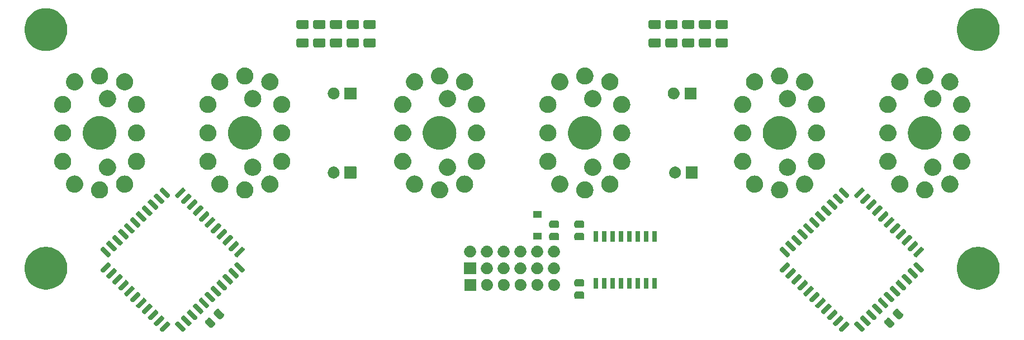
<source format=gbr>
G04 #@! TF.GenerationSoftware,KiCad,Pcbnew,8.0.4*
G04 #@! TF.CreationDate,2024-10-14T20:55:56-07:00*
G04 #@! TF.ProjectId,B5991,42353939-312e-46b6-9963-61645f706362,rev?*
G04 #@! TF.SameCoordinates,Original*
G04 #@! TF.FileFunction,Soldermask,Bot*
G04 #@! TF.FilePolarity,Negative*
%FSLAX46Y46*%
G04 Gerber Fmt 4.6, Leading zero omitted, Abs format (unit mm)*
G04 Created by KiCad (PCBNEW 8.0.4) date 2024-10-14 20:55:56*
%MOMM*%
%LPD*%
G01*
G04 APERTURE LIST*
G04 APERTURE END LIST*
G36*
X96554468Y-124894691D02*
G01*
X96564116Y-124894691D01*
X96575743Y-124898923D01*
X96606425Y-124905026D01*
X96623070Y-124916148D01*
X96631651Y-124919271D01*
X96657966Y-124939464D01*
X96671570Y-124948554D01*
X96883702Y-125160686D01*
X96892790Y-125174287D01*
X96912984Y-125200604D01*
X96916106Y-125209183D01*
X96927230Y-125225831D01*
X96933333Y-125256512D01*
X96937565Y-125268140D01*
X96937565Y-125277787D01*
X96942515Y-125302673D01*
X96937565Y-125327558D01*
X96937565Y-125337205D01*
X96933333Y-125348829D01*
X96927230Y-125379516D01*
X96916104Y-125396167D01*
X96912983Y-125404742D01*
X96892796Y-125431048D01*
X96883702Y-125444660D01*
X95893752Y-126434610D01*
X95880144Y-126443702D01*
X95853834Y-126463891D01*
X95845258Y-126467012D01*
X95828608Y-126478138D01*
X95797923Y-126484241D01*
X95786298Y-126488473D01*
X95776650Y-126488473D01*
X95751765Y-126493423D01*
X95726880Y-126488473D01*
X95717232Y-126488473D01*
X95705604Y-126484241D01*
X95674923Y-126478138D01*
X95658275Y-126467014D01*
X95649696Y-126463892D01*
X95623384Y-126443701D01*
X95609778Y-126434610D01*
X95397646Y-126222478D01*
X95388559Y-126208878D01*
X95368363Y-126182559D01*
X95365240Y-126173978D01*
X95354118Y-126157333D01*
X95348014Y-126126650D01*
X95343783Y-126115023D01*
X95343783Y-126105376D01*
X95338833Y-126080491D01*
X95343783Y-126055605D01*
X95343783Y-126045958D01*
X95348014Y-126034331D01*
X95354118Y-126003648D01*
X95365241Y-125987001D01*
X95368364Y-125978421D01*
X95388563Y-125952097D01*
X95397646Y-125938504D01*
X96387596Y-124948554D01*
X96401186Y-124939473D01*
X96427513Y-124919272D01*
X96436093Y-124916149D01*
X96452740Y-124905026D01*
X96483423Y-124898922D01*
X96495050Y-124894691D01*
X96504698Y-124894691D01*
X96529583Y-124889741D01*
X96554468Y-124894691D01*
G37*
G36*
X98110102Y-124894691D02*
G01*
X98119750Y-124894691D01*
X98131376Y-124898922D01*
X98162060Y-124905026D01*
X98178707Y-124916149D01*
X98187286Y-124919272D01*
X98213603Y-124939466D01*
X98227204Y-124948554D01*
X99217154Y-125938504D01*
X99226241Y-125952104D01*
X99246435Y-125978421D01*
X99249556Y-125986998D01*
X99260682Y-126003648D01*
X99266785Y-126034332D01*
X99271017Y-126045958D01*
X99271017Y-126055605D01*
X99275967Y-126080491D01*
X99271017Y-126105376D01*
X99271017Y-126115023D01*
X99266785Y-126126649D01*
X99260682Y-126157333D01*
X99249557Y-126173981D01*
X99246436Y-126182559D01*
X99226250Y-126208863D01*
X99217154Y-126222478D01*
X99005022Y-126434610D01*
X98991412Y-126443703D01*
X98965103Y-126463892D01*
X98956525Y-126467014D01*
X98939877Y-126478138D01*
X98909194Y-126484241D01*
X98897568Y-126488473D01*
X98887920Y-126488473D01*
X98863035Y-126493423D01*
X98838150Y-126488473D01*
X98828502Y-126488473D01*
X98816876Y-126484241D01*
X98786192Y-126478138D01*
X98769542Y-126467012D01*
X98760965Y-126463891D01*
X98734651Y-126443699D01*
X98721048Y-126434610D01*
X97731098Y-125444660D01*
X97722012Y-125431062D01*
X97701816Y-125404742D01*
X97698693Y-125396164D01*
X97687570Y-125379516D01*
X97681466Y-125348830D01*
X97677235Y-125337205D01*
X97677235Y-125327558D01*
X97672285Y-125302673D01*
X97677235Y-125277787D01*
X97677235Y-125268140D01*
X97681467Y-125256511D01*
X97687570Y-125225831D01*
X97698691Y-125209186D01*
X97701815Y-125200604D01*
X97722013Y-125174282D01*
X97731098Y-125160686D01*
X97943230Y-124948554D01*
X97956821Y-124939472D01*
X97983148Y-124919271D01*
X97991730Y-124916147D01*
X98008375Y-124905026D01*
X98039055Y-124898923D01*
X98050684Y-124894691D01*
X98060332Y-124894691D01*
X98085217Y-124889741D01*
X98110102Y-124894691D01*
G37*
G36*
X199424468Y-124894691D02*
G01*
X199434116Y-124894691D01*
X199445743Y-124898923D01*
X199476425Y-124905026D01*
X199493070Y-124916148D01*
X199501651Y-124919271D01*
X199527966Y-124939464D01*
X199541570Y-124948554D01*
X199753702Y-125160686D01*
X199762790Y-125174287D01*
X199782984Y-125200604D01*
X199786106Y-125209183D01*
X199797230Y-125225831D01*
X199803333Y-125256512D01*
X199807565Y-125268140D01*
X199807565Y-125277787D01*
X199812515Y-125302673D01*
X199807565Y-125327558D01*
X199807565Y-125337205D01*
X199803333Y-125348829D01*
X199797230Y-125379516D01*
X199786104Y-125396167D01*
X199782983Y-125404742D01*
X199762796Y-125431048D01*
X199753702Y-125444660D01*
X198763752Y-126434610D01*
X198750144Y-126443702D01*
X198723834Y-126463891D01*
X198715258Y-126467012D01*
X198698608Y-126478138D01*
X198667923Y-126484241D01*
X198656298Y-126488473D01*
X198646650Y-126488473D01*
X198621765Y-126493423D01*
X198596880Y-126488473D01*
X198587232Y-126488473D01*
X198575604Y-126484241D01*
X198544923Y-126478138D01*
X198528275Y-126467014D01*
X198519696Y-126463892D01*
X198493384Y-126443701D01*
X198479778Y-126434610D01*
X198267646Y-126222478D01*
X198258559Y-126208878D01*
X198238363Y-126182559D01*
X198235240Y-126173978D01*
X198224118Y-126157333D01*
X198218014Y-126126650D01*
X198213783Y-126115023D01*
X198213783Y-126105376D01*
X198208833Y-126080491D01*
X198213783Y-126055605D01*
X198213783Y-126045958D01*
X198218014Y-126034331D01*
X198224118Y-126003648D01*
X198235241Y-125987001D01*
X198238364Y-125978421D01*
X198258563Y-125952097D01*
X198267646Y-125938504D01*
X199257596Y-124948554D01*
X199271186Y-124939473D01*
X199297513Y-124919272D01*
X199306093Y-124916149D01*
X199322740Y-124905026D01*
X199353423Y-124898922D01*
X199365050Y-124894691D01*
X199374698Y-124894691D01*
X199399583Y-124889741D01*
X199424468Y-124894691D01*
G37*
G36*
X200980102Y-124894691D02*
G01*
X200989750Y-124894691D01*
X201001376Y-124898922D01*
X201032060Y-124905026D01*
X201048707Y-124916149D01*
X201057286Y-124919272D01*
X201083603Y-124939466D01*
X201097204Y-124948554D01*
X202087154Y-125938504D01*
X202096241Y-125952104D01*
X202116435Y-125978421D01*
X202119556Y-125986998D01*
X202130682Y-126003648D01*
X202136785Y-126034332D01*
X202141017Y-126045958D01*
X202141017Y-126055605D01*
X202145967Y-126080491D01*
X202141017Y-126105376D01*
X202141017Y-126115023D01*
X202136785Y-126126649D01*
X202130682Y-126157333D01*
X202119557Y-126173981D01*
X202116436Y-126182559D01*
X202096250Y-126208863D01*
X202087154Y-126222478D01*
X201875022Y-126434610D01*
X201861412Y-126443703D01*
X201835103Y-126463892D01*
X201826525Y-126467014D01*
X201809877Y-126478138D01*
X201779194Y-126484241D01*
X201767568Y-126488473D01*
X201757920Y-126488473D01*
X201733035Y-126493423D01*
X201708150Y-126488473D01*
X201698502Y-126488473D01*
X201686876Y-126484241D01*
X201656192Y-126478138D01*
X201639542Y-126467012D01*
X201630965Y-126463891D01*
X201604651Y-126443699D01*
X201591048Y-126434610D01*
X200601098Y-125444660D01*
X200592012Y-125431062D01*
X200571816Y-125404742D01*
X200568693Y-125396164D01*
X200557570Y-125379516D01*
X200551466Y-125348830D01*
X200547235Y-125337205D01*
X200547235Y-125327558D01*
X200542285Y-125302673D01*
X200547235Y-125277787D01*
X200547235Y-125268140D01*
X200551467Y-125256511D01*
X200557570Y-125225831D01*
X200568691Y-125209186D01*
X200571815Y-125200604D01*
X200592013Y-125174282D01*
X200601098Y-125160686D01*
X200813230Y-124948554D01*
X200826821Y-124939472D01*
X200853148Y-124919271D01*
X200861730Y-124916147D01*
X200878375Y-124905026D01*
X200909055Y-124898923D01*
X200920684Y-124894691D01*
X200930332Y-124894691D01*
X200955217Y-124889741D01*
X200980102Y-124894691D01*
G37*
G36*
X102943851Y-124330630D02*
G01*
X102977241Y-124341479D01*
X102983394Y-124345949D01*
X102999288Y-124352107D01*
X103052505Y-124394260D01*
X103697740Y-125039495D01*
X103739893Y-125092712D01*
X103746050Y-125108604D01*
X103750519Y-125114756D01*
X103761365Y-125148138D01*
X103778997Y-125193650D01*
X103778997Y-125301897D01*
X103761364Y-125347410D01*
X103750520Y-125380787D01*
X103746051Y-125386936D01*
X103739893Y-125402834D01*
X103697740Y-125456051D01*
X103353025Y-125800766D01*
X103299808Y-125842919D01*
X103283912Y-125849076D01*
X103277763Y-125853545D01*
X103244385Y-125864390D01*
X103198871Y-125882023D01*
X103090624Y-125882023D01*
X103045116Y-125864392D01*
X103011732Y-125853546D01*
X103005580Y-125849076D01*
X102989686Y-125842919D01*
X102936469Y-125800766D01*
X102291234Y-125155531D01*
X102249081Y-125102314D01*
X102242924Y-125086421D01*
X102238454Y-125080269D01*
X102227606Y-125046882D01*
X102209977Y-125001376D01*
X102209977Y-124893129D01*
X102227603Y-124847630D01*
X102238453Y-124814238D01*
X102242924Y-124808083D01*
X102249081Y-124792192D01*
X102291234Y-124738975D01*
X102362369Y-124667840D01*
X102628994Y-124401213D01*
X102629001Y-124401207D01*
X102635949Y-124394260D01*
X102689166Y-124352107D01*
X102705056Y-124345950D01*
X102711210Y-124341480D01*
X102744601Y-124330630D01*
X102790103Y-124313003D01*
X102898350Y-124313003D01*
X102943851Y-124330630D01*
G37*
G36*
X205813851Y-124330630D02*
G01*
X205847241Y-124341479D01*
X205853394Y-124345949D01*
X205869288Y-124352107D01*
X205922505Y-124394260D01*
X206567740Y-125039495D01*
X206609893Y-125092712D01*
X206616050Y-125108604D01*
X206620519Y-125114756D01*
X206631365Y-125148138D01*
X206648997Y-125193650D01*
X206648997Y-125301897D01*
X206631364Y-125347410D01*
X206620520Y-125380787D01*
X206616051Y-125386936D01*
X206609893Y-125402834D01*
X206567740Y-125456051D01*
X206223025Y-125800766D01*
X206169808Y-125842919D01*
X206153912Y-125849076D01*
X206147763Y-125853545D01*
X206114385Y-125864390D01*
X206068871Y-125882023D01*
X205960624Y-125882023D01*
X205915116Y-125864392D01*
X205881732Y-125853546D01*
X205875580Y-125849076D01*
X205859686Y-125842919D01*
X205806469Y-125800766D01*
X205161234Y-125155531D01*
X205119081Y-125102314D01*
X205112924Y-125086421D01*
X205108454Y-125080269D01*
X205097606Y-125046882D01*
X205079977Y-125001376D01*
X205079977Y-124893129D01*
X205097603Y-124847630D01*
X205108453Y-124814238D01*
X205112924Y-124808083D01*
X205119081Y-124792192D01*
X205161234Y-124738975D01*
X205232369Y-124667840D01*
X205498994Y-124401213D01*
X205499001Y-124401207D01*
X205505949Y-124394260D01*
X205559166Y-124352107D01*
X205575056Y-124345950D01*
X205581210Y-124341480D01*
X205614601Y-124330630D01*
X205660103Y-124313003D01*
X205768350Y-124313003D01*
X205813851Y-124330630D01*
G37*
G36*
X95656442Y-123996666D02*
G01*
X95666090Y-123996666D01*
X95677717Y-124000898D01*
X95708399Y-124007001D01*
X95725044Y-124018123D01*
X95733625Y-124021246D01*
X95759940Y-124041439D01*
X95773544Y-124050529D01*
X95985676Y-124262661D01*
X95994764Y-124276262D01*
X96014958Y-124302579D01*
X96018080Y-124311158D01*
X96029204Y-124327806D01*
X96035307Y-124358487D01*
X96039539Y-124370115D01*
X96039539Y-124379762D01*
X96044489Y-124404648D01*
X96039539Y-124429533D01*
X96039539Y-124439180D01*
X96035307Y-124450804D01*
X96029204Y-124481491D01*
X96018078Y-124498142D01*
X96014957Y-124506717D01*
X95994770Y-124533023D01*
X95985676Y-124546635D01*
X94995726Y-125536585D01*
X94982118Y-125545677D01*
X94955808Y-125565866D01*
X94947232Y-125568987D01*
X94930582Y-125580113D01*
X94899897Y-125586216D01*
X94888272Y-125590448D01*
X94878624Y-125590448D01*
X94853739Y-125595398D01*
X94828854Y-125590448D01*
X94819206Y-125590448D01*
X94807578Y-125586216D01*
X94776897Y-125580113D01*
X94760249Y-125568989D01*
X94751670Y-125565867D01*
X94725358Y-125545676D01*
X94711752Y-125536585D01*
X94499620Y-125324453D01*
X94490533Y-125310853D01*
X94470337Y-125284534D01*
X94467214Y-125275953D01*
X94456092Y-125259308D01*
X94449988Y-125228625D01*
X94445757Y-125216998D01*
X94445757Y-125207351D01*
X94440807Y-125182466D01*
X94445757Y-125157580D01*
X94445757Y-125147933D01*
X94449988Y-125136306D01*
X94456092Y-125105623D01*
X94467215Y-125088976D01*
X94470338Y-125080396D01*
X94490537Y-125054072D01*
X94499620Y-125040479D01*
X95489570Y-124050529D01*
X95503160Y-124041448D01*
X95529487Y-124021247D01*
X95538067Y-124018124D01*
X95554714Y-124007001D01*
X95585397Y-124000897D01*
X95597024Y-123996666D01*
X95606672Y-123996666D01*
X95631557Y-123991716D01*
X95656442Y-123996666D01*
G37*
G36*
X99008128Y-123996666D02*
G01*
X99017776Y-123996666D01*
X99029402Y-124000897D01*
X99060086Y-124007001D01*
X99076733Y-124018124D01*
X99085312Y-124021247D01*
X99111629Y-124041441D01*
X99125230Y-124050529D01*
X100115180Y-125040479D01*
X100124267Y-125054079D01*
X100144461Y-125080396D01*
X100147582Y-125088973D01*
X100158708Y-125105623D01*
X100164811Y-125136307D01*
X100169043Y-125147933D01*
X100169043Y-125157580D01*
X100173993Y-125182466D01*
X100169043Y-125207351D01*
X100169043Y-125216998D01*
X100164811Y-125228624D01*
X100158708Y-125259308D01*
X100147583Y-125275956D01*
X100144462Y-125284534D01*
X100124276Y-125310838D01*
X100115180Y-125324453D01*
X99903048Y-125536585D01*
X99889438Y-125545678D01*
X99863129Y-125565867D01*
X99854551Y-125568989D01*
X99837903Y-125580113D01*
X99807220Y-125586216D01*
X99795594Y-125590448D01*
X99785946Y-125590448D01*
X99761061Y-125595398D01*
X99736176Y-125590448D01*
X99726528Y-125590448D01*
X99714902Y-125586216D01*
X99684218Y-125580113D01*
X99667568Y-125568987D01*
X99658991Y-125565866D01*
X99632677Y-125545674D01*
X99619074Y-125536585D01*
X98629124Y-124546635D01*
X98620038Y-124533037D01*
X98599842Y-124506717D01*
X98596719Y-124498139D01*
X98585596Y-124481491D01*
X98579492Y-124450805D01*
X98575261Y-124439180D01*
X98575261Y-124429533D01*
X98570311Y-124404648D01*
X98575261Y-124379762D01*
X98575261Y-124370115D01*
X98579493Y-124358486D01*
X98585596Y-124327806D01*
X98596717Y-124311161D01*
X98599841Y-124302579D01*
X98620039Y-124276257D01*
X98629124Y-124262661D01*
X98841256Y-124050529D01*
X98854847Y-124041447D01*
X98881174Y-124021246D01*
X98889756Y-124018122D01*
X98906401Y-124007001D01*
X98937081Y-124000898D01*
X98948710Y-123996666D01*
X98958358Y-123996666D01*
X98983243Y-123991716D01*
X99008128Y-123996666D01*
G37*
G36*
X198526442Y-123996666D02*
G01*
X198536090Y-123996666D01*
X198547717Y-124000898D01*
X198578399Y-124007001D01*
X198595044Y-124018123D01*
X198603625Y-124021246D01*
X198629940Y-124041439D01*
X198643544Y-124050529D01*
X198855676Y-124262661D01*
X198864764Y-124276262D01*
X198884958Y-124302579D01*
X198888080Y-124311158D01*
X198899204Y-124327806D01*
X198905307Y-124358487D01*
X198909539Y-124370115D01*
X198909539Y-124379762D01*
X198914489Y-124404648D01*
X198909539Y-124429533D01*
X198909539Y-124439180D01*
X198905307Y-124450804D01*
X198899204Y-124481491D01*
X198888078Y-124498142D01*
X198884957Y-124506717D01*
X198864770Y-124533023D01*
X198855676Y-124546635D01*
X197865726Y-125536585D01*
X197852118Y-125545677D01*
X197825808Y-125565866D01*
X197817232Y-125568987D01*
X197800582Y-125580113D01*
X197769897Y-125586216D01*
X197758272Y-125590448D01*
X197748624Y-125590448D01*
X197723739Y-125595398D01*
X197698854Y-125590448D01*
X197689206Y-125590448D01*
X197677578Y-125586216D01*
X197646897Y-125580113D01*
X197630249Y-125568989D01*
X197621670Y-125565867D01*
X197595358Y-125545676D01*
X197581752Y-125536585D01*
X197369620Y-125324453D01*
X197360533Y-125310853D01*
X197340337Y-125284534D01*
X197337214Y-125275953D01*
X197326092Y-125259308D01*
X197319988Y-125228625D01*
X197315757Y-125216998D01*
X197315757Y-125207351D01*
X197310807Y-125182466D01*
X197315757Y-125157580D01*
X197315757Y-125147933D01*
X197319988Y-125136306D01*
X197326092Y-125105623D01*
X197337215Y-125088976D01*
X197340338Y-125080396D01*
X197360537Y-125054072D01*
X197369620Y-125040479D01*
X198359570Y-124050529D01*
X198373160Y-124041448D01*
X198399487Y-124021247D01*
X198408067Y-124018124D01*
X198424714Y-124007001D01*
X198455397Y-124000897D01*
X198467024Y-123996666D01*
X198476672Y-123996666D01*
X198501557Y-123991716D01*
X198526442Y-123996666D01*
G37*
G36*
X201878128Y-123996666D02*
G01*
X201887776Y-123996666D01*
X201899402Y-124000897D01*
X201930086Y-124007001D01*
X201946733Y-124018124D01*
X201955312Y-124021247D01*
X201981629Y-124041441D01*
X201995230Y-124050529D01*
X202985180Y-125040479D01*
X202994267Y-125054079D01*
X203014461Y-125080396D01*
X203017582Y-125088973D01*
X203028708Y-125105623D01*
X203034811Y-125136307D01*
X203039043Y-125147933D01*
X203039043Y-125157580D01*
X203043993Y-125182466D01*
X203039043Y-125207351D01*
X203039043Y-125216998D01*
X203034811Y-125228624D01*
X203028708Y-125259308D01*
X203017583Y-125275956D01*
X203014462Y-125284534D01*
X202994276Y-125310838D01*
X202985180Y-125324453D01*
X202773048Y-125536585D01*
X202759438Y-125545678D01*
X202733129Y-125565867D01*
X202724551Y-125568989D01*
X202707903Y-125580113D01*
X202677220Y-125586216D01*
X202665594Y-125590448D01*
X202655946Y-125590448D01*
X202631061Y-125595398D01*
X202606176Y-125590448D01*
X202596528Y-125590448D01*
X202584902Y-125586216D01*
X202554218Y-125580113D01*
X202537568Y-125568987D01*
X202528991Y-125565866D01*
X202502677Y-125545674D01*
X202489074Y-125536585D01*
X201499124Y-124546635D01*
X201490038Y-124533037D01*
X201469842Y-124506717D01*
X201466719Y-124498139D01*
X201455596Y-124481491D01*
X201449492Y-124450805D01*
X201445261Y-124439180D01*
X201445261Y-124429533D01*
X201440311Y-124404648D01*
X201445261Y-124379762D01*
X201445261Y-124370115D01*
X201449493Y-124358486D01*
X201455596Y-124327806D01*
X201466717Y-124311161D01*
X201469841Y-124302579D01*
X201490039Y-124276257D01*
X201499124Y-124262661D01*
X201711256Y-124050529D01*
X201724847Y-124041447D01*
X201751174Y-124021246D01*
X201759756Y-124018122D01*
X201776401Y-124007001D01*
X201807081Y-124000898D01*
X201818710Y-123996666D01*
X201828358Y-123996666D01*
X201853243Y-123991716D01*
X201878128Y-123996666D01*
G37*
G36*
X94758417Y-123098640D02*
G01*
X94768065Y-123098640D01*
X94779692Y-123102872D01*
X94810374Y-123108975D01*
X94827019Y-123120097D01*
X94835600Y-123123220D01*
X94861915Y-123143413D01*
X94875519Y-123152503D01*
X95087651Y-123364635D01*
X95096739Y-123378236D01*
X95116933Y-123404553D01*
X95120055Y-123413132D01*
X95131179Y-123429780D01*
X95137282Y-123460461D01*
X95141514Y-123472089D01*
X95141514Y-123481736D01*
X95146464Y-123506622D01*
X95141514Y-123531507D01*
X95141514Y-123541154D01*
X95137282Y-123552778D01*
X95131179Y-123583465D01*
X95120053Y-123600116D01*
X95116932Y-123608691D01*
X95096745Y-123634997D01*
X95087651Y-123648609D01*
X94097701Y-124638559D01*
X94084093Y-124647651D01*
X94057783Y-124667840D01*
X94049207Y-124670961D01*
X94032557Y-124682087D01*
X94001872Y-124688190D01*
X93990247Y-124692422D01*
X93980599Y-124692422D01*
X93955714Y-124697372D01*
X93930829Y-124692422D01*
X93921181Y-124692422D01*
X93909553Y-124688190D01*
X93878872Y-124682087D01*
X93862224Y-124670963D01*
X93853645Y-124667841D01*
X93827333Y-124647650D01*
X93813727Y-124638559D01*
X93601595Y-124426427D01*
X93592508Y-124412827D01*
X93572312Y-124386508D01*
X93569189Y-124377927D01*
X93558067Y-124361282D01*
X93551963Y-124330599D01*
X93547732Y-124318972D01*
X93547732Y-124309325D01*
X93542782Y-124284440D01*
X93547732Y-124259554D01*
X93547732Y-124249907D01*
X93551963Y-124238280D01*
X93558067Y-124207597D01*
X93569190Y-124190950D01*
X93572313Y-124182370D01*
X93592512Y-124156046D01*
X93601595Y-124142453D01*
X94591545Y-123152503D01*
X94605135Y-123143422D01*
X94631462Y-123123221D01*
X94640042Y-123120098D01*
X94656689Y-123108975D01*
X94687372Y-123102871D01*
X94698999Y-123098640D01*
X94708647Y-123098640D01*
X94733532Y-123093690D01*
X94758417Y-123098640D01*
G37*
G36*
X99906153Y-123098640D02*
G01*
X99915801Y-123098640D01*
X99927427Y-123102871D01*
X99958111Y-123108975D01*
X99974758Y-123120098D01*
X99983337Y-123123221D01*
X100009654Y-123143415D01*
X100023255Y-123152503D01*
X101013205Y-124142453D01*
X101022292Y-124156053D01*
X101042486Y-124182370D01*
X101045607Y-124190947D01*
X101056733Y-124207597D01*
X101062836Y-124238281D01*
X101067068Y-124249907D01*
X101067068Y-124259554D01*
X101072018Y-124284440D01*
X101067068Y-124309325D01*
X101067068Y-124318972D01*
X101062836Y-124330598D01*
X101056733Y-124361282D01*
X101045608Y-124377930D01*
X101042487Y-124386508D01*
X101022301Y-124412812D01*
X101013205Y-124426427D01*
X100801073Y-124638559D01*
X100787463Y-124647652D01*
X100761154Y-124667841D01*
X100752576Y-124670963D01*
X100735928Y-124682087D01*
X100705245Y-124688190D01*
X100693619Y-124692422D01*
X100683971Y-124692422D01*
X100659086Y-124697372D01*
X100634201Y-124692422D01*
X100624553Y-124692422D01*
X100612927Y-124688190D01*
X100582243Y-124682087D01*
X100565593Y-124670961D01*
X100557016Y-124667840D01*
X100530702Y-124647648D01*
X100517099Y-124638559D01*
X99527149Y-123648609D01*
X99518063Y-123635011D01*
X99497867Y-123608691D01*
X99494744Y-123600113D01*
X99483621Y-123583465D01*
X99477517Y-123552779D01*
X99473286Y-123541154D01*
X99473286Y-123531507D01*
X99468336Y-123506622D01*
X99473286Y-123481736D01*
X99473286Y-123472089D01*
X99477518Y-123460460D01*
X99483621Y-123429780D01*
X99494742Y-123413135D01*
X99497866Y-123404553D01*
X99518064Y-123378231D01*
X99527149Y-123364635D01*
X99739281Y-123152503D01*
X99752872Y-123143421D01*
X99779199Y-123123220D01*
X99787781Y-123120096D01*
X99804426Y-123108975D01*
X99835106Y-123102872D01*
X99846735Y-123098640D01*
X99856383Y-123098640D01*
X99881268Y-123093690D01*
X99906153Y-123098640D01*
G37*
G36*
X197628417Y-123098640D02*
G01*
X197638065Y-123098640D01*
X197649692Y-123102872D01*
X197680374Y-123108975D01*
X197697019Y-123120097D01*
X197705600Y-123123220D01*
X197731915Y-123143413D01*
X197745519Y-123152503D01*
X197957651Y-123364635D01*
X197966739Y-123378236D01*
X197986933Y-123404553D01*
X197990055Y-123413132D01*
X198001179Y-123429780D01*
X198007282Y-123460461D01*
X198011514Y-123472089D01*
X198011514Y-123481736D01*
X198016464Y-123506622D01*
X198011514Y-123531507D01*
X198011514Y-123541154D01*
X198007282Y-123552778D01*
X198001179Y-123583465D01*
X197990053Y-123600116D01*
X197986932Y-123608691D01*
X197966745Y-123634997D01*
X197957651Y-123648609D01*
X196967701Y-124638559D01*
X196954093Y-124647651D01*
X196927783Y-124667840D01*
X196919207Y-124670961D01*
X196902557Y-124682087D01*
X196871872Y-124688190D01*
X196860247Y-124692422D01*
X196850599Y-124692422D01*
X196825714Y-124697372D01*
X196800829Y-124692422D01*
X196791181Y-124692422D01*
X196779553Y-124688190D01*
X196748872Y-124682087D01*
X196732224Y-124670963D01*
X196723645Y-124667841D01*
X196697333Y-124647650D01*
X196683727Y-124638559D01*
X196471595Y-124426427D01*
X196462508Y-124412827D01*
X196442312Y-124386508D01*
X196439189Y-124377927D01*
X196428067Y-124361282D01*
X196421963Y-124330599D01*
X196417732Y-124318972D01*
X196417732Y-124309325D01*
X196412782Y-124284440D01*
X196417732Y-124259554D01*
X196417732Y-124249907D01*
X196421963Y-124238280D01*
X196428067Y-124207597D01*
X196439190Y-124190950D01*
X196442313Y-124182370D01*
X196462512Y-124156046D01*
X196471595Y-124142453D01*
X197461545Y-123152503D01*
X197475135Y-123143422D01*
X197501462Y-123123221D01*
X197510042Y-123120098D01*
X197526689Y-123108975D01*
X197557372Y-123102871D01*
X197568999Y-123098640D01*
X197578647Y-123098640D01*
X197603532Y-123093690D01*
X197628417Y-123098640D01*
G37*
G36*
X202776153Y-123098640D02*
G01*
X202785801Y-123098640D01*
X202797427Y-123102871D01*
X202828111Y-123108975D01*
X202844758Y-123120098D01*
X202853337Y-123123221D01*
X202879654Y-123143415D01*
X202893255Y-123152503D01*
X203883205Y-124142453D01*
X203892292Y-124156053D01*
X203912486Y-124182370D01*
X203915607Y-124190947D01*
X203926733Y-124207597D01*
X203932836Y-124238281D01*
X203937068Y-124249907D01*
X203937068Y-124259554D01*
X203942018Y-124284440D01*
X203937068Y-124309325D01*
X203937068Y-124318972D01*
X203932836Y-124330598D01*
X203926733Y-124361282D01*
X203915608Y-124377930D01*
X203912487Y-124386508D01*
X203892301Y-124412812D01*
X203883205Y-124426427D01*
X203671073Y-124638559D01*
X203657463Y-124647652D01*
X203631154Y-124667841D01*
X203622576Y-124670963D01*
X203605928Y-124682087D01*
X203575245Y-124688190D01*
X203563619Y-124692422D01*
X203553971Y-124692422D01*
X203529086Y-124697372D01*
X203504201Y-124692422D01*
X203494553Y-124692422D01*
X203482927Y-124688190D01*
X203452243Y-124682087D01*
X203435593Y-124670961D01*
X203427016Y-124667840D01*
X203400702Y-124647648D01*
X203387099Y-124638559D01*
X202397149Y-123648609D01*
X202388063Y-123635011D01*
X202367867Y-123608691D01*
X202364744Y-123600113D01*
X202353621Y-123583465D01*
X202347517Y-123552779D01*
X202343286Y-123541154D01*
X202343286Y-123531507D01*
X202338336Y-123506622D01*
X202343286Y-123481736D01*
X202343286Y-123472089D01*
X202347518Y-123460460D01*
X202353621Y-123429780D01*
X202364742Y-123413135D01*
X202367866Y-123404553D01*
X202388064Y-123378231D01*
X202397149Y-123364635D01*
X202609281Y-123152503D01*
X202622872Y-123143421D01*
X202649199Y-123123220D01*
X202657781Y-123120096D01*
X202674426Y-123108975D01*
X202705106Y-123102872D01*
X202716735Y-123098640D01*
X202726383Y-123098640D01*
X202751268Y-123093690D01*
X202776153Y-123098640D01*
G37*
G36*
X104269677Y-123004804D02*
G01*
X104303067Y-123015653D01*
X104309220Y-123020123D01*
X104325114Y-123026281D01*
X104378331Y-123068434D01*
X105023566Y-123713669D01*
X105065719Y-123766886D01*
X105071876Y-123782778D01*
X105076345Y-123788930D01*
X105087191Y-123822312D01*
X105104823Y-123867824D01*
X105104823Y-123976071D01*
X105087190Y-124021584D01*
X105076346Y-124054961D01*
X105071877Y-124061110D01*
X105065719Y-124077008D01*
X105023566Y-124130225D01*
X104678851Y-124474940D01*
X104625634Y-124517093D01*
X104609738Y-124523250D01*
X104603589Y-124527719D01*
X104570211Y-124538564D01*
X104524697Y-124556197D01*
X104416450Y-124556197D01*
X104370942Y-124538566D01*
X104337558Y-124527720D01*
X104331406Y-124523250D01*
X104315512Y-124517093D01*
X104262295Y-124474940D01*
X103617060Y-123829705D01*
X103574907Y-123776488D01*
X103568750Y-123760595D01*
X103564280Y-123754443D01*
X103553432Y-123721056D01*
X103535803Y-123675550D01*
X103535803Y-123567303D01*
X103553429Y-123521804D01*
X103564279Y-123488412D01*
X103568750Y-123482257D01*
X103574907Y-123466366D01*
X103617060Y-123413149D01*
X103678328Y-123351881D01*
X103954820Y-123075387D01*
X103954827Y-123075381D01*
X103961775Y-123068434D01*
X104014992Y-123026281D01*
X104030882Y-123020124D01*
X104037036Y-123015654D01*
X104070427Y-123004804D01*
X104115929Y-122987177D01*
X104224176Y-122987177D01*
X104269677Y-123004804D01*
G37*
G36*
X207139677Y-123004804D02*
G01*
X207173067Y-123015653D01*
X207179220Y-123020123D01*
X207195114Y-123026281D01*
X207248331Y-123068434D01*
X207893566Y-123713669D01*
X207935719Y-123766886D01*
X207941876Y-123782778D01*
X207946345Y-123788930D01*
X207957191Y-123822312D01*
X207974823Y-123867824D01*
X207974823Y-123976071D01*
X207957190Y-124021584D01*
X207946346Y-124054961D01*
X207941877Y-124061110D01*
X207935719Y-124077008D01*
X207893566Y-124130225D01*
X207548851Y-124474940D01*
X207495634Y-124517093D01*
X207479738Y-124523250D01*
X207473589Y-124527719D01*
X207440211Y-124538564D01*
X207394697Y-124556197D01*
X207286450Y-124556197D01*
X207240942Y-124538566D01*
X207207558Y-124527720D01*
X207201406Y-124523250D01*
X207185512Y-124517093D01*
X207132295Y-124474940D01*
X206487060Y-123829705D01*
X206444907Y-123776488D01*
X206438750Y-123760595D01*
X206434280Y-123754443D01*
X206423432Y-123721056D01*
X206405803Y-123675550D01*
X206405803Y-123567303D01*
X206423429Y-123521804D01*
X206434279Y-123488412D01*
X206438750Y-123482257D01*
X206444907Y-123466366D01*
X206487060Y-123413149D01*
X206548328Y-123351881D01*
X206824820Y-123075387D01*
X206824827Y-123075381D01*
X206831775Y-123068434D01*
X206884992Y-123026281D01*
X206900882Y-123020124D01*
X206907036Y-123015654D01*
X206940427Y-123004804D01*
X206985929Y-122987177D01*
X207094176Y-122987177D01*
X207139677Y-123004804D01*
G37*
G36*
X93860391Y-122200614D02*
G01*
X93870039Y-122200614D01*
X93881666Y-122204846D01*
X93912348Y-122210949D01*
X93928993Y-122222071D01*
X93937574Y-122225194D01*
X93963889Y-122245387D01*
X93977493Y-122254477D01*
X94189625Y-122466609D01*
X94198713Y-122480210D01*
X94218907Y-122506527D01*
X94222029Y-122515106D01*
X94233153Y-122531754D01*
X94239256Y-122562435D01*
X94243488Y-122574063D01*
X94243488Y-122583710D01*
X94248438Y-122608596D01*
X94243488Y-122633481D01*
X94243488Y-122643128D01*
X94239256Y-122654752D01*
X94233153Y-122685439D01*
X94222027Y-122702090D01*
X94218906Y-122710665D01*
X94198719Y-122736971D01*
X94189625Y-122750583D01*
X93199675Y-123740533D01*
X93186067Y-123749625D01*
X93159757Y-123769814D01*
X93151181Y-123772935D01*
X93134531Y-123784061D01*
X93103846Y-123790164D01*
X93092221Y-123794396D01*
X93082573Y-123794396D01*
X93057688Y-123799346D01*
X93032803Y-123794396D01*
X93023155Y-123794396D01*
X93011527Y-123790164D01*
X92980846Y-123784061D01*
X92964198Y-123772937D01*
X92955619Y-123769815D01*
X92929307Y-123749624D01*
X92915701Y-123740533D01*
X92703569Y-123528401D01*
X92694482Y-123514801D01*
X92674286Y-123488482D01*
X92671163Y-123479901D01*
X92660041Y-123463256D01*
X92653937Y-123432573D01*
X92649706Y-123420946D01*
X92649706Y-123411299D01*
X92644756Y-123386414D01*
X92649706Y-123361528D01*
X92649706Y-123351881D01*
X92653937Y-123340254D01*
X92660041Y-123309571D01*
X92671164Y-123292924D01*
X92674287Y-123284344D01*
X92694486Y-123258020D01*
X92703569Y-123244427D01*
X93693519Y-122254477D01*
X93707109Y-122245396D01*
X93733436Y-122225195D01*
X93742016Y-122222072D01*
X93758663Y-122210949D01*
X93789346Y-122204845D01*
X93800973Y-122200614D01*
X93810621Y-122200614D01*
X93835506Y-122195664D01*
X93860391Y-122200614D01*
G37*
G36*
X100804179Y-122200614D02*
G01*
X100813827Y-122200614D01*
X100825453Y-122204845D01*
X100856137Y-122210949D01*
X100872784Y-122222072D01*
X100881363Y-122225195D01*
X100907680Y-122245389D01*
X100921281Y-122254477D01*
X101911231Y-123244427D01*
X101920318Y-123258027D01*
X101940512Y-123284344D01*
X101943633Y-123292921D01*
X101954759Y-123309571D01*
X101960862Y-123340255D01*
X101965094Y-123351881D01*
X101965094Y-123361528D01*
X101970044Y-123386414D01*
X101965094Y-123411299D01*
X101965094Y-123420946D01*
X101960862Y-123432572D01*
X101954759Y-123463256D01*
X101943634Y-123479904D01*
X101940513Y-123488482D01*
X101920327Y-123514786D01*
X101911231Y-123528401D01*
X101699099Y-123740533D01*
X101685489Y-123749626D01*
X101659180Y-123769815D01*
X101650602Y-123772937D01*
X101633954Y-123784061D01*
X101603271Y-123790164D01*
X101591645Y-123794396D01*
X101581997Y-123794396D01*
X101557112Y-123799346D01*
X101532227Y-123794396D01*
X101522579Y-123794396D01*
X101510953Y-123790164D01*
X101480269Y-123784061D01*
X101463619Y-123772935D01*
X101455042Y-123769814D01*
X101428728Y-123749622D01*
X101415125Y-123740533D01*
X100425175Y-122750583D01*
X100416089Y-122736985D01*
X100395893Y-122710665D01*
X100392770Y-122702087D01*
X100381647Y-122685439D01*
X100375543Y-122654753D01*
X100371312Y-122643128D01*
X100371312Y-122633481D01*
X100366362Y-122608596D01*
X100371312Y-122583710D01*
X100371312Y-122574063D01*
X100375544Y-122562434D01*
X100381647Y-122531754D01*
X100392768Y-122515109D01*
X100395892Y-122506527D01*
X100416090Y-122480205D01*
X100425175Y-122466609D01*
X100637307Y-122254477D01*
X100650898Y-122245395D01*
X100677225Y-122225194D01*
X100685807Y-122222070D01*
X100702452Y-122210949D01*
X100733132Y-122204846D01*
X100744761Y-122200614D01*
X100754409Y-122200614D01*
X100779294Y-122195664D01*
X100804179Y-122200614D01*
G37*
G36*
X196730391Y-122200614D02*
G01*
X196740039Y-122200614D01*
X196751666Y-122204846D01*
X196782348Y-122210949D01*
X196798993Y-122222071D01*
X196807574Y-122225194D01*
X196833889Y-122245387D01*
X196847493Y-122254477D01*
X197059625Y-122466609D01*
X197068713Y-122480210D01*
X197088907Y-122506527D01*
X197092029Y-122515106D01*
X197103153Y-122531754D01*
X197109256Y-122562435D01*
X197113488Y-122574063D01*
X197113488Y-122583710D01*
X197118438Y-122608596D01*
X197113488Y-122633481D01*
X197113488Y-122643128D01*
X197109256Y-122654752D01*
X197103153Y-122685439D01*
X197092027Y-122702090D01*
X197088906Y-122710665D01*
X197068719Y-122736971D01*
X197059625Y-122750583D01*
X196069675Y-123740533D01*
X196056067Y-123749625D01*
X196029757Y-123769814D01*
X196021181Y-123772935D01*
X196004531Y-123784061D01*
X195973846Y-123790164D01*
X195962221Y-123794396D01*
X195952573Y-123794396D01*
X195927688Y-123799346D01*
X195902803Y-123794396D01*
X195893155Y-123794396D01*
X195881527Y-123790164D01*
X195850846Y-123784061D01*
X195834198Y-123772937D01*
X195825619Y-123769815D01*
X195799307Y-123749624D01*
X195785701Y-123740533D01*
X195573569Y-123528401D01*
X195564482Y-123514801D01*
X195544286Y-123488482D01*
X195541163Y-123479901D01*
X195530041Y-123463256D01*
X195523937Y-123432573D01*
X195519706Y-123420946D01*
X195519706Y-123411299D01*
X195514756Y-123386414D01*
X195519706Y-123361528D01*
X195519706Y-123351881D01*
X195523937Y-123340254D01*
X195530041Y-123309571D01*
X195541164Y-123292924D01*
X195544287Y-123284344D01*
X195564486Y-123258020D01*
X195573569Y-123244427D01*
X196563519Y-122254477D01*
X196577109Y-122245396D01*
X196603436Y-122225195D01*
X196612016Y-122222072D01*
X196628663Y-122210949D01*
X196659346Y-122204845D01*
X196670973Y-122200614D01*
X196680621Y-122200614D01*
X196705506Y-122195664D01*
X196730391Y-122200614D01*
G37*
G36*
X203674179Y-122200614D02*
G01*
X203683827Y-122200614D01*
X203695453Y-122204845D01*
X203726137Y-122210949D01*
X203742784Y-122222072D01*
X203751363Y-122225195D01*
X203777680Y-122245389D01*
X203791281Y-122254477D01*
X204781231Y-123244427D01*
X204790318Y-123258027D01*
X204810512Y-123284344D01*
X204813633Y-123292921D01*
X204824759Y-123309571D01*
X204830862Y-123340255D01*
X204835094Y-123351881D01*
X204835094Y-123361528D01*
X204840044Y-123386414D01*
X204835094Y-123411299D01*
X204835094Y-123420946D01*
X204830862Y-123432572D01*
X204824759Y-123463256D01*
X204813634Y-123479904D01*
X204810513Y-123488482D01*
X204790327Y-123514786D01*
X204781231Y-123528401D01*
X204569099Y-123740533D01*
X204555489Y-123749626D01*
X204529180Y-123769815D01*
X204520602Y-123772937D01*
X204503954Y-123784061D01*
X204473271Y-123790164D01*
X204461645Y-123794396D01*
X204451997Y-123794396D01*
X204427112Y-123799346D01*
X204402227Y-123794396D01*
X204392579Y-123794396D01*
X204380953Y-123790164D01*
X204350269Y-123784061D01*
X204333619Y-123772935D01*
X204325042Y-123769814D01*
X204298728Y-123749622D01*
X204285125Y-123740533D01*
X203295175Y-122750583D01*
X203286089Y-122736985D01*
X203265893Y-122710665D01*
X203262770Y-122702087D01*
X203251647Y-122685439D01*
X203245543Y-122654753D01*
X203241312Y-122643128D01*
X203241312Y-122633481D01*
X203236362Y-122608596D01*
X203241312Y-122583710D01*
X203241312Y-122574063D01*
X203245544Y-122562434D01*
X203251647Y-122531754D01*
X203262768Y-122515109D01*
X203265892Y-122506527D01*
X203286090Y-122480205D01*
X203295175Y-122466609D01*
X203507307Y-122254477D01*
X203520898Y-122245395D01*
X203547225Y-122225194D01*
X203555807Y-122222070D01*
X203572452Y-122210949D01*
X203603132Y-122204846D01*
X203614761Y-122200614D01*
X203624409Y-122200614D01*
X203649294Y-122195664D01*
X203674179Y-122200614D01*
G37*
G36*
X92962365Y-121302589D02*
G01*
X92972013Y-121302589D01*
X92983640Y-121306821D01*
X93014322Y-121312924D01*
X93030967Y-121324046D01*
X93039548Y-121327169D01*
X93065863Y-121347362D01*
X93079467Y-121356452D01*
X93291599Y-121568584D01*
X93300687Y-121582185D01*
X93320881Y-121608502D01*
X93324003Y-121617081D01*
X93335127Y-121633729D01*
X93341230Y-121664410D01*
X93345462Y-121676038D01*
X93345462Y-121685685D01*
X93350412Y-121710571D01*
X93345462Y-121735456D01*
X93345462Y-121745103D01*
X93341230Y-121756727D01*
X93335127Y-121787414D01*
X93324001Y-121804065D01*
X93320880Y-121812640D01*
X93300693Y-121838946D01*
X93291599Y-121852558D01*
X92301649Y-122842508D01*
X92288041Y-122851600D01*
X92261731Y-122871789D01*
X92253155Y-122874910D01*
X92236505Y-122886036D01*
X92205820Y-122892139D01*
X92194195Y-122896371D01*
X92184547Y-122896371D01*
X92159662Y-122901321D01*
X92134777Y-122896371D01*
X92125129Y-122896371D01*
X92113501Y-122892139D01*
X92082820Y-122886036D01*
X92066172Y-122874912D01*
X92057593Y-122871790D01*
X92031281Y-122851599D01*
X92017675Y-122842508D01*
X91805543Y-122630376D01*
X91796456Y-122616776D01*
X91776260Y-122590457D01*
X91773137Y-122581876D01*
X91762015Y-122565231D01*
X91755911Y-122534548D01*
X91751680Y-122522921D01*
X91751680Y-122513274D01*
X91746730Y-122488389D01*
X91751680Y-122463503D01*
X91751680Y-122453856D01*
X91755911Y-122442229D01*
X91762015Y-122411546D01*
X91773138Y-122394899D01*
X91776261Y-122386319D01*
X91796460Y-122359995D01*
X91805543Y-122346402D01*
X92795493Y-121356452D01*
X92809083Y-121347371D01*
X92835410Y-121327170D01*
X92843990Y-121324047D01*
X92860637Y-121312924D01*
X92891320Y-121306820D01*
X92902947Y-121302589D01*
X92912595Y-121302589D01*
X92937480Y-121297639D01*
X92962365Y-121302589D01*
G37*
G36*
X101702205Y-121302589D02*
G01*
X101711853Y-121302589D01*
X101723479Y-121306820D01*
X101754163Y-121312924D01*
X101770810Y-121324047D01*
X101779389Y-121327170D01*
X101805706Y-121347364D01*
X101819307Y-121356452D01*
X102809257Y-122346402D01*
X102818344Y-122360002D01*
X102838538Y-122386319D01*
X102841659Y-122394896D01*
X102852785Y-122411546D01*
X102858888Y-122442230D01*
X102863120Y-122453856D01*
X102863120Y-122463503D01*
X102868070Y-122488389D01*
X102863120Y-122513274D01*
X102863120Y-122522921D01*
X102858888Y-122534547D01*
X102852785Y-122565231D01*
X102841660Y-122581879D01*
X102838539Y-122590457D01*
X102818353Y-122616761D01*
X102809257Y-122630376D01*
X102597125Y-122842508D01*
X102583515Y-122851601D01*
X102557206Y-122871790D01*
X102548628Y-122874912D01*
X102531980Y-122886036D01*
X102501297Y-122892139D01*
X102489671Y-122896371D01*
X102480023Y-122896371D01*
X102455138Y-122901321D01*
X102430253Y-122896371D01*
X102420605Y-122896371D01*
X102408979Y-122892139D01*
X102378295Y-122886036D01*
X102361645Y-122874910D01*
X102353068Y-122871789D01*
X102326754Y-122851597D01*
X102313151Y-122842508D01*
X101323201Y-121852558D01*
X101314115Y-121838960D01*
X101293919Y-121812640D01*
X101290796Y-121804062D01*
X101279673Y-121787414D01*
X101273569Y-121756728D01*
X101269338Y-121745103D01*
X101269338Y-121735456D01*
X101264388Y-121710571D01*
X101269338Y-121685685D01*
X101269338Y-121676038D01*
X101273570Y-121664409D01*
X101279673Y-121633729D01*
X101290794Y-121617084D01*
X101293918Y-121608502D01*
X101314116Y-121582180D01*
X101323201Y-121568584D01*
X101535333Y-121356452D01*
X101548924Y-121347370D01*
X101575251Y-121327169D01*
X101583833Y-121324045D01*
X101600478Y-121312924D01*
X101631158Y-121306821D01*
X101642787Y-121302589D01*
X101652435Y-121302589D01*
X101677320Y-121297639D01*
X101702205Y-121302589D01*
G37*
G36*
X195832365Y-121302589D02*
G01*
X195842013Y-121302589D01*
X195853640Y-121306821D01*
X195884322Y-121312924D01*
X195900967Y-121324046D01*
X195909548Y-121327169D01*
X195935863Y-121347362D01*
X195949467Y-121356452D01*
X196161599Y-121568584D01*
X196170687Y-121582185D01*
X196190881Y-121608502D01*
X196194003Y-121617081D01*
X196205127Y-121633729D01*
X196211230Y-121664410D01*
X196215462Y-121676038D01*
X196215462Y-121685685D01*
X196220412Y-121710571D01*
X196215462Y-121735456D01*
X196215462Y-121745103D01*
X196211230Y-121756727D01*
X196205127Y-121787414D01*
X196194001Y-121804065D01*
X196190880Y-121812640D01*
X196170693Y-121838946D01*
X196161599Y-121852558D01*
X195171649Y-122842508D01*
X195158041Y-122851600D01*
X195131731Y-122871789D01*
X195123155Y-122874910D01*
X195106505Y-122886036D01*
X195075820Y-122892139D01*
X195064195Y-122896371D01*
X195054547Y-122896371D01*
X195029662Y-122901321D01*
X195004777Y-122896371D01*
X194995129Y-122896371D01*
X194983501Y-122892139D01*
X194952820Y-122886036D01*
X194936172Y-122874912D01*
X194927593Y-122871790D01*
X194901281Y-122851599D01*
X194887675Y-122842508D01*
X194675543Y-122630376D01*
X194666456Y-122616776D01*
X194646260Y-122590457D01*
X194643137Y-122581876D01*
X194632015Y-122565231D01*
X194625911Y-122534548D01*
X194621680Y-122522921D01*
X194621680Y-122513274D01*
X194616730Y-122488389D01*
X194621680Y-122463503D01*
X194621680Y-122453856D01*
X194625911Y-122442229D01*
X194632015Y-122411546D01*
X194643138Y-122394899D01*
X194646261Y-122386319D01*
X194666460Y-122359995D01*
X194675543Y-122346402D01*
X195665493Y-121356452D01*
X195679083Y-121347371D01*
X195705410Y-121327170D01*
X195713990Y-121324047D01*
X195730637Y-121312924D01*
X195761320Y-121306820D01*
X195772947Y-121302589D01*
X195782595Y-121302589D01*
X195807480Y-121297639D01*
X195832365Y-121302589D01*
G37*
G36*
X204572205Y-121302589D02*
G01*
X204581853Y-121302589D01*
X204593479Y-121306820D01*
X204624163Y-121312924D01*
X204640810Y-121324047D01*
X204649389Y-121327170D01*
X204675706Y-121347364D01*
X204689307Y-121356452D01*
X205679257Y-122346402D01*
X205688344Y-122360002D01*
X205708538Y-122386319D01*
X205711659Y-122394896D01*
X205722785Y-122411546D01*
X205728888Y-122442230D01*
X205733120Y-122453856D01*
X205733120Y-122463503D01*
X205738070Y-122488389D01*
X205733120Y-122513274D01*
X205733120Y-122522921D01*
X205728888Y-122534547D01*
X205722785Y-122565231D01*
X205711660Y-122581879D01*
X205708539Y-122590457D01*
X205688353Y-122616761D01*
X205679257Y-122630376D01*
X205467125Y-122842508D01*
X205453515Y-122851601D01*
X205427206Y-122871790D01*
X205418628Y-122874912D01*
X205401980Y-122886036D01*
X205371297Y-122892139D01*
X205359671Y-122896371D01*
X205350023Y-122896371D01*
X205325138Y-122901321D01*
X205300253Y-122896371D01*
X205290605Y-122896371D01*
X205278979Y-122892139D01*
X205248295Y-122886036D01*
X205231645Y-122874910D01*
X205223068Y-122871789D01*
X205196754Y-122851597D01*
X205183151Y-122842508D01*
X204193201Y-121852558D01*
X204184115Y-121838960D01*
X204163919Y-121812640D01*
X204160796Y-121804062D01*
X204149673Y-121787414D01*
X204143569Y-121756728D01*
X204139338Y-121745103D01*
X204139338Y-121735456D01*
X204134388Y-121710571D01*
X204139338Y-121685685D01*
X204139338Y-121676038D01*
X204143570Y-121664409D01*
X204149673Y-121633729D01*
X204160794Y-121617084D01*
X204163918Y-121608502D01*
X204184116Y-121582180D01*
X204193201Y-121568584D01*
X204405333Y-121356452D01*
X204418924Y-121347370D01*
X204445251Y-121327169D01*
X204453833Y-121324045D01*
X204470478Y-121312924D01*
X204501158Y-121306821D01*
X204512787Y-121302589D01*
X204522435Y-121302589D01*
X204547320Y-121297639D01*
X204572205Y-121302589D01*
G37*
G36*
X92064340Y-120404563D02*
G01*
X92073988Y-120404563D01*
X92085615Y-120408795D01*
X92116297Y-120414898D01*
X92132942Y-120426020D01*
X92141523Y-120429143D01*
X92167838Y-120449336D01*
X92181442Y-120458426D01*
X92393574Y-120670558D01*
X92402662Y-120684159D01*
X92422856Y-120710476D01*
X92425978Y-120719055D01*
X92437102Y-120735703D01*
X92443205Y-120766384D01*
X92447437Y-120778012D01*
X92447437Y-120787659D01*
X92452387Y-120812545D01*
X92447437Y-120837430D01*
X92447437Y-120847077D01*
X92443205Y-120858701D01*
X92437102Y-120889388D01*
X92425976Y-120906039D01*
X92422855Y-120914614D01*
X92402668Y-120940920D01*
X92393574Y-120954532D01*
X91403624Y-121944482D01*
X91390016Y-121953574D01*
X91363706Y-121973763D01*
X91355130Y-121976884D01*
X91338480Y-121988010D01*
X91307795Y-121994113D01*
X91296170Y-121998345D01*
X91286522Y-121998345D01*
X91261637Y-122003295D01*
X91236752Y-121998345D01*
X91227104Y-121998345D01*
X91215476Y-121994113D01*
X91184795Y-121988010D01*
X91168147Y-121976886D01*
X91159568Y-121973764D01*
X91133256Y-121953573D01*
X91119650Y-121944482D01*
X90907518Y-121732350D01*
X90898431Y-121718750D01*
X90878235Y-121692431D01*
X90875112Y-121683850D01*
X90863990Y-121667205D01*
X90857886Y-121636522D01*
X90853655Y-121624895D01*
X90853655Y-121615248D01*
X90848705Y-121590363D01*
X90853655Y-121565477D01*
X90853655Y-121555830D01*
X90857886Y-121544203D01*
X90863990Y-121513520D01*
X90875113Y-121496873D01*
X90878236Y-121488293D01*
X90898435Y-121461969D01*
X90907518Y-121448376D01*
X91897468Y-120458426D01*
X91911058Y-120449345D01*
X91937385Y-120429144D01*
X91945965Y-120426021D01*
X91962612Y-120414898D01*
X91993295Y-120408794D01*
X92004922Y-120404563D01*
X92014570Y-120404563D01*
X92039455Y-120399613D01*
X92064340Y-120404563D01*
G37*
G36*
X102600230Y-120404563D02*
G01*
X102609878Y-120404563D01*
X102621504Y-120408794D01*
X102652188Y-120414898D01*
X102668835Y-120426021D01*
X102677414Y-120429144D01*
X102703731Y-120449338D01*
X102717332Y-120458426D01*
X103707282Y-121448376D01*
X103716369Y-121461976D01*
X103736563Y-121488293D01*
X103739684Y-121496870D01*
X103750810Y-121513520D01*
X103756913Y-121544204D01*
X103761145Y-121555830D01*
X103761145Y-121565477D01*
X103766095Y-121590363D01*
X103761145Y-121615248D01*
X103761145Y-121624895D01*
X103756913Y-121636521D01*
X103750810Y-121667205D01*
X103739685Y-121683853D01*
X103736564Y-121692431D01*
X103716378Y-121718735D01*
X103707282Y-121732350D01*
X103495150Y-121944482D01*
X103481540Y-121953575D01*
X103455231Y-121973764D01*
X103446653Y-121976886D01*
X103430005Y-121988010D01*
X103399322Y-121994113D01*
X103387696Y-121998345D01*
X103378048Y-121998345D01*
X103353163Y-122003295D01*
X103328278Y-121998345D01*
X103318630Y-121998345D01*
X103307004Y-121994113D01*
X103276320Y-121988010D01*
X103259670Y-121976884D01*
X103251093Y-121973763D01*
X103224779Y-121953571D01*
X103211176Y-121944482D01*
X102221226Y-120954532D01*
X102212140Y-120940934D01*
X102191944Y-120914614D01*
X102188821Y-120906036D01*
X102177698Y-120889388D01*
X102171594Y-120858702D01*
X102167363Y-120847077D01*
X102167363Y-120837430D01*
X102162413Y-120812545D01*
X102167363Y-120787659D01*
X102167363Y-120778012D01*
X102171595Y-120766383D01*
X102177698Y-120735703D01*
X102188819Y-120719058D01*
X102191943Y-120710476D01*
X102212141Y-120684154D01*
X102221226Y-120670558D01*
X102433358Y-120458426D01*
X102446949Y-120449344D01*
X102473276Y-120429143D01*
X102481858Y-120426019D01*
X102498503Y-120414898D01*
X102529183Y-120408795D01*
X102540812Y-120404563D01*
X102550460Y-120404563D01*
X102575345Y-120399613D01*
X102600230Y-120404563D01*
G37*
G36*
X194934340Y-120404563D02*
G01*
X194943988Y-120404563D01*
X194955615Y-120408795D01*
X194986297Y-120414898D01*
X195002942Y-120426020D01*
X195011523Y-120429143D01*
X195037838Y-120449336D01*
X195051442Y-120458426D01*
X195263574Y-120670558D01*
X195272662Y-120684159D01*
X195292856Y-120710476D01*
X195295978Y-120719055D01*
X195307102Y-120735703D01*
X195313205Y-120766384D01*
X195317437Y-120778012D01*
X195317437Y-120787659D01*
X195322387Y-120812545D01*
X195317437Y-120837430D01*
X195317437Y-120847077D01*
X195313205Y-120858701D01*
X195307102Y-120889388D01*
X195295976Y-120906039D01*
X195292855Y-120914614D01*
X195272668Y-120940920D01*
X195263574Y-120954532D01*
X194273624Y-121944482D01*
X194260016Y-121953574D01*
X194233706Y-121973763D01*
X194225130Y-121976884D01*
X194208480Y-121988010D01*
X194177795Y-121994113D01*
X194166170Y-121998345D01*
X194156522Y-121998345D01*
X194131637Y-122003295D01*
X194106752Y-121998345D01*
X194097104Y-121998345D01*
X194085476Y-121994113D01*
X194054795Y-121988010D01*
X194038147Y-121976886D01*
X194029568Y-121973764D01*
X194003256Y-121953573D01*
X193989650Y-121944482D01*
X193777518Y-121732350D01*
X193768431Y-121718750D01*
X193748235Y-121692431D01*
X193745112Y-121683850D01*
X193733990Y-121667205D01*
X193727886Y-121636522D01*
X193723655Y-121624895D01*
X193723655Y-121615248D01*
X193718705Y-121590363D01*
X193723655Y-121565477D01*
X193723655Y-121555830D01*
X193727886Y-121544203D01*
X193733990Y-121513520D01*
X193745113Y-121496873D01*
X193748236Y-121488293D01*
X193768435Y-121461969D01*
X193777518Y-121448376D01*
X194767468Y-120458426D01*
X194781058Y-120449345D01*
X194807385Y-120429144D01*
X194815965Y-120426021D01*
X194832612Y-120414898D01*
X194863295Y-120408794D01*
X194874922Y-120404563D01*
X194884570Y-120404563D01*
X194909455Y-120399613D01*
X194934340Y-120404563D01*
G37*
G36*
X205470230Y-120404563D02*
G01*
X205479878Y-120404563D01*
X205491504Y-120408794D01*
X205522188Y-120414898D01*
X205538835Y-120426021D01*
X205547414Y-120429144D01*
X205573731Y-120449338D01*
X205587332Y-120458426D01*
X206577282Y-121448376D01*
X206586369Y-121461976D01*
X206606563Y-121488293D01*
X206609684Y-121496870D01*
X206620810Y-121513520D01*
X206626913Y-121544204D01*
X206631145Y-121555830D01*
X206631145Y-121565477D01*
X206636095Y-121590363D01*
X206631145Y-121615248D01*
X206631145Y-121624895D01*
X206626913Y-121636521D01*
X206620810Y-121667205D01*
X206609685Y-121683853D01*
X206606564Y-121692431D01*
X206586378Y-121718735D01*
X206577282Y-121732350D01*
X206365150Y-121944482D01*
X206351540Y-121953575D01*
X206325231Y-121973764D01*
X206316653Y-121976886D01*
X206300005Y-121988010D01*
X206269322Y-121994113D01*
X206257696Y-121998345D01*
X206248048Y-121998345D01*
X206223163Y-122003295D01*
X206198278Y-121998345D01*
X206188630Y-121998345D01*
X206177004Y-121994113D01*
X206146320Y-121988010D01*
X206129670Y-121976884D01*
X206121093Y-121973763D01*
X206094779Y-121953571D01*
X206081176Y-121944482D01*
X205091226Y-120954532D01*
X205082140Y-120940934D01*
X205061944Y-120914614D01*
X205058821Y-120906036D01*
X205047698Y-120889388D01*
X205041594Y-120858702D01*
X205037363Y-120847077D01*
X205037363Y-120837430D01*
X205032413Y-120812545D01*
X205037363Y-120787659D01*
X205037363Y-120778012D01*
X205041595Y-120766383D01*
X205047698Y-120735703D01*
X205058819Y-120719058D01*
X205061943Y-120710476D01*
X205082141Y-120684154D01*
X205091226Y-120670558D01*
X205303358Y-120458426D01*
X205316949Y-120449344D01*
X205343276Y-120429143D01*
X205351858Y-120426019D01*
X205368503Y-120414898D01*
X205399183Y-120408795D01*
X205410812Y-120404563D01*
X205420460Y-120404563D01*
X205445345Y-120399613D01*
X205470230Y-120404563D01*
G37*
G36*
X159426087Y-120396624D02*
G01*
X159441676Y-120403507D01*
X159449188Y-120404697D01*
X159480471Y-120420636D01*
X159525111Y-120440347D01*
X159601653Y-120516889D01*
X159621366Y-120561536D01*
X159637302Y-120592811D01*
X159638491Y-120600320D01*
X159645376Y-120615913D01*
X159653200Y-120683350D01*
X159653200Y-121170850D01*
X159645376Y-121238287D01*
X159638491Y-121253879D01*
X159637302Y-121261388D01*
X159621369Y-121292656D01*
X159601653Y-121337311D01*
X159525111Y-121413853D01*
X159480456Y-121433569D01*
X159449188Y-121449502D01*
X159441679Y-121450691D01*
X159426087Y-121457576D01*
X159358650Y-121465400D01*
X158446150Y-121465400D01*
X158378713Y-121457576D01*
X158363120Y-121450691D01*
X158355611Y-121449502D01*
X158324336Y-121433566D01*
X158279689Y-121413853D01*
X158203147Y-121337311D01*
X158183436Y-121292671D01*
X158167497Y-121261388D01*
X158166307Y-121253876D01*
X158159424Y-121238287D01*
X158151600Y-121170850D01*
X158151600Y-120683350D01*
X158159424Y-120615913D01*
X158166307Y-120600324D01*
X158167497Y-120592811D01*
X158183440Y-120561521D01*
X158203147Y-120516889D01*
X158279689Y-120440347D01*
X158324321Y-120420640D01*
X158355611Y-120404697D01*
X158363124Y-120403507D01*
X158378713Y-120396624D01*
X158446150Y-120388800D01*
X159358650Y-120388800D01*
X159426087Y-120396624D01*
G37*
G36*
X91166314Y-119506538D02*
G01*
X91175962Y-119506538D01*
X91187589Y-119510770D01*
X91218271Y-119516873D01*
X91234916Y-119527995D01*
X91243497Y-119531118D01*
X91269812Y-119551311D01*
X91283416Y-119560401D01*
X91495548Y-119772533D01*
X91504636Y-119786134D01*
X91524830Y-119812451D01*
X91527952Y-119821030D01*
X91539076Y-119837678D01*
X91545179Y-119868359D01*
X91549411Y-119879987D01*
X91549411Y-119889634D01*
X91554361Y-119914520D01*
X91549411Y-119939405D01*
X91549411Y-119949052D01*
X91545179Y-119960676D01*
X91539076Y-119991363D01*
X91527950Y-120008014D01*
X91524829Y-120016589D01*
X91504642Y-120042895D01*
X91495548Y-120056507D01*
X90505598Y-121046457D01*
X90491990Y-121055549D01*
X90465680Y-121075738D01*
X90457104Y-121078859D01*
X90440454Y-121089985D01*
X90409769Y-121096088D01*
X90398144Y-121100320D01*
X90388496Y-121100320D01*
X90363611Y-121105270D01*
X90338726Y-121100320D01*
X90329078Y-121100320D01*
X90317450Y-121096088D01*
X90286769Y-121089985D01*
X90270121Y-121078861D01*
X90261542Y-121075739D01*
X90235230Y-121055548D01*
X90221624Y-121046457D01*
X90009492Y-120834325D01*
X90000405Y-120820725D01*
X89980209Y-120794406D01*
X89977086Y-120785825D01*
X89965964Y-120769180D01*
X89959860Y-120738497D01*
X89955629Y-120726870D01*
X89955629Y-120717223D01*
X89950679Y-120692338D01*
X89955629Y-120667452D01*
X89955629Y-120657805D01*
X89959860Y-120646178D01*
X89965964Y-120615495D01*
X89977087Y-120598848D01*
X89980210Y-120590268D01*
X90000409Y-120563944D01*
X90009492Y-120550351D01*
X90999442Y-119560401D01*
X91013032Y-119551320D01*
X91039359Y-119531119D01*
X91047939Y-119527996D01*
X91064586Y-119516873D01*
X91095269Y-119510769D01*
X91106896Y-119506538D01*
X91116544Y-119506538D01*
X91141429Y-119501588D01*
X91166314Y-119506538D01*
G37*
G36*
X103498256Y-119506538D02*
G01*
X103507904Y-119506538D01*
X103519530Y-119510769D01*
X103550214Y-119516873D01*
X103566861Y-119527996D01*
X103575440Y-119531119D01*
X103601757Y-119551313D01*
X103615358Y-119560401D01*
X104605308Y-120550351D01*
X104614395Y-120563951D01*
X104634589Y-120590268D01*
X104637710Y-120598845D01*
X104648836Y-120615495D01*
X104654939Y-120646179D01*
X104659171Y-120657805D01*
X104659171Y-120667452D01*
X104664121Y-120692338D01*
X104659171Y-120717223D01*
X104659171Y-120726870D01*
X104654939Y-120738496D01*
X104648836Y-120769180D01*
X104637711Y-120785828D01*
X104634590Y-120794406D01*
X104614404Y-120820710D01*
X104605308Y-120834325D01*
X104393176Y-121046457D01*
X104379566Y-121055550D01*
X104353257Y-121075739D01*
X104344679Y-121078861D01*
X104328031Y-121089985D01*
X104297348Y-121096088D01*
X104285722Y-121100320D01*
X104276074Y-121100320D01*
X104251189Y-121105270D01*
X104226304Y-121100320D01*
X104216656Y-121100320D01*
X104205030Y-121096088D01*
X104174346Y-121089985D01*
X104157696Y-121078859D01*
X104149119Y-121075738D01*
X104122805Y-121055546D01*
X104109202Y-121046457D01*
X103119252Y-120056507D01*
X103110166Y-120042909D01*
X103089970Y-120016589D01*
X103086847Y-120008011D01*
X103075724Y-119991363D01*
X103069620Y-119960677D01*
X103065389Y-119949052D01*
X103065389Y-119939405D01*
X103060439Y-119914520D01*
X103065389Y-119889634D01*
X103065389Y-119879987D01*
X103069621Y-119868358D01*
X103075724Y-119837678D01*
X103086845Y-119821033D01*
X103089969Y-119812451D01*
X103110167Y-119786129D01*
X103119252Y-119772533D01*
X103331384Y-119560401D01*
X103344975Y-119551319D01*
X103371302Y-119531118D01*
X103379884Y-119527994D01*
X103396529Y-119516873D01*
X103427209Y-119510770D01*
X103438838Y-119506538D01*
X103448486Y-119506538D01*
X103473371Y-119501588D01*
X103498256Y-119506538D01*
G37*
G36*
X194036314Y-119506538D02*
G01*
X194045962Y-119506538D01*
X194057589Y-119510770D01*
X194088271Y-119516873D01*
X194104916Y-119527995D01*
X194113497Y-119531118D01*
X194139812Y-119551311D01*
X194153416Y-119560401D01*
X194365548Y-119772533D01*
X194374636Y-119786134D01*
X194394830Y-119812451D01*
X194397952Y-119821030D01*
X194409076Y-119837678D01*
X194415179Y-119868359D01*
X194419411Y-119879987D01*
X194419411Y-119889634D01*
X194424361Y-119914520D01*
X194419411Y-119939405D01*
X194419411Y-119949052D01*
X194415179Y-119960676D01*
X194409076Y-119991363D01*
X194397950Y-120008014D01*
X194394829Y-120016589D01*
X194374642Y-120042895D01*
X194365548Y-120056507D01*
X193375598Y-121046457D01*
X193361990Y-121055549D01*
X193335680Y-121075738D01*
X193327104Y-121078859D01*
X193310454Y-121089985D01*
X193279769Y-121096088D01*
X193268144Y-121100320D01*
X193258496Y-121100320D01*
X193233611Y-121105270D01*
X193208726Y-121100320D01*
X193199078Y-121100320D01*
X193187450Y-121096088D01*
X193156769Y-121089985D01*
X193140121Y-121078861D01*
X193131542Y-121075739D01*
X193105230Y-121055548D01*
X193091624Y-121046457D01*
X192879492Y-120834325D01*
X192870405Y-120820725D01*
X192850209Y-120794406D01*
X192847086Y-120785825D01*
X192835964Y-120769180D01*
X192829860Y-120738497D01*
X192825629Y-120726870D01*
X192825629Y-120717223D01*
X192820679Y-120692338D01*
X192825629Y-120667452D01*
X192825629Y-120657805D01*
X192829860Y-120646178D01*
X192835964Y-120615495D01*
X192847087Y-120598848D01*
X192850210Y-120590268D01*
X192870409Y-120563944D01*
X192879492Y-120550351D01*
X193869442Y-119560401D01*
X193883032Y-119551320D01*
X193909359Y-119531119D01*
X193917939Y-119527996D01*
X193934586Y-119516873D01*
X193965269Y-119510769D01*
X193976896Y-119506538D01*
X193986544Y-119506538D01*
X194011429Y-119501588D01*
X194036314Y-119506538D01*
G37*
G36*
X206368256Y-119506538D02*
G01*
X206377904Y-119506538D01*
X206389530Y-119510769D01*
X206420214Y-119516873D01*
X206436861Y-119527996D01*
X206445440Y-119531119D01*
X206471757Y-119551313D01*
X206485358Y-119560401D01*
X207475308Y-120550351D01*
X207484395Y-120563951D01*
X207504589Y-120590268D01*
X207507710Y-120598845D01*
X207518836Y-120615495D01*
X207524939Y-120646179D01*
X207529171Y-120657805D01*
X207529171Y-120667452D01*
X207534121Y-120692338D01*
X207529171Y-120717223D01*
X207529171Y-120726870D01*
X207524939Y-120738496D01*
X207518836Y-120769180D01*
X207507711Y-120785828D01*
X207504590Y-120794406D01*
X207484404Y-120820710D01*
X207475308Y-120834325D01*
X207263176Y-121046457D01*
X207249566Y-121055550D01*
X207223257Y-121075739D01*
X207214679Y-121078861D01*
X207198031Y-121089985D01*
X207167348Y-121096088D01*
X207155722Y-121100320D01*
X207146074Y-121100320D01*
X207121189Y-121105270D01*
X207096304Y-121100320D01*
X207086656Y-121100320D01*
X207075030Y-121096088D01*
X207044346Y-121089985D01*
X207027696Y-121078859D01*
X207019119Y-121075738D01*
X206992805Y-121055546D01*
X206979202Y-121046457D01*
X205989252Y-120056507D01*
X205980166Y-120042909D01*
X205959970Y-120016589D01*
X205956847Y-120008011D01*
X205945724Y-119991363D01*
X205939620Y-119960677D01*
X205935389Y-119949052D01*
X205935389Y-119939405D01*
X205930439Y-119914520D01*
X205935389Y-119889634D01*
X205935389Y-119879987D01*
X205939621Y-119868358D01*
X205945724Y-119837678D01*
X205956845Y-119821033D01*
X205959969Y-119812451D01*
X205980167Y-119786129D01*
X205989252Y-119772533D01*
X206201384Y-119560401D01*
X206214975Y-119551319D01*
X206241302Y-119531118D01*
X206249884Y-119527994D01*
X206266529Y-119516873D01*
X206297209Y-119510770D01*
X206308838Y-119506538D01*
X206318486Y-119506538D01*
X206343371Y-119501588D01*
X206368256Y-119506538D01*
G37*
G36*
X143261840Y-118457667D02*
G01*
X143278321Y-118468679D01*
X143289333Y-118485160D01*
X143293200Y-118504600D01*
X143293200Y-120204600D01*
X143289333Y-120224040D01*
X143278321Y-120240521D01*
X143261840Y-120251533D01*
X143242400Y-120255400D01*
X141542400Y-120255400D01*
X141522960Y-120251533D01*
X141506479Y-120240521D01*
X141495467Y-120224040D01*
X141491600Y-120204600D01*
X141491600Y-118504600D01*
X141495467Y-118485160D01*
X141506479Y-118468679D01*
X141522960Y-118457667D01*
X141542400Y-118453800D01*
X143242400Y-118453800D01*
X143261840Y-118457667D01*
G37*
G36*
X144976373Y-118458735D02*
G01*
X145026559Y-118458735D01*
X145069896Y-118467946D01*
X145108016Y-118471701D01*
X145155906Y-118486228D01*
X145210763Y-118497888D01*
X145245863Y-118513515D01*
X145276892Y-118522928D01*
X145326203Y-118549285D01*
X145382800Y-118574484D01*
X145409113Y-118593602D01*
X145432520Y-118606113D01*
X145480260Y-118645293D01*
X145535153Y-118685175D01*
X145552978Y-118704972D01*
X145568933Y-118718066D01*
X145611810Y-118770311D01*
X145661163Y-118825123D01*
X145671529Y-118843077D01*
X145680886Y-118854479D01*
X145715505Y-118919247D01*
X145755322Y-118988212D01*
X145759901Y-119002306D01*
X145764071Y-119010107D01*
X145787056Y-119085881D01*
X145813515Y-119167313D01*
X145814446Y-119176176D01*
X145815298Y-119178983D01*
X145823584Y-119263118D01*
X145833200Y-119354600D01*
X145823583Y-119446089D01*
X145815298Y-119530216D01*
X145814446Y-119533022D01*
X145813515Y-119541887D01*
X145787051Y-119623332D01*
X145764071Y-119699092D01*
X145759902Y-119706890D01*
X145755322Y-119720988D01*
X145715498Y-119789965D01*
X145680886Y-119854720D01*
X145671531Y-119866118D01*
X145661163Y-119884077D01*
X145611801Y-119938898D01*
X145568933Y-119991133D01*
X145552982Y-120004223D01*
X145535153Y-120024025D01*
X145480250Y-120063914D01*
X145432520Y-120103086D01*
X145409119Y-120115594D01*
X145382800Y-120134716D01*
X145326192Y-120159919D01*
X145276892Y-120186271D01*
X145245870Y-120195681D01*
X145210763Y-120211312D01*
X145155895Y-120222974D01*
X145108016Y-120237498D01*
X145069905Y-120241251D01*
X145026559Y-120250465D01*
X144976362Y-120250465D01*
X144932400Y-120254795D01*
X144888437Y-120250465D01*
X144838241Y-120250465D01*
X144794895Y-120241251D01*
X144756783Y-120237498D01*
X144708901Y-120222973D01*
X144654037Y-120211312D01*
X144618931Y-120195682D01*
X144587907Y-120186271D01*
X144538602Y-120159916D01*
X144482000Y-120134716D01*
X144455683Y-120115596D01*
X144432279Y-120103086D01*
X144384541Y-120063908D01*
X144329647Y-120024025D01*
X144311820Y-120004226D01*
X144295866Y-119991133D01*
X144252987Y-119938885D01*
X144203637Y-119884077D01*
X144193271Y-119866122D01*
X144183913Y-119854720D01*
X144149288Y-119789941D01*
X144109478Y-119720988D01*
X144104899Y-119706895D01*
X144100728Y-119699092D01*
X144077732Y-119623286D01*
X144051285Y-119541887D01*
X144050353Y-119533027D01*
X144049501Y-119530216D01*
X144041200Y-119445938D01*
X144031600Y-119354600D01*
X144041199Y-119263269D01*
X144049501Y-119178983D01*
X144050353Y-119176171D01*
X144051285Y-119167313D01*
X144077728Y-119085927D01*
X144100728Y-119010107D01*
X144104899Y-119002301D01*
X144109478Y-118988212D01*
X144149281Y-118919270D01*
X144183913Y-118854479D01*
X144193273Y-118843073D01*
X144203637Y-118825123D01*
X144252977Y-118770324D01*
X144295866Y-118718066D01*
X144311824Y-118704969D01*
X144329647Y-118685175D01*
X144384530Y-118645299D01*
X144432279Y-118606113D01*
X144455688Y-118593600D01*
X144482000Y-118574484D01*
X144538590Y-118549288D01*
X144587907Y-118522928D01*
X144618938Y-118513514D01*
X144654037Y-118497888D01*
X144708890Y-118486228D01*
X144756783Y-118471701D01*
X144794904Y-118467946D01*
X144838241Y-118458735D01*
X144888427Y-118458735D01*
X144932400Y-118454404D01*
X144976373Y-118458735D01*
G37*
G36*
X147516373Y-118458735D02*
G01*
X147566559Y-118458735D01*
X147609896Y-118467946D01*
X147648016Y-118471701D01*
X147695906Y-118486228D01*
X147750763Y-118497888D01*
X147785863Y-118513515D01*
X147816892Y-118522928D01*
X147866203Y-118549285D01*
X147922800Y-118574484D01*
X147949113Y-118593602D01*
X147972520Y-118606113D01*
X148020260Y-118645293D01*
X148075153Y-118685175D01*
X148092978Y-118704972D01*
X148108933Y-118718066D01*
X148151810Y-118770311D01*
X148201163Y-118825123D01*
X148211529Y-118843077D01*
X148220886Y-118854479D01*
X148255505Y-118919247D01*
X148295322Y-118988212D01*
X148299901Y-119002306D01*
X148304071Y-119010107D01*
X148327056Y-119085881D01*
X148353515Y-119167313D01*
X148354446Y-119176176D01*
X148355298Y-119178983D01*
X148363584Y-119263118D01*
X148373200Y-119354600D01*
X148363583Y-119446089D01*
X148355298Y-119530216D01*
X148354446Y-119533022D01*
X148353515Y-119541887D01*
X148327051Y-119623332D01*
X148304071Y-119699092D01*
X148299902Y-119706890D01*
X148295322Y-119720988D01*
X148255498Y-119789965D01*
X148220886Y-119854720D01*
X148211531Y-119866118D01*
X148201163Y-119884077D01*
X148151801Y-119938898D01*
X148108933Y-119991133D01*
X148092982Y-120004223D01*
X148075153Y-120024025D01*
X148020250Y-120063914D01*
X147972520Y-120103086D01*
X147949119Y-120115594D01*
X147922800Y-120134716D01*
X147866192Y-120159919D01*
X147816892Y-120186271D01*
X147785870Y-120195681D01*
X147750763Y-120211312D01*
X147695895Y-120222974D01*
X147648016Y-120237498D01*
X147609905Y-120241251D01*
X147566559Y-120250465D01*
X147516362Y-120250465D01*
X147472400Y-120254795D01*
X147428437Y-120250465D01*
X147378241Y-120250465D01*
X147334895Y-120241251D01*
X147296783Y-120237498D01*
X147248901Y-120222973D01*
X147194037Y-120211312D01*
X147158931Y-120195682D01*
X147127907Y-120186271D01*
X147078602Y-120159916D01*
X147022000Y-120134716D01*
X146995683Y-120115596D01*
X146972279Y-120103086D01*
X146924541Y-120063908D01*
X146869647Y-120024025D01*
X146851820Y-120004226D01*
X146835866Y-119991133D01*
X146792987Y-119938885D01*
X146743637Y-119884077D01*
X146733271Y-119866122D01*
X146723913Y-119854720D01*
X146689288Y-119789941D01*
X146649478Y-119720988D01*
X146644899Y-119706895D01*
X146640728Y-119699092D01*
X146617732Y-119623286D01*
X146591285Y-119541887D01*
X146590353Y-119533027D01*
X146589501Y-119530216D01*
X146581200Y-119445938D01*
X146571600Y-119354600D01*
X146581199Y-119263269D01*
X146589501Y-119178983D01*
X146590353Y-119176171D01*
X146591285Y-119167313D01*
X146617728Y-119085927D01*
X146640728Y-119010107D01*
X146644899Y-119002301D01*
X146649478Y-118988212D01*
X146689281Y-118919270D01*
X146723913Y-118854479D01*
X146733273Y-118843073D01*
X146743637Y-118825123D01*
X146792977Y-118770324D01*
X146835866Y-118718066D01*
X146851824Y-118704969D01*
X146869647Y-118685175D01*
X146924530Y-118645299D01*
X146972279Y-118606113D01*
X146995688Y-118593600D01*
X147022000Y-118574484D01*
X147078590Y-118549288D01*
X147127907Y-118522928D01*
X147158938Y-118513514D01*
X147194037Y-118497888D01*
X147248890Y-118486228D01*
X147296783Y-118471701D01*
X147334904Y-118467946D01*
X147378241Y-118458735D01*
X147428427Y-118458735D01*
X147472400Y-118454404D01*
X147516373Y-118458735D01*
G37*
G36*
X150056373Y-118458735D02*
G01*
X150106559Y-118458735D01*
X150149896Y-118467946D01*
X150188016Y-118471701D01*
X150235906Y-118486228D01*
X150290763Y-118497888D01*
X150325863Y-118513515D01*
X150356892Y-118522928D01*
X150406203Y-118549285D01*
X150462800Y-118574484D01*
X150489113Y-118593602D01*
X150512520Y-118606113D01*
X150560260Y-118645293D01*
X150615153Y-118685175D01*
X150632978Y-118704972D01*
X150648933Y-118718066D01*
X150691810Y-118770311D01*
X150741163Y-118825123D01*
X150751529Y-118843077D01*
X150760886Y-118854479D01*
X150795505Y-118919247D01*
X150835322Y-118988212D01*
X150839901Y-119002306D01*
X150844071Y-119010107D01*
X150867056Y-119085881D01*
X150893515Y-119167313D01*
X150894446Y-119176176D01*
X150895298Y-119178983D01*
X150903584Y-119263118D01*
X150913200Y-119354600D01*
X150903583Y-119446089D01*
X150895298Y-119530216D01*
X150894446Y-119533022D01*
X150893515Y-119541887D01*
X150867051Y-119623332D01*
X150844071Y-119699092D01*
X150839902Y-119706890D01*
X150835322Y-119720988D01*
X150795498Y-119789965D01*
X150760886Y-119854720D01*
X150751531Y-119866118D01*
X150741163Y-119884077D01*
X150691801Y-119938898D01*
X150648933Y-119991133D01*
X150632982Y-120004223D01*
X150615153Y-120024025D01*
X150560250Y-120063914D01*
X150512520Y-120103086D01*
X150489119Y-120115594D01*
X150462800Y-120134716D01*
X150406192Y-120159919D01*
X150356892Y-120186271D01*
X150325870Y-120195681D01*
X150290763Y-120211312D01*
X150235895Y-120222974D01*
X150188016Y-120237498D01*
X150149905Y-120241251D01*
X150106559Y-120250465D01*
X150056362Y-120250465D01*
X150012400Y-120254795D01*
X149968437Y-120250465D01*
X149918241Y-120250465D01*
X149874895Y-120241251D01*
X149836783Y-120237498D01*
X149788901Y-120222973D01*
X149734037Y-120211312D01*
X149698931Y-120195682D01*
X149667907Y-120186271D01*
X149618602Y-120159916D01*
X149562000Y-120134716D01*
X149535683Y-120115596D01*
X149512279Y-120103086D01*
X149464541Y-120063908D01*
X149409647Y-120024025D01*
X149391820Y-120004226D01*
X149375866Y-119991133D01*
X149332987Y-119938885D01*
X149283637Y-119884077D01*
X149273271Y-119866122D01*
X149263913Y-119854720D01*
X149229288Y-119789941D01*
X149189478Y-119720988D01*
X149184899Y-119706895D01*
X149180728Y-119699092D01*
X149157732Y-119623286D01*
X149131285Y-119541887D01*
X149130353Y-119533027D01*
X149129501Y-119530216D01*
X149121200Y-119445938D01*
X149111600Y-119354600D01*
X149121199Y-119263269D01*
X149129501Y-119178983D01*
X149130353Y-119176171D01*
X149131285Y-119167313D01*
X149157728Y-119085927D01*
X149180728Y-119010107D01*
X149184899Y-119002301D01*
X149189478Y-118988212D01*
X149229281Y-118919270D01*
X149263913Y-118854479D01*
X149273273Y-118843073D01*
X149283637Y-118825123D01*
X149332977Y-118770324D01*
X149375866Y-118718066D01*
X149391824Y-118704969D01*
X149409647Y-118685175D01*
X149464530Y-118645299D01*
X149512279Y-118606113D01*
X149535688Y-118593600D01*
X149562000Y-118574484D01*
X149618590Y-118549288D01*
X149667907Y-118522928D01*
X149698938Y-118513514D01*
X149734037Y-118497888D01*
X149788890Y-118486228D01*
X149836783Y-118471701D01*
X149874904Y-118467946D01*
X149918241Y-118458735D01*
X149968427Y-118458735D01*
X150012400Y-118454404D01*
X150056373Y-118458735D01*
G37*
G36*
X152596373Y-118458735D02*
G01*
X152646559Y-118458735D01*
X152689896Y-118467946D01*
X152728016Y-118471701D01*
X152775906Y-118486228D01*
X152830763Y-118497888D01*
X152865863Y-118513515D01*
X152896892Y-118522928D01*
X152946203Y-118549285D01*
X153002800Y-118574484D01*
X153029113Y-118593602D01*
X153052520Y-118606113D01*
X153100260Y-118645293D01*
X153155153Y-118685175D01*
X153172978Y-118704972D01*
X153188933Y-118718066D01*
X153231810Y-118770311D01*
X153281163Y-118825123D01*
X153291529Y-118843077D01*
X153300886Y-118854479D01*
X153335505Y-118919247D01*
X153375322Y-118988212D01*
X153379901Y-119002306D01*
X153384071Y-119010107D01*
X153407056Y-119085881D01*
X153433515Y-119167313D01*
X153434446Y-119176176D01*
X153435298Y-119178983D01*
X153443584Y-119263118D01*
X153453200Y-119354600D01*
X153443583Y-119446089D01*
X153435298Y-119530216D01*
X153434446Y-119533022D01*
X153433515Y-119541887D01*
X153407051Y-119623332D01*
X153384071Y-119699092D01*
X153379902Y-119706890D01*
X153375322Y-119720988D01*
X153335498Y-119789965D01*
X153300886Y-119854720D01*
X153291531Y-119866118D01*
X153281163Y-119884077D01*
X153231801Y-119938898D01*
X153188933Y-119991133D01*
X153172982Y-120004223D01*
X153155153Y-120024025D01*
X153100250Y-120063914D01*
X153052520Y-120103086D01*
X153029119Y-120115594D01*
X153002800Y-120134716D01*
X152946192Y-120159919D01*
X152896892Y-120186271D01*
X152865870Y-120195681D01*
X152830763Y-120211312D01*
X152775895Y-120222974D01*
X152728016Y-120237498D01*
X152689905Y-120241251D01*
X152646559Y-120250465D01*
X152596362Y-120250465D01*
X152552400Y-120254795D01*
X152508437Y-120250465D01*
X152458241Y-120250465D01*
X152414895Y-120241251D01*
X152376783Y-120237498D01*
X152328901Y-120222973D01*
X152274037Y-120211312D01*
X152238931Y-120195682D01*
X152207907Y-120186271D01*
X152158602Y-120159916D01*
X152102000Y-120134716D01*
X152075683Y-120115596D01*
X152052279Y-120103086D01*
X152004541Y-120063908D01*
X151949647Y-120024025D01*
X151931820Y-120004226D01*
X151915866Y-119991133D01*
X151872987Y-119938885D01*
X151823637Y-119884077D01*
X151813271Y-119866122D01*
X151803913Y-119854720D01*
X151769288Y-119789941D01*
X151729478Y-119720988D01*
X151724899Y-119706895D01*
X151720728Y-119699092D01*
X151697732Y-119623286D01*
X151671285Y-119541887D01*
X151670353Y-119533027D01*
X151669501Y-119530216D01*
X151661200Y-119445938D01*
X151651600Y-119354600D01*
X151661199Y-119263269D01*
X151669501Y-119178983D01*
X151670353Y-119176171D01*
X151671285Y-119167313D01*
X151697728Y-119085927D01*
X151720728Y-119010107D01*
X151724899Y-119002301D01*
X151729478Y-118988212D01*
X151769281Y-118919270D01*
X151803913Y-118854479D01*
X151813273Y-118843073D01*
X151823637Y-118825123D01*
X151872977Y-118770324D01*
X151915866Y-118718066D01*
X151931824Y-118704969D01*
X151949647Y-118685175D01*
X152004530Y-118645299D01*
X152052279Y-118606113D01*
X152075688Y-118593600D01*
X152102000Y-118574484D01*
X152158590Y-118549288D01*
X152207907Y-118522928D01*
X152238938Y-118513514D01*
X152274037Y-118497888D01*
X152328890Y-118486228D01*
X152376783Y-118471701D01*
X152414904Y-118467946D01*
X152458241Y-118458735D01*
X152508427Y-118458735D01*
X152552400Y-118454404D01*
X152596373Y-118458735D01*
G37*
G36*
X155136373Y-118458735D02*
G01*
X155186559Y-118458735D01*
X155229896Y-118467946D01*
X155268016Y-118471701D01*
X155315906Y-118486228D01*
X155370763Y-118497888D01*
X155405863Y-118513515D01*
X155436892Y-118522928D01*
X155486203Y-118549285D01*
X155542800Y-118574484D01*
X155569113Y-118593602D01*
X155592520Y-118606113D01*
X155640260Y-118645293D01*
X155695153Y-118685175D01*
X155712978Y-118704972D01*
X155728933Y-118718066D01*
X155771810Y-118770311D01*
X155821163Y-118825123D01*
X155831529Y-118843077D01*
X155840886Y-118854479D01*
X155875505Y-118919247D01*
X155915322Y-118988212D01*
X155919901Y-119002306D01*
X155924071Y-119010107D01*
X155947056Y-119085881D01*
X155973515Y-119167313D01*
X155974446Y-119176176D01*
X155975298Y-119178983D01*
X155983584Y-119263118D01*
X155993200Y-119354600D01*
X155983583Y-119446089D01*
X155975298Y-119530216D01*
X155974446Y-119533022D01*
X155973515Y-119541887D01*
X155947051Y-119623332D01*
X155924071Y-119699092D01*
X155919902Y-119706890D01*
X155915322Y-119720988D01*
X155875498Y-119789965D01*
X155840886Y-119854720D01*
X155831531Y-119866118D01*
X155821163Y-119884077D01*
X155771801Y-119938898D01*
X155728933Y-119991133D01*
X155712982Y-120004223D01*
X155695153Y-120024025D01*
X155640250Y-120063914D01*
X155592520Y-120103086D01*
X155569119Y-120115594D01*
X155542800Y-120134716D01*
X155486192Y-120159919D01*
X155436892Y-120186271D01*
X155405870Y-120195681D01*
X155370763Y-120211312D01*
X155315895Y-120222974D01*
X155268016Y-120237498D01*
X155229905Y-120241251D01*
X155186559Y-120250465D01*
X155136362Y-120250465D01*
X155092400Y-120254795D01*
X155048437Y-120250465D01*
X154998241Y-120250465D01*
X154954895Y-120241251D01*
X154916783Y-120237498D01*
X154868901Y-120222973D01*
X154814037Y-120211312D01*
X154778931Y-120195682D01*
X154747907Y-120186271D01*
X154698602Y-120159916D01*
X154642000Y-120134716D01*
X154615683Y-120115596D01*
X154592279Y-120103086D01*
X154544541Y-120063908D01*
X154489647Y-120024025D01*
X154471820Y-120004226D01*
X154455866Y-119991133D01*
X154412987Y-119938885D01*
X154363637Y-119884077D01*
X154353271Y-119866122D01*
X154343913Y-119854720D01*
X154309288Y-119789941D01*
X154269478Y-119720988D01*
X154264899Y-119706895D01*
X154260728Y-119699092D01*
X154237732Y-119623286D01*
X154211285Y-119541887D01*
X154210353Y-119533027D01*
X154209501Y-119530216D01*
X154201200Y-119445938D01*
X154191600Y-119354600D01*
X154201199Y-119263269D01*
X154209501Y-119178983D01*
X154210353Y-119176171D01*
X154211285Y-119167313D01*
X154237728Y-119085927D01*
X154260728Y-119010107D01*
X154264899Y-119002301D01*
X154269478Y-118988212D01*
X154309281Y-118919270D01*
X154343913Y-118854479D01*
X154353273Y-118843073D01*
X154363637Y-118825123D01*
X154412977Y-118770324D01*
X154455866Y-118718066D01*
X154471824Y-118704969D01*
X154489647Y-118685175D01*
X154544530Y-118645299D01*
X154592279Y-118606113D01*
X154615688Y-118593600D01*
X154642000Y-118574484D01*
X154698590Y-118549288D01*
X154747907Y-118522928D01*
X154778938Y-118513514D01*
X154814037Y-118497888D01*
X154868890Y-118486228D01*
X154916783Y-118471701D01*
X154954904Y-118467946D01*
X154998241Y-118458735D01*
X155048427Y-118458735D01*
X155092400Y-118454404D01*
X155136373Y-118458735D01*
G37*
G36*
X90268289Y-118608512D02*
G01*
X90277937Y-118608512D01*
X90289564Y-118612744D01*
X90320246Y-118618847D01*
X90336891Y-118629969D01*
X90345472Y-118633092D01*
X90371787Y-118653285D01*
X90385391Y-118662375D01*
X90597523Y-118874507D01*
X90606611Y-118888108D01*
X90626805Y-118914425D01*
X90629927Y-118923004D01*
X90641051Y-118939652D01*
X90647154Y-118970333D01*
X90651386Y-118981961D01*
X90651386Y-118991608D01*
X90656336Y-119016494D01*
X90651386Y-119041379D01*
X90651386Y-119051026D01*
X90647154Y-119062650D01*
X90641051Y-119093337D01*
X90629925Y-119109988D01*
X90626804Y-119118563D01*
X90606617Y-119144869D01*
X90597523Y-119158481D01*
X89607573Y-120148431D01*
X89593965Y-120157523D01*
X89567655Y-120177712D01*
X89559079Y-120180833D01*
X89542429Y-120191959D01*
X89511744Y-120198062D01*
X89500119Y-120202294D01*
X89490471Y-120202294D01*
X89465586Y-120207244D01*
X89440701Y-120202294D01*
X89431053Y-120202294D01*
X89419425Y-120198062D01*
X89388744Y-120191959D01*
X89372096Y-120180835D01*
X89363517Y-120177713D01*
X89337205Y-120157522D01*
X89323599Y-120148431D01*
X89111467Y-119936299D01*
X89102380Y-119922699D01*
X89082184Y-119896380D01*
X89079061Y-119887799D01*
X89067939Y-119871154D01*
X89061835Y-119840471D01*
X89057604Y-119828844D01*
X89057604Y-119819197D01*
X89052654Y-119794312D01*
X89057604Y-119769426D01*
X89057604Y-119759779D01*
X89061835Y-119748152D01*
X89067939Y-119717469D01*
X89079062Y-119700822D01*
X89082185Y-119692242D01*
X89102384Y-119665918D01*
X89111467Y-119652325D01*
X90101417Y-118662375D01*
X90115007Y-118653294D01*
X90141334Y-118633093D01*
X90149914Y-118629970D01*
X90166561Y-118618847D01*
X90197244Y-118612743D01*
X90208871Y-118608512D01*
X90218519Y-118608512D01*
X90243404Y-118603562D01*
X90268289Y-118608512D01*
G37*
G36*
X104396281Y-118608512D02*
G01*
X104405929Y-118608512D01*
X104417555Y-118612743D01*
X104448239Y-118618847D01*
X104464886Y-118629970D01*
X104473465Y-118633093D01*
X104499782Y-118653287D01*
X104513383Y-118662375D01*
X105503333Y-119652325D01*
X105512420Y-119665925D01*
X105532614Y-119692242D01*
X105535735Y-119700819D01*
X105546861Y-119717469D01*
X105552964Y-119748153D01*
X105557196Y-119759779D01*
X105557196Y-119769426D01*
X105562146Y-119794312D01*
X105557196Y-119819197D01*
X105557196Y-119828844D01*
X105552964Y-119840470D01*
X105546861Y-119871154D01*
X105535736Y-119887802D01*
X105532615Y-119896380D01*
X105512429Y-119922684D01*
X105503333Y-119936299D01*
X105291201Y-120148431D01*
X105277591Y-120157524D01*
X105251282Y-120177713D01*
X105242704Y-120180835D01*
X105226056Y-120191959D01*
X105195373Y-120198062D01*
X105183747Y-120202294D01*
X105174099Y-120202294D01*
X105149214Y-120207244D01*
X105124329Y-120202294D01*
X105114681Y-120202294D01*
X105103055Y-120198062D01*
X105072371Y-120191959D01*
X105055721Y-120180833D01*
X105047144Y-120177712D01*
X105020830Y-120157520D01*
X105007227Y-120148431D01*
X104017277Y-119158481D01*
X104008191Y-119144883D01*
X103987995Y-119118563D01*
X103984872Y-119109985D01*
X103973749Y-119093337D01*
X103967645Y-119062651D01*
X103963414Y-119051026D01*
X103963414Y-119041379D01*
X103958464Y-119016494D01*
X103963414Y-118991608D01*
X103963414Y-118981961D01*
X103967646Y-118970332D01*
X103973749Y-118939652D01*
X103984870Y-118923007D01*
X103987994Y-118914425D01*
X104008192Y-118888103D01*
X104017277Y-118874507D01*
X104229409Y-118662375D01*
X104243000Y-118653293D01*
X104269327Y-118633092D01*
X104277909Y-118629968D01*
X104294554Y-118618847D01*
X104325234Y-118612744D01*
X104336863Y-118608512D01*
X104346511Y-118608512D01*
X104371396Y-118603562D01*
X104396281Y-118608512D01*
G37*
G36*
X193138289Y-118608512D02*
G01*
X193147937Y-118608512D01*
X193159564Y-118612744D01*
X193190246Y-118618847D01*
X193206891Y-118629969D01*
X193215472Y-118633092D01*
X193241787Y-118653285D01*
X193255391Y-118662375D01*
X193467523Y-118874507D01*
X193476611Y-118888108D01*
X193496805Y-118914425D01*
X193499927Y-118923004D01*
X193511051Y-118939652D01*
X193517154Y-118970333D01*
X193521386Y-118981961D01*
X193521386Y-118991608D01*
X193526336Y-119016494D01*
X193521386Y-119041379D01*
X193521386Y-119051026D01*
X193517154Y-119062650D01*
X193511051Y-119093337D01*
X193499925Y-119109988D01*
X193496804Y-119118563D01*
X193476617Y-119144869D01*
X193467523Y-119158481D01*
X192477573Y-120148431D01*
X192463965Y-120157523D01*
X192437655Y-120177712D01*
X192429079Y-120180833D01*
X192412429Y-120191959D01*
X192381744Y-120198062D01*
X192370119Y-120202294D01*
X192360471Y-120202294D01*
X192335586Y-120207244D01*
X192310701Y-120202294D01*
X192301053Y-120202294D01*
X192289425Y-120198062D01*
X192258744Y-120191959D01*
X192242096Y-120180835D01*
X192233517Y-120177713D01*
X192207205Y-120157522D01*
X192193599Y-120148431D01*
X191981467Y-119936299D01*
X191972380Y-119922699D01*
X191952184Y-119896380D01*
X191949061Y-119887799D01*
X191937939Y-119871154D01*
X191931835Y-119840471D01*
X191927604Y-119828844D01*
X191927604Y-119819197D01*
X191922654Y-119794312D01*
X191927604Y-119769426D01*
X191927604Y-119759779D01*
X191931835Y-119748152D01*
X191937939Y-119717469D01*
X191949062Y-119700822D01*
X191952185Y-119692242D01*
X191972384Y-119665918D01*
X191981467Y-119652325D01*
X192971417Y-118662375D01*
X192985007Y-118653294D01*
X193011334Y-118633093D01*
X193019914Y-118629970D01*
X193036561Y-118618847D01*
X193067244Y-118612743D01*
X193078871Y-118608512D01*
X193088519Y-118608512D01*
X193113404Y-118603562D01*
X193138289Y-118608512D01*
G37*
G36*
X207266281Y-118608512D02*
G01*
X207275929Y-118608512D01*
X207287555Y-118612743D01*
X207318239Y-118618847D01*
X207334886Y-118629970D01*
X207343465Y-118633093D01*
X207369782Y-118653287D01*
X207383383Y-118662375D01*
X208373333Y-119652325D01*
X208382420Y-119665925D01*
X208402614Y-119692242D01*
X208405735Y-119700819D01*
X208416861Y-119717469D01*
X208422964Y-119748153D01*
X208427196Y-119759779D01*
X208427196Y-119769426D01*
X208432146Y-119794312D01*
X208427196Y-119819197D01*
X208427196Y-119828844D01*
X208422964Y-119840470D01*
X208416861Y-119871154D01*
X208405736Y-119887802D01*
X208402615Y-119896380D01*
X208382429Y-119922684D01*
X208373333Y-119936299D01*
X208161201Y-120148431D01*
X208147591Y-120157524D01*
X208121282Y-120177713D01*
X208112704Y-120180835D01*
X208096056Y-120191959D01*
X208065373Y-120198062D01*
X208053747Y-120202294D01*
X208044099Y-120202294D01*
X208019214Y-120207244D01*
X207994329Y-120202294D01*
X207984681Y-120202294D01*
X207973055Y-120198062D01*
X207942371Y-120191959D01*
X207925721Y-120180833D01*
X207917144Y-120177712D01*
X207890830Y-120157520D01*
X207877227Y-120148431D01*
X206887277Y-119158481D01*
X206878191Y-119144883D01*
X206857995Y-119118563D01*
X206854872Y-119109985D01*
X206843749Y-119093337D01*
X206837645Y-119062651D01*
X206833414Y-119051026D01*
X206833414Y-119041379D01*
X206828464Y-119016494D01*
X206833414Y-118991608D01*
X206833414Y-118981961D01*
X206837646Y-118970332D01*
X206843749Y-118939652D01*
X206854870Y-118923007D01*
X206857994Y-118914425D01*
X206878192Y-118888103D01*
X206887277Y-118874507D01*
X207099409Y-118662375D01*
X207113000Y-118653293D01*
X207139327Y-118633092D01*
X207147909Y-118629968D01*
X207164554Y-118618847D01*
X207195234Y-118612744D01*
X207206863Y-118608512D01*
X207216511Y-118608512D01*
X207241396Y-118603562D01*
X207266281Y-118608512D01*
G37*
G36*
X78630921Y-113632024D02*
G01*
X78974681Y-113707692D01*
X79308245Y-113820082D01*
X79627702Y-113967879D01*
X79929307Y-114149349D01*
X80209523Y-114362364D01*
X80465066Y-114604427D01*
X80692939Y-114872700D01*
X80890471Y-115164038D01*
X81055346Y-115475025D01*
X81185631Y-115802015D01*
X81279798Y-116141174D01*
X81336744Y-116488527D01*
X81355800Y-116840000D01*
X81336744Y-117191473D01*
X81279798Y-117538826D01*
X81185631Y-117877985D01*
X81055346Y-118204975D01*
X80890471Y-118515962D01*
X80692939Y-118807300D01*
X80465066Y-119075573D01*
X80209523Y-119317636D01*
X79929307Y-119530651D01*
X79627702Y-119712121D01*
X79308245Y-119859918D01*
X78974681Y-119972308D01*
X78630921Y-120047976D01*
X78280995Y-120086032D01*
X77929005Y-120086032D01*
X77579079Y-120047976D01*
X77235319Y-119972308D01*
X76901755Y-119859918D01*
X76582298Y-119712121D01*
X76280693Y-119530651D01*
X76000477Y-119317636D01*
X75744934Y-119075573D01*
X75517061Y-118807300D01*
X75319529Y-118515962D01*
X75154654Y-118204975D01*
X75024369Y-117877985D01*
X74930202Y-117538826D01*
X74873256Y-117191473D01*
X74854200Y-116840000D01*
X74873256Y-116488527D01*
X74930202Y-116141174D01*
X75024369Y-115802015D01*
X75154654Y-115475025D01*
X75319529Y-115164038D01*
X75517061Y-114872700D01*
X75744934Y-114604427D01*
X76000477Y-114362364D01*
X76280693Y-114149349D01*
X76582298Y-113967879D01*
X76901755Y-113820082D01*
X77235319Y-113707692D01*
X77579079Y-113632024D01*
X77929005Y-113593968D01*
X78280995Y-113593968D01*
X78630921Y-113632024D01*
G37*
G36*
X219854921Y-113632024D02*
G01*
X220198681Y-113707692D01*
X220532245Y-113820082D01*
X220851702Y-113967879D01*
X221153307Y-114149349D01*
X221433523Y-114362364D01*
X221689066Y-114604427D01*
X221916939Y-114872700D01*
X222114471Y-115164038D01*
X222279346Y-115475025D01*
X222409631Y-115802015D01*
X222503798Y-116141174D01*
X222560744Y-116488527D01*
X222579800Y-116840000D01*
X222560744Y-117191473D01*
X222503798Y-117538826D01*
X222409631Y-117877985D01*
X222279346Y-118204975D01*
X222114471Y-118515962D01*
X221916939Y-118807300D01*
X221689066Y-119075573D01*
X221433523Y-119317636D01*
X221153307Y-119530651D01*
X220851702Y-119712121D01*
X220532245Y-119859918D01*
X220198681Y-119972308D01*
X219854921Y-120047976D01*
X219504995Y-120086032D01*
X219153005Y-120086032D01*
X218803079Y-120047976D01*
X218459319Y-119972308D01*
X218125755Y-119859918D01*
X217806298Y-119712121D01*
X217504693Y-119530651D01*
X217224477Y-119317636D01*
X216968934Y-119075573D01*
X216741061Y-118807300D01*
X216543529Y-118515962D01*
X216378654Y-118204975D01*
X216248369Y-117877985D01*
X216154202Y-117538826D01*
X216097256Y-117191473D01*
X216078200Y-116840000D01*
X216097256Y-116488527D01*
X216154202Y-116141174D01*
X216248369Y-115802015D01*
X216378654Y-115475025D01*
X216543529Y-115164038D01*
X216741061Y-114872700D01*
X216968934Y-114604427D01*
X217224477Y-114362364D01*
X217504693Y-114149349D01*
X217806298Y-113967879D01*
X218125755Y-113820082D01*
X218459319Y-113707692D01*
X218803079Y-113632024D01*
X219153005Y-113593968D01*
X219504995Y-113593968D01*
X219854921Y-113632024D01*
G37*
G36*
X161761840Y-118297667D02*
G01*
X161778321Y-118308679D01*
X161789333Y-118325160D01*
X161793200Y-118344600D01*
X161793200Y-119844600D01*
X161789333Y-119864040D01*
X161778321Y-119880521D01*
X161761840Y-119891533D01*
X161742400Y-119895400D01*
X161142400Y-119895400D01*
X161122960Y-119891533D01*
X161106479Y-119880521D01*
X161095467Y-119864040D01*
X161091600Y-119844600D01*
X161091600Y-118344600D01*
X161095467Y-118325160D01*
X161106479Y-118308679D01*
X161122960Y-118297667D01*
X161142400Y-118293800D01*
X161742400Y-118293800D01*
X161761840Y-118297667D01*
G37*
G36*
X163031840Y-118297667D02*
G01*
X163048321Y-118308679D01*
X163059333Y-118325160D01*
X163063200Y-118344600D01*
X163063200Y-119844600D01*
X163059333Y-119864040D01*
X163048321Y-119880521D01*
X163031840Y-119891533D01*
X163012400Y-119895400D01*
X162412400Y-119895400D01*
X162392960Y-119891533D01*
X162376479Y-119880521D01*
X162365467Y-119864040D01*
X162361600Y-119844600D01*
X162361600Y-118344600D01*
X162365467Y-118325160D01*
X162376479Y-118308679D01*
X162392960Y-118297667D01*
X162412400Y-118293800D01*
X163012400Y-118293800D01*
X163031840Y-118297667D01*
G37*
G36*
X164301840Y-118297667D02*
G01*
X164318321Y-118308679D01*
X164329333Y-118325160D01*
X164333200Y-118344600D01*
X164333200Y-119844600D01*
X164329333Y-119864040D01*
X164318321Y-119880521D01*
X164301840Y-119891533D01*
X164282400Y-119895400D01*
X163682400Y-119895400D01*
X163662960Y-119891533D01*
X163646479Y-119880521D01*
X163635467Y-119864040D01*
X163631600Y-119844600D01*
X163631600Y-118344600D01*
X163635467Y-118325160D01*
X163646479Y-118308679D01*
X163662960Y-118297667D01*
X163682400Y-118293800D01*
X164282400Y-118293800D01*
X164301840Y-118297667D01*
G37*
G36*
X165571840Y-118297667D02*
G01*
X165588321Y-118308679D01*
X165599333Y-118325160D01*
X165603200Y-118344600D01*
X165603200Y-119844600D01*
X165599333Y-119864040D01*
X165588321Y-119880521D01*
X165571840Y-119891533D01*
X165552400Y-119895400D01*
X164952400Y-119895400D01*
X164932960Y-119891533D01*
X164916479Y-119880521D01*
X164905467Y-119864040D01*
X164901600Y-119844600D01*
X164901600Y-118344600D01*
X164905467Y-118325160D01*
X164916479Y-118308679D01*
X164932960Y-118297667D01*
X164952400Y-118293800D01*
X165552400Y-118293800D01*
X165571840Y-118297667D01*
G37*
G36*
X166841840Y-118297667D02*
G01*
X166858321Y-118308679D01*
X166869333Y-118325160D01*
X166873200Y-118344600D01*
X166873200Y-119844600D01*
X166869333Y-119864040D01*
X166858321Y-119880521D01*
X166841840Y-119891533D01*
X166822400Y-119895400D01*
X166222400Y-119895400D01*
X166202960Y-119891533D01*
X166186479Y-119880521D01*
X166175467Y-119864040D01*
X166171600Y-119844600D01*
X166171600Y-118344600D01*
X166175467Y-118325160D01*
X166186479Y-118308679D01*
X166202960Y-118297667D01*
X166222400Y-118293800D01*
X166822400Y-118293800D01*
X166841840Y-118297667D01*
G37*
G36*
X168111840Y-118297667D02*
G01*
X168128321Y-118308679D01*
X168139333Y-118325160D01*
X168143200Y-118344600D01*
X168143200Y-119844600D01*
X168139333Y-119864040D01*
X168128321Y-119880521D01*
X168111840Y-119891533D01*
X168092400Y-119895400D01*
X167492400Y-119895400D01*
X167472960Y-119891533D01*
X167456479Y-119880521D01*
X167445467Y-119864040D01*
X167441600Y-119844600D01*
X167441600Y-118344600D01*
X167445467Y-118325160D01*
X167456479Y-118308679D01*
X167472960Y-118297667D01*
X167492400Y-118293800D01*
X168092400Y-118293800D01*
X168111840Y-118297667D01*
G37*
G36*
X169381840Y-118297667D02*
G01*
X169398321Y-118308679D01*
X169409333Y-118325160D01*
X169413200Y-118344600D01*
X169413200Y-119844600D01*
X169409333Y-119864040D01*
X169398321Y-119880521D01*
X169381840Y-119891533D01*
X169362400Y-119895400D01*
X168762400Y-119895400D01*
X168742960Y-119891533D01*
X168726479Y-119880521D01*
X168715467Y-119864040D01*
X168711600Y-119844600D01*
X168711600Y-118344600D01*
X168715467Y-118325160D01*
X168726479Y-118308679D01*
X168742960Y-118297667D01*
X168762400Y-118293800D01*
X169362400Y-118293800D01*
X169381840Y-118297667D01*
G37*
G36*
X170651840Y-118297667D02*
G01*
X170668321Y-118308679D01*
X170679333Y-118325160D01*
X170683200Y-118344600D01*
X170683200Y-119844600D01*
X170679333Y-119864040D01*
X170668321Y-119880521D01*
X170651840Y-119891533D01*
X170632400Y-119895400D01*
X170032400Y-119895400D01*
X170012960Y-119891533D01*
X169996479Y-119880521D01*
X169985467Y-119864040D01*
X169981600Y-119844600D01*
X169981600Y-118344600D01*
X169985467Y-118325160D01*
X169996479Y-118308679D01*
X170012960Y-118297667D01*
X170032400Y-118293800D01*
X170632400Y-118293800D01*
X170651840Y-118297667D01*
G37*
G36*
X159426087Y-118521624D02*
G01*
X159441676Y-118528507D01*
X159449188Y-118529697D01*
X159480471Y-118545636D01*
X159525111Y-118565347D01*
X159601653Y-118641889D01*
X159621366Y-118686536D01*
X159637302Y-118717811D01*
X159638491Y-118725320D01*
X159645376Y-118740913D01*
X159653200Y-118808350D01*
X159653200Y-119295850D01*
X159645376Y-119363287D01*
X159638491Y-119378879D01*
X159637302Y-119386388D01*
X159621369Y-119417656D01*
X159601653Y-119462311D01*
X159525111Y-119538853D01*
X159480456Y-119558569D01*
X159449188Y-119574502D01*
X159441679Y-119575691D01*
X159426087Y-119582576D01*
X159358650Y-119590400D01*
X158446150Y-119590400D01*
X158378713Y-119582576D01*
X158363120Y-119575691D01*
X158355611Y-119574502D01*
X158324336Y-119558566D01*
X158279689Y-119538853D01*
X158203147Y-119462311D01*
X158183436Y-119417671D01*
X158167497Y-119386388D01*
X158166307Y-119378876D01*
X158159424Y-119363287D01*
X158151600Y-119295850D01*
X158151600Y-118808350D01*
X158159424Y-118740913D01*
X158166307Y-118725324D01*
X158167497Y-118717811D01*
X158183440Y-118686521D01*
X158203147Y-118641889D01*
X158279689Y-118565347D01*
X158324321Y-118545640D01*
X158355611Y-118529697D01*
X158363124Y-118528507D01*
X158378713Y-118521624D01*
X158446150Y-118513800D01*
X159358650Y-118513800D01*
X159426087Y-118521624D01*
G37*
G36*
X89370263Y-117710486D02*
G01*
X89379911Y-117710486D01*
X89391538Y-117714718D01*
X89422220Y-117720821D01*
X89438865Y-117731943D01*
X89447446Y-117735066D01*
X89473761Y-117755259D01*
X89487365Y-117764349D01*
X89699497Y-117976481D01*
X89708585Y-117990082D01*
X89728779Y-118016399D01*
X89731901Y-118024978D01*
X89743025Y-118041626D01*
X89749128Y-118072307D01*
X89753360Y-118083935D01*
X89753360Y-118093582D01*
X89758310Y-118118468D01*
X89753360Y-118143353D01*
X89753360Y-118153000D01*
X89749128Y-118164624D01*
X89743025Y-118195311D01*
X89731899Y-118211962D01*
X89728778Y-118220537D01*
X89708591Y-118246843D01*
X89699497Y-118260455D01*
X88709547Y-119250405D01*
X88695939Y-119259497D01*
X88669629Y-119279686D01*
X88661053Y-119282807D01*
X88644403Y-119293933D01*
X88613718Y-119300036D01*
X88602093Y-119304268D01*
X88592445Y-119304268D01*
X88567560Y-119309218D01*
X88542675Y-119304268D01*
X88533027Y-119304268D01*
X88521399Y-119300036D01*
X88490718Y-119293933D01*
X88474070Y-119282809D01*
X88465491Y-119279687D01*
X88439179Y-119259496D01*
X88425573Y-119250405D01*
X88213441Y-119038273D01*
X88204354Y-119024673D01*
X88184158Y-118998354D01*
X88181035Y-118989773D01*
X88169913Y-118973128D01*
X88163809Y-118942445D01*
X88159578Y-118930818D01*
X88159578Y-118921171D01*
X88154628Y-118896286D01*
X88159578Y-118871400D01*
X88159578Y-118861753D01*
X88163809Y-118850126D01*
X88169913Y-118819443D01*
X88181036Y-118802796D01*
X88184159Y-118794216D01*
X88204358Y-118767892D01*
X88213441Y-118754299D01*
X89203391Y-117764349D01*
X89216981Y-117755268D01*
X89243308Y-117735067D01*
X89251888Y-117731944D01*
X89268535Y-117720821D01*
X89299218Y-117714717D01*
X89310845Y-117710486D01*
X89320493Y-117710486D01*
X89345378Y-117705536D01*
X89370263Y-117710486D01*
G37*
G36*
X105294307Y-117710486D02*
G01*
X105303955Y-117710486D01*
X105315581Y-117714717D01*
X105346265Y-117720821D01*
X105362912Y-117731944D01*
X105371491Y-117735067D01*
X105397808Y-117755261D01*
X105411409Y-117764349D01*
X106401359Y-118754299D01*
X106410446Y-118767899D01*
X106430640Y-118794216D01*
X106433761Y-118802793D01*
X106444887Y-118819443D01*
X106450990Y-118850127D01*
X106455222Y-118861753D01*
X106455222Y-118871400D01*
X106460172Y-118896286D01*
X106455222Y-118921171D01*
X106455222Y-118930818D01*
X106450990Y-118942444D01*
X106444887Y-118973128D01*
X106433762Y-118989776D01*
X106430641Y-118998354D01*
X106410455Y-119024658D01*
X106401359Y-119038273D01*
X106189227Y-119250405D01*
X106175617Y-119259498D01*
X106149308Y-119279687D01*
X106140730Y-119282809D01*
X106124082Y-119293933D01*
X106093399Y-119300036D01*
X106081773Y-119304268D01*
X106072125Y-119304268D01*
X106047240Y-119309218D01*
X106022355Y-119304268D01*
X106012707Y-119304268D01*
X106001081Y-119300036D01*
X105970397Y-119293933D01*
X105953747Y-119282807D01*
X105945170Y-119279686D01*
X105918856Y-119259494D01*
X105905253Y-119250405D01*
X104915303Y-118260455D01*
X104906217Y-118246857D01*
X104886021Y-118220537D01*
X104882898Y-118211959D01*
X104871775Y-118195311D01*
X104865671Y-118164625D01*
X104861440Y-118153000D01*
X104861440Y-118143353D01*
X104856490Y-118118468D01*
X104861440Y-118093582D01*
X104861440Y-118083935D01*
X104865672Y-118072306D01*
X104871775Y-118041626D01*
X104882896Y-118024981D01*
X104886020Y-118016399D01*
X104906218Y-117990077D01*
X104915303Y-117976481D01*
X105127435Y-117764349D01*
X105141026Y-117755267D01*
X105167353Y-117735066D01*
X105175935Y-117731942D01*
X105192580Y-117720821D01*
X105223260Y-117714718D01*
X105234889Y-117710486D01*
X105244537Y-117710486D01*
X105269422Y-117705536D01*
X105294307Y-117710486D01*
G37*
G36*
X192240263Y-117710486D02*
G01*
X192249911Y-117710486D01*
X192261538Y-117714718D01*
X192292220Y-117720821D01*
X192308865Y-117731943D01*
X192317446Y-117735066D01*
X192343761Y-117755259D01*
X192357365Y-117764349D01*
X192569497Y-117976481D01*
X192578585Y-117990082D01*
X192598779Y-118016399D01*
X192601901Y-118024978D01*
X192613025Y-118041626D01*
X192619128Y-118072307D01*
X192623360Y-118083935D01*
X192623360Y-118093582D01*
X192628310Y-118118468D01*
X192623360Y-118143353D01*
X192623360Y-118153000D01*
X192619128Y-118164624D01*
X192613025Y-118195311D01*
X192601899Y-118211962D01*
X192598778Y-118220537D01*
X192578591Y-118246843D01*
X192569497Y-118260455D01*
X191579547Y-119250405D01*
X191565939Y-119259497D01*
X191539629Y-119279686D01*
X191531053Y-119282807D01*
X191514403Y-119293933D01*
X191483718Y-119300036D01*
X191472093Y-119304268D01*
X191462445Y-119304268D01*
X191437560Y-119309218D01*
X191412675Y-119304268D01*
X191403027Y-119304268D01*
X191391399Y-119300036D01*
X191360718Y-119293933D01*
X191344070Y-119282809D01*
X191335491Y-119279687D01*
X191309179Y-119259496D01*
X191295573Y-119250405D01*
X191083441Y-119038273D01*
X191074354Y-119024673D01*
X191054158Y-118998354D01*
X191051035Y-118989773D01*
X191039913Y-118973128D01*
X191033809Y-118942445D01*
X191029578Y-118930818D01*
X191029578Y-118921171D01*
X191024628Y-118896286D01*
X191029578Y-118871400D01*
X191029578Y-118861753D01*
X191033809Y-118850126D01*
X191039913Y-118819443D01*
X191051036Y-118802796D01*
X191054159Y-118794216D01*
X191074358Y-118767892D01*
X191083441Y-118754299D01*
X192073391Y-117764349D01*
X192086981Y-117755268D01*
X192113308Y-117735067D01*
X192121888Y-117731944D01*
X192138535Y-117720821D01*
X192169218Y-117714717D01*
X192180845Y-117710486D01*
X192190493Y-117710486D01*
X192215378Y-117705536D01*
X192240263Y-117710486D01*
G37*
G36*
X208164307Y-117710486D02*
G01*
X208173955Y-117710486D01*
X208185581Y-117714717D01*
X208216265Y-117720821D01*
X208232912Y-117731944D01*
X208241491Y-117735067D01*
X208267808Y-117755261D01*
X208281409Y-117764349D01*
X209271359Y-118754299D01*
X209280446Y-118767899D01*
X209300640Y-118794216D01*
X209303761Y-118802793D01*
X209314887Y-118819443D01*
X209320990Y-118850127D01*
X209325222Y-118861753D01*
X209325222Y-118871400D01*
X209330172Y-118896286D01*
X209325222Y-118921171D01*
X209325222Y-118930818D01*
X209320990Y-118942444D01*
X209314887Y-118973128D01*
X209303762Y-118989776D01*
X209300641Y-118998354D01*
X209280455Y-119024658D01*
X209271359Y-119038273D01*
X209059227Y-119250405D01*
X209045617Y-119259498D01*
X209019308Y-119279687D01*
X209010730Y-119282809D01*
X208994082Y-119293933D01*
X208963399Y-119300036D01*
X208951773Y-119304268D01*
X208942125Y-119304268D01*
X208917240Y-119309218D01*
X208892355Y-119304268D01*
X208882707Y-119304268D01*
X208871081Y-119300036D01*
X208840397Y-119293933D01*
X208823747Y-119282807D01*
X208815170Y-119279686D01*
X208788856Y-119259494D01*
X208775253Y-119250405D01*
X207785303Y-118260455D01*
X207776217Y-118246857D01*
X207756021Y-118220537D01*
X207752898Y-118211959D01*
X207741775Y-118195311D01*
X207735671Y-118164625D01*
X207731440Y-118153000D01*
X207731440Y-118143353D01*
X207726490Y-118118468D01*
X207731440Y-118093582D01*
X207731440Y-118083935D01*
X207735672Y-118072306D01*
X207741775Y-118041626D01*
X207752896Y-118024981D01*
X207756020Y-118016399D01*
X207776218Y-117990077D01*
X207785303Y-117976481D01*
X207997435Y-117764349D01*
X208011026Y-117755267D01*
X208037353Y-117735066D01*
X208045935Y-117731942D01*
X208062580Y-117720821D01*
X208093260Y-117714718D01*
X208104889Y-117710486D01*
X208114537Y-117710486D01*
X208139422Y-117705536D01*
X208164307Y-117710486D01*
G37*
G36*
X88472237Y-116812461D02*
G01*
X88481885Y-116812461D01*
X88493512Y-116816693D01*
X88524194Y-116822796D01*
X88540839Y-116833918D01*
X88549420Y-116837041D01*
X88575735Y-116857234D01*
X88589339Y-116866324D01*
X88801471Y-117078456D01*
X88810559Y-117092057D01*
X88830753Y-117118374D01*
X88833875Y-117126953D01*
X88844999Y-117143601D01*
X88851102Y-117174282D01*
X88855334Y-117185910D01*
X88855334Y-117195557D01*
X88860284Y-117220443D01*
X88855334Y-117245328D01*
X88855334Y-117254975D01*
X88851102Y-117266599D01*
X88844999Y-117297286D01*
X88833873Y-117313937D01*
X88830752Y-117322512D01*
X88810565Y-117348818D01*
X88801471Y-117362430D01*
X87811521Y-118352380D01*
X87797913Y-118361472D01*
X87771603Y-118381661D01*
X87763027Y-118384782D01*
X87746377Y-118395908D01*
X87715692Y-118402011D01*
X87704067Y-118406243D01*
X87694419Y-118406243D01*
X87669534Y-118411193D01*
X87644649Y-118406243D01*
X87635001Y-118406243D01*
X87623373Y-118402011D01*
X87592692Y-118395908D01*
X87576044Y-118384784D01*
X87567465Y-118381662D01*
X87541153Y-118361471D01*
X87527547Y-118352380D01*
X87315415Y-118140248D01*
X87306328Y-118126648D01*
X87286132Y-118100329D01*
X87283009Y-118091748D01*
X87271887Y-118075103D01*
X87265783Y-118044420D01*
X87261552Y-118032793D01*
X87261552Y-118023146D01*
X87256602Y-117998261D01*
X87261552Y-117973375D01*
X87261552Y-117963728D01*
X87265783Y-117952101D01*
X87271887Y-117921418D01*
X87283010Y-117904771D01*
X87286133Y-117896191D01*
X87306332Y-117869867D01*
X87315415Y-117856274D01*
X88305365Y-116866324D01*
X88318955Y-116857243D01*
X88345282Y-116837042D01*
X88353862Y-116833919D01*
X88370509Y-116822796D01*
X88401192Y-116816692D01*
X88412819Y-116812461D01*
X88422467Y-116812461D01*
X88447352Y-116807511D01*
X88472237Y-116812461D01*
G37*
G36*
X106192333Y-116812461D02*
G01*
X106201981Y-116812461D01*
X106213607Y-116816692D01*
X106244291Y-116822796D01*
X106260938Y-116833919D01*
X106269517Y-116837042D01*
X106295834Y-116857236D01*
X106309435Y-116866324D01*
X107299385Y-117856274D01*
X107308472Y-117869874D01*
X107328666Y-117896191D01*
X107331787Y-117904768D01*
X107342913Y-117921418D01*
X107349016Y-117952102D01*
X107353248Y-117963728D01*
X107353248Y-117973375D01*
X107358198Y-117998261D01*
X107353248Y-118023146D01*
X107353248Y-118032793D01*
X107349016Y-118044419D01*
X107342913Y-118075103D01*
X107331788Y-118091751D01*
X107328667Y-118100329D01*
X107308481Y-118126633D01*
X107299385Y-118140248D01*
X107087253Y-118352380D01*
X107073643Y-118361473D01*
X107047334Y-118381662D01*
X107038756Y-118384784D01*
X107022108Y-118395908D01*
X106991425Y-118402011D01*
X106979799Y-118406243D01*
X106970151Y-118406243D01*
X106945266Y-118411193D01*
X106920381Y-118406243D01*
X106910733Y-118406243D01*
X106899107Y-118402011D01*
X106868423Y-118395908D01*
X106851773Y-118384782D01*
X106843196Y-118381661D01*
X106816882Y-118361469D01*
X106803279Y-118352380D01*
X105813329Y-117362430D01*
X105804243Y-117348832D01*
X105784047Y-117322512D01*
X105780924Y-117313934D01*
X105769801Y-117297286D01*
X105763697Y-117266600D01*
X105759466Y-117254975D01*
X105759466Y-117245328D01*
X105754516Y-117220443D01*
X105759466Y-117195557D01*
X105759466Y-117185910D01*
X105763698Y-117174281D01*
X105769801Y-117143601D01*
X105780922Y-117126956D01*
X105784046Y-117118374D01*
X105804244Y-117092052D01*
X105813329Y-117078456D01*
X106025461Y-116866324D01*
X106039052Y-116857242D01*
X106065379Y-116837041D01*
X106073961Y-116833917D01*
X106090606Y-116822796D01*
X106121286Y-116816693D01*
X106132915Y-116812461D01*
X106142563Y-116812461D01*
X106167448Y-116807511D01*
X106192333Y-116812461D01*
G37*
G36*
X191342237Y-116812461D02*
G01*
X191351885Y-116812461D01*
X191363512Y-116816693D01*
X191394194Y-116822796D01*
X191410839Y-116833918D01*
X191419420Y-116837041D01*
X191445735Y-116857234D01*
X191459339Y-116866324D01*
X191671471Y-117078456D01*
X191680559Y-117092057D01*
X191700753Y-117118374D01*
X191703875Y-117126953D01*
X191714999Y-117143601D01*
X191721102Y-117174282D01*
X191725334Y-117185910D01*
X191725334Y-117195557D01*
X191730284Y-117220443D01*
X191725334Y-117245328D01*
X191725334Y-117254975D01*
X191721102Y-117266599D01*
X191714999Y-117297286D01*
X191703873Y-117313937D01*
X191700752Y-117322512D01*
X191680565Y-117348818D01*
X191671471Y-117362430D01*
X190681521Y-118352380D01*
X190667913Y-118361472D01*
X190641603Y-118381661D01*
X190633027Y-118384782D01*
X190616377Y-118395908D01*
X190585692Y-118402011D01*
X190574067Y-118406243D01*
X190564419Y-118406243D01*
X190539534Y-118411193D01*
X190514649Y-118406243D01*
X190505001Y-118406243D01*
X190493373Y-118402011D01*
X190462692Y-118395908D01*
X190446044Y-118384784D01*
X190437465Y-118381662D01*
X190411153Y-118361471D01*
X190397547Y-118352380D01*
X190185415Y-118140248D01*
X190176328Y-118126648D01*
X190156132Y-118100329D01*
X190153009Y-118091748D01*
X190141887Y-118075103D01*
X190135783Y-118044420D01*
X190131552Y-118032793D01*
X190131552Y-118023146D01*
X190126602Y-117998261D01*
X190131552Y-117973375D01*
X190131552Y-117963728D01*
X190135783Y-117952101D01*
X190141887Y-117921418D01*
X190153010Y-117904771D01*
X190156133Y-117896191D01*
X190176332Y-117869867D01*
X190185415Y-117856274D01*
X191175365Y-116866324D01*
X191188955Y-116857243D01*
X191215282Y-116837042D01*
X191223862Y-116833919D01*
X191240509Y-116822796D01*
X191271192Y-116816692D01*
X191282819Y-116812461D01*
X191292467Y-116812461D01*
X191317352Y-116807511D01*
X191342237Y-116812461D01*
G37*
G36*
X209062333Y-116812461D02*
G01*
X209071981Y-116812461D01*
X209083607Y-116816692D01*
X209114291Y-116822796D01*
X209130938Y-116833919D01*
X209139517Y-116837042D01*
X209165834Y-116857236D01*
X209179435Y-116866324D01*
X210169385Y-117856274D01*
X210178472Y-117869874D01*
X210198666Y-117896191D01*
X210201787Y-117904768D01*
X210212913Y-117921418D01*
X210219016Y-117952102D01*
X210223248Y-117963728D01*
X210223248Y-117973375D01*
X210228198Y-117998261D01*
X210223248Y-118023146D01*
X210223248Y-118032793D01*
X210219016Y-118044419D01*
X210212913Y-118075103D01*
X210201788Y-118091751D01*
X210198667Y-118100329D01*
X210178481Y-118126633D01*
X210169385Y-118140248D01*
X209957253Y-118352380D01*
X209943643Y-118361473D01*
X209917334Y-118381662D01*
X209908756Y-118384784D01*
X209892108Y-118395908D01*
X209861425Y-118402011D01*
X209849799Y-118406243D01*
X209840151Y-118406243D01*
X209815266Y-118411193D01*
X209790381Y-118406243D01*
X209780733Y-118406243D01*
X209769107Y-118402011D01*
X209738423Y-118395908D01*
X209721773Y-118384782D01*
X209713196Y-118381661D01*
X209686882Y-118361469D01*
X209673279Y-118352380D01*
X208683329Y-117362430D01*
X208674243Y-117348832D01*
X208654047Y-117322512D01*
X208650924Y-117313934D01*
X208639801Y-117297286D01*
X208633697Y-117266600D01*
X208629466Y-117254975D01*
X208629466Y-117245328D01*
X208624516Y-117220443D01*
X208629466Y-117195557D01*
X208629466Y-117185910D01*
X208633698Y-117174281D01*
X208639801Y-117143601D01*
X208650922Y-117126956D01*
X208654046Y-117118374D01*
X208674244Y-117092052D01*
X208683329Y-117078456D01*
X208895461Y-116866324D01*
X208909052Y-116857242D01*
X208935379Y-116837041D01*
X208943961Y-116833917D01*
X208960606Y-116822796D01*
X208991286Y-116816693D01*
X209002915Y-116812461D01*
X209012563Y-116812461D01*
X209037448Y-116807511D01*
X209062333Y-116812461D01*
G37*
G36*
X143236440Y-115943067D02*
G01*
X143252921Y-115954079D01*
X143263933Y-115970560D01*
X143267800Y-115990000D01*
X143267800Y-117690000D01*
X143263933Y-117709440D01*
X143252921Y-117725921D01*
X143236440Y-117736933D01*
X143217000Y-117740800D01*
X141517000Y-117740800D01*
X141497560Y-117736933D01*
X141481079Y-117725921D01*
X141470067Y-117709440D01*
X141466200Y-117690000D01*
X141466200Y-115990000D01*
X141470067Y-115970560D01*
X141481079Y-115954079D01*
X141497560Y-115943067D01*
X141517000Y-115939200D01*
X143217000Y-115939200D01*
X143236440Y-115943067D01*
G37*
G36*
X144950973Y-115944135D02*
G01*
X145001159Y-115944135D01*
X145044496Y-115953346D01*
X145082616Y-115957101D01*
X145130506Y-115971628D01*
X145185363Y-115983288D01*
X145220463Y-115998915D01*
X145251492Y-116008328D01*
X145300803Y-116034685D01*
X145357400Y-116059884D01*
X145383713Y-116079002D01*
X145407120Y-116091513D01*
X145454860Y-116130693D01*
X145509753Y-116170575D01*
X145527578Y-116190372D01*
X145543533Y-116203466D01*
X145586410Y-116255711D01*
X145635763Y-116310523D01*
X145646129Y-116328477D01*
X145655486Y-116339879D01*
X145690105Y-116404647D01*
X145729922Y-116473612D01*
X145734501Y-116487706D01*
X145738671Y-116495507D01*
X145761656Y-116571281D01*
X145788115Y-116652713D01*
X145789046Y-116661576D01*
X145789898Y-116664383D01*
X145798184Y-116748518D01*
X145807800Y-116840000D01*
X145798183Y-116931489D01*
X145789898Y-117015616D01*
X145789046Y-117018422D01*
X145788115Y-117027287D01*
X145761651Y-117108732D01*
X145738671Y-117184492D01*
X145734502Y-117192290D01*
X145729922Y-117206388D01*
X145690098Y-117275365D01*
X145655486Y-117340120D01*
X145646131Y-117351518D01*
X145635763Y-117369477D01*
X145586401Y-117424298D01*
X145543533Y-117476533D01*
X145527582Y-117489623D01*
X145509753Y-117509425D01*
X145454850Y-117549314D01*
X145407120Y-117588486D01*
X145383719Y-117600994D01*
X145357400Y-117620116D01*
X145300792Y-117645319D01*
X145251492Y-117671671D01*
X145220470Y-117681081D01*
X145185363Y-117696712D01*
X145130495Y-117708374D01*
X145082616Y-117722898D01*
X145044505Y-117726651D01*
X145001159Y-117735865D01*
X144950962Y-117735865D01*
X144907000Y-117740195D01*
X144863037Y-117735865D01*
X144812841Y-117735865D01*
X144769495Y-117726651D01*
X144731383Y-117722898D01*
X144683501Y-117708373D01*
X144628637Y-117696712D01*
X144593531Y-117681082D01*
X144562507Y-117671671D01*
X144513202Y-117645316D01*
X144456600Y-117620116D01*
X144430283Y-117600996D01*
X144406879Y-117588486D01*
X144359141Y-117549308D01*
X144304247Y-117509425D01*
X144286420Y-117489626D01*
X144270466Y-117476533D01*
X144227587Y-117424285D01*
X144178237Y-117369477D01*
X144167871Y-117351522D01*
X144158513Y-117340120D01*
X144123888Y-117275341D01*
X144084078Y-117206388D01*
X144079499Y-117192295D01*
X144075328Y-117184492D01*
X144052332Y-117108686D01*
X144025885Y-117027287D01*
X144024953Y-117018427D01*
X144024101Y-117015616D01*
X144015800Y-116931338D01*
X144006200Y-116840000D01*
X144015799Y-116748669D01*
X144024101Y-116664383D01*
X144024953Y-116661571D01*
X144025885Y-116652713D01*
X144052328Y-116571327D01*
X144075328Y-116495507D01*
X144079499Y-116487701D01*
X144084078Y-116473612D01*
X144123881Y-116404670D01*
X144158513Y-116339879D01*
X144167873Y-116328473D01*
X144178237Y-116310523D01*
X144227577Y-116255724D01*
X144270466Y-116203466D01*
X144286424Y-116190369D01*
X144304247Y-116170575D01*
X144359130Y-116130699D01*
X144406879Y-116091513D01*
X144430288Y-116079000D01*
X144456600Y-116059884D01*
X144513190Y-116034688D01*
X144562507Y-116008328D01*
X144593538Y-115998914D01*
X144628637Y-115983288D01*
X144683490Y-115971628D01*
X144731383Y-115957101D01*
X144769504Y-115953346D01*
X144812841Y-115944135D01*
X144863027Y-115944135D01*
X144907000Y-115939804D01*
X144950973Y-115944135D01*
G37*
G36*
X147490973Y-115944135D02*
G01*
X147541159Y-115944135D01*
X147584496Y-115953346D01*
X147622616Y-115957101D01*
X147670506Y-115971628D01*
X147725363Y-115983288D01*
X147760463Y-115998915D01*
X147791492Y-116008328D01*
X147840803Y-116034685D01*
X147897400Y-116059884D01*
X147923713Y-116079002D01*
X147947120Y-116091513D01*
X147994860Y-116130693D01*
X148049753Y-116170575D01*
X148067578Y-116190372D01*
X148083533Y-116203466D01*
X148126410Y-116255711D01*
X148175763Y-116310523D01*
X148186129Y-116328477D01*
X148195486Y-116339879D01*
X148230105Y-116404647D01*
X148269922Y-116473612D01*
X148274501Y-116487706D01*
X148278671Y-116495507D01*
X148301656Y-116571281D01*
X148328115Y-116652713D01*
X148329046Y-116661576D01*
X148329898Y-116664383D01*
X148338184Y-116748518D01*
X148347800Y-116840000D01*
X148338183Y-116931489D01*
X148329898Y-117015616D01*
X148329046Y-117018422D01*
X148328115Y-117027287D01*
X148301651Y-117108732D01*
X148278671Y-117184492D01*
X148274502Y-117192290D01*
X148269922Y-117206388D01*
X148230098Y-117275365D01*
X148195486Y-117340120D01*
X148186131Y-117351518D01*
X148175763Y-117369477D01*
X148126401Y-117424298D01*
X148083533Y-117476533D01*
X148067582Y-117489623D01*
X148049753Y-117509425D01*
X147994850Y-117549314D01*
X147947120Y-117588486D01*
X147923719Y-117600994D01*
X147897400Y-117620116D01*
X147840792Y-117645319D01*
X147791492Y-117671671D01*
X147760470Y-117681081D01*
X147725363Y-117696712D01*
X147670495Y-117708374D01*
X147622616Y-117722898D01*
X147584505Y-117726651D01*
X147541159Y-117735865D01*
X147490962Y-117735865D01*
X147447000Y-117740195D01*
X147403037Y-117735865D01*
X147352841Y-117735865D01*
X147309495Y-117726651D01*
X147271383Y-117722898D01*
X147223501Y-117708373D01*
X147168637Y-117696712D01*
X147133531Y-117681082D01*
X147102507Y-117671671D01*
X147053202Y-117645316D01*
X146996600Y-117620116D01*
X146970283Y-117600996D01*
X146946879Y-117588486D01*
X146899141Y-117549308D01*
X146844247Y-117509425D01*
X146826420Y-117489626D01*
X146810466Y-117476533D01*
X146767587Y-117424285D01*
X146718237Y-117369477D01*
X146707871Y-117351522D01*
X146698513Y-117340120D01*
X146663888Y-117275341D01*
X146624078Y-117206388D01*
X146619499Y-117192295D01*
X146615328Y-117184492D01*
X146592332Y-117108686D01*
X146565885Y-117027287D01*
X146564953Y-117018427D01*
X146564101Y-117015616D01*
X146555800Y-116931338D01*
X146546200Y-116840000D01*
X146555799Y-116748669D01*
X146564101Y-116664383D01*
X146564953Y-116661571D01*
X146565885Y-116652713D01*
X146592328Y-116571327D01*
X146615328Y-116495507D01*
X146619499Y-116487701D01*
X146624078Y-116473612D01*
X146663881Y-116404670D01*
X146698513Y-116339879D01*
X146707873Y-116328473D01*
X146718237Y-116310523D01*
X146767577Y-116255724D01*
X146810466Y-116203466D01*
X146826424Y-116190369D01*
X146844247Y-116170575D01*
X146899130Y-116130699D01*
X146946879Y-116091513D01*
X146970288Y-116079000D01*
X146996600Y-116059884D01*
X147053190Y-116034688D01*
X147102507Y-116008328D01*
X147133538Y-115998914D01*
X147168637Y-115983288D01*
X147223490Y-115971628D01*
X147271383Y-115957101D01*
X147309504Y-115953346D01*
X147352841Y-115944135D01*
X147403027Y-115944135D01*
X147447000Y-115939804D01*
X147490973Y-115944135D01*
G37*
G36*
X150030973Y-115944135D02*
G01*
X150081159Y-115944135D01*
X150124496Y-115953346D01*
X150162616Y-115957101D01*
X150210506Y-115971628D01*
X150265363Y-115983288D01*
X150300463Y-115998915D01*
X150331492Y-116008328D01*
X150380803Y-116034685D01*
X150437400Y-116059884D01*
X150463713Y-116079002D01*
X150487120Y-116091513D01*
X150534860Y-116130693D01*
X150589753Y-116170575D01*
X150607578Y-116190372D01*
X150623533Y-116203466D01*
X150666410Y-116255711D01*
X150715763Y-116310523D01*
X150726129Y-116328477D01*
X150735486Y-116339879D01*
X150770105Y-116404647D01*
X150809922Y-116473612D01*
X150814501Y-116487706D01*
X150818671Y-116495507D01*
X150841656Y-116571281D01*
X150868115Y-116652713D01*
X150869046Y-116661576D01*
X150869898Y-116664383D01*
X150878184Y-116748518D01*
X150887800Y-116840000D01*
X150878183Y-116931489D01*
X150869898Y-117015616D01*
X150869046Y-117018422D01*
X150868115Y-117027287D01*
X150841651Y-117108732D01*
X150818671Y-117184492D01*
X150814502Y-117192290D01*
X150809922Y-117206388D01*
X150770098Y-117275365D01*
X150735486Y-117340120D01*
X150726131Y-117351518D01*
X150715763Y-117369477D01*
X150666401Y-117424298D01*
X150623533Y-117476533D01*
X150607582Y-117489623D01*
X150589753Y-117509425D01*
X150534850Y-117549314D01*
X150487120Y-117588486D01*
X150463719Y-117600994D01*
X150437400Y-117620116D01*
X150380792Y-117645319D01*
X150331492Y-117671671D01*
X150300470Y-117681081D01*
X150265363Y-117696712D01*
X150210495Y-117708374D01*
X150162616Y-117722898D01*
X150124505Y-117726651D01*
X150081159Y-117735865D01*
X150030962Y-117735865D01*
X149987000Y-117740195D01*
X149943037Y-117735865D01*
X149892841Y-117735865D01*
X149849495Y-117726651D01*
X149811383Y-117722898D01*
X149763501Y-117708373D01*
X149708637Y-117696712D01*
X149673531Y-117681082D01*
X149642507Y-117671671D01*
X149593202Y-117645316D01*
X149536600Y-117620116D01*
X149510283Y-117600996D01*
X149486879Y-117588486D01*
X149439141Y-117549308D01*
X149384247Y-117509425D01*
X149366420Y-117489626D01*
X149350466Y-117476533D01*
X149307587Y-117424285D01*
X149258237Y-117369477D01*
X149247871Y-117351522D01*
X149238513Y-117340120D01*
X149203888Y-117275341D01*
X149164078Y-117206388D01*
X149159499Y-117192295D01*
X149155328Y-117184492D01*
X149132332Y-117108686D01*
X149105885Y-117027287D01*
X149104953Y-117018427D01*
X149104101Y-117015616D01*
X149095800Y-116931338D01*
X149086200Y-116840000D01*
X149095799Y-116748669D01*
X149104101Y-116664383D01*
X149104953Y-116661571D01*
X149105885Y-116652713D01*
X149132328Y-116571327D01*
X149155328Y-116495507D01*
X149159499Y-116487701D01*
X149164078Y-116473612D01*
X149203881Y-116404670D01*
X149238513Y-116339879D01*
X149247873Y-116328473D01*
X149258237Y-116310523D01*
X149307577Y-116255724D01*
X149350466Y-116203466D01*
X149366424Y-116190369D01*
X149384247Y-116170575D01*
X149439130Y-116130699D01*
X149486879Y-116091513D01*
X149510288Y-116079000D01*
X149536600Y-116059884D01*
X149593190Y-116034688D01*
X149642507Y-116008328D01*
X149673538Y-115998914D01*
X149708637Y-115983288D01*
X149763490Y-115971628D01*
X149811383Y-115957101D01*
X149849504Y-115953346D01*
X149892841Y-115944135D01*
X149943027Y-115944135D01*
X149987000Y-115939804D01*
X150030973Y-115944135D01*
G37*
G36*
X152570973Y-115944135D02*
G01*
X152621159Y-115944135D01*
X152664496Y-115953346D01*
X152702616Y-115957101D01*
X152750506Y-115971628D01*
X152805363Y-115983288D01*
X152840463Y-115998915D01*
X152871492Y-116008328D01*
X152920803Y-116034685D01*
X152977400Y-116059884D01*
X153003713Y-116079002D01*
X153027120Y-116091513D01*
X153074860Y-116130693D01*
X153129753Y-116170575D01*
X153147578Y-116190372D01*
X153163533Y-116203466D01*
X153206410Y-116255711D01*
X153255763Y-116310523D01*
X153266129Y-116328477D01*
X153275486Y-116339879D01*
X153310105Y-116404647D01*
X153349922Y-116473612D01*
X153354501Y-116487706D01*
X153358671Y-116495507D01*
X153381656Y-116571281D01*
X153408115Y-116652713D01*
X153409046Y-116661576D01*
X153409898Y-116664383D01*
X153418184Y-116748518D01*
X153427800Y-116840000D01*
X153418183Y-116931489D01*
X153409898Y-117015616D01*
X153409046Y-117018422D01*
X153408115Y-117027287D01*
X153381651Y-117108732D01*
X153358671Y-117184492D01*
X153354502Y-117192290D01*
X153349922Y-117206388D01*
X153310098Y-117275365D01*
X153275486Y-117340120D01*
X153266131Y-117351518D01*
X153255763Y-117369477D01*
X153206401Y-117424298D01*
X153163533Y-117476533D01*
X153147582Y-117489623D01*
X153129753Y-117509425D01*
X153074850Y-117549314D01*
X153027120Y-117588486D01*
X153003719Y-117600994D01*
X152977400Y-117620116D01*
X152920792Y-117645319D01*
X152871492Y-117671671D01*
X152840470Y-117681081D01*
X152805363Y-117696712D01*
X152750495Y-117708374D01*
X152702616Y-117722898D01*
X152664505Y-117726651D01*
X152621159Y-117735865D01*
X152570962Y-117735865D01*
X152527000Y-117740195D01*
X152483037Y-117735865D01*
X152432841Y-117735865D01*
X152389495Y-117726651D01*
X152351383Y-117722898D01*
X152303501Y-117708373D01*
X152248637Y-117696712D01*
X152213531Y-117681082D01*
X152182507Y-117671671D01*
X152133202Y-117645316D01*
X152076600Y-117620116D01*
X152050283Y-117600996D01*
X152026879Y-117588486D01*
X151979141Y-117549308D01*
X151924247Y-117509425D01*
X151906420Y-117489626D01*
X151890466Y-117476533D01*
X151847587Y-117424285D01*
X151798237Y-117369477D01*
X151787871Y-117351522D01*
X151778513Y-117340120D01*
X151743888Y-117275341D01*
X151704078Y-117206388D01*
X151699499Y-117192295D01*
X151695328Y-117184492D01*
X151672332Y-117108686D01*
X151645885Y-117027287D01*
X151644953Y-117018427D01*
X151644101Y-117015616D01*
X151635800Y-116931338D01*
X151626200Y-116840000D01*
X151635799Y-116748669D01*
X151644101Y-116664383D01*
X151644953Y-116661571D01*
X151645885Y-116652713D01*
X151672328Y-116571327D01*
X151695328Y-116495507D01*
X151699499Y-116487701D01*
X151704078Y-116473612D01*
X151743881Y-116404670D01*
X151778513Y-116339879D01*
X151787873Y-116328473D01*
X151798237Y-116310523D01*
X151847577Y-116255724D01*
X151890466Y-116203466D01*
X151906424Y-116190369D01*
X151924247Y-116170575D01*
X151979130Y-116130699D01*
X152026879Y-116091513D01*
X152050288Y-116079000D01*
X152076600Y-116059884D01*
X152133190Y-116034688D01*
X152182507Y-116008328D01*
X152213538Y-115998914D01*
X152248637Y-115983288D01*
X152303490Y-115971628D01*
X152351383Y-115957101D01*
X152389504Y-115953346D01*
X152432841Y-115944135D01*
X152483027Y-115944135D01*
X152527000Y-115939804D01*
X152570973Y-115944135D01*
G37*
G36*
X155110973Y-115944135D02*
G01*
X155161159Y-115944135D01*
X155204496Y-115953346D01*
X155242616Y-115957101D01*
X155290506Y-115971628D01*
X155345363Y-115983288D01*
X155380463Y-115998915D01*
X155411492Y-116008328D01*
X155460803Y-116034685D01*
X155517400Y-116059884D01*
X155543713Y-116079002D01*
X155567120Y-116091513D01*
X155614860Y-116130693D01*
X155669753Y-116170575D01*
X155687578Y-116190372D01*
X155703533Y-116203466D01*
X155746410Y-116255711D01*
X155795763Y-116310523D01*
X155806129Y-116328477D01*
X155815486Y-116339879D01*
X155850105Y-116404647D01*
X155889922Y-116473612D01*
X155894501Y-116487706D01*
X155898671Y-116495507D01*
X155921656Y-116571281D01*
X155948115Y-116652713D01*
X155949046Y-116661576D01*
X155949898Y-116664383D01*
X155958184Y-116748518D01*
X155967800Y-116840000D01*
X155958183Y-116931489D01*
X155949898Y-117015616D01*
X155949046Y-117018422D01*
X155948115Y-117027287D01*
X155921651Y-117108732D01*
X155898671Y-117184492D01*
X155894502Y-117192290D01*
X155889922Y-117206388D01*
X155850098Y-117275365D01*
X155815486Y-117340120D01*
X155806131Y-117351518D01*
X155795763Y-117369477D01*
X155746401Y-117424298D01*
X155703533Y-117476533D01*
X155687582Y-117489623D01*
X155669753Y-117509425D01*
X155614850Y-117549314D01*
X155567120Y-117588486D01*
X155543719Y-117600994D01*
X155517400Y-117620116D01*
X155460792Y-117645319D01*
X155411492Y-117671671D01*
X155380470Y-117681081D01*
X155345363Y-117696712D01*
X155290495Y-117708374D01*
X155242616Y-117722898D01*
X155204505Y-117726651D01*
X155161159Y-117735865D01*
X155110962Y-117735865D01*
X155067000Y-117740195D01*
X155023037Y-117735865D01*
X154972841Y-117735865D01*
X154929495Y-117726651D01*
X154891383Y-117722898D01*
X154843501Y-117708373D01*
X154788637Y-117696712D01*
X154753531Y-117681082D01*
X154722507Y-117671671D01*
X154673202Y-117645316D01*
X154616600Y-117620116D01*
X154590283Y-117600996D01*
X154566879Y-117588486D01*
X154519141Y-117549308D01*
X154464247Y-117509425D01*
X154446420Y-117489626D01*
X154430466Y-117476533D01*
X154387587Y-117424285D01*
X154338237Y-117369477D01*
X154327871Y-117351522D01*
X154318513Y-117340120D01*
X154283888Y-117275341D01*
X154244078Y-117206388D01*
X154239499Y-117192295D01*
X154235328Y-117184492D01*
X154212332Y-117108686D01*
X154185885Y-117027287D01*
X154184953Y-117018427D01*
X154184101Y-117015616D01*
X154175800Y-116931338D01*
X154166200Y-116840000D01*
X154175799Y-116748669D01*
X154184101Y-116664383D01*
X154184953Y-116661571D01*
X154185885Y-116652713D01*
X154212328Y-116571327D01*
X154235328Y-116495507D01*
X154239499Y-116487701D01*
X154244078Y-116473612D01*
X154283881Y-116404670D01*
X154318513Y-116339879D01*
X154327873Y-116328473D01*
X154338237Y-116310523D01*
X154387577Y-116255724D01*
X154430466Y-116203466D01*
X154446424Y-116190369D01*
X154464247Y-116170575D01*
X154519130Y-116130699D01*
X154566879Y-116091513D01*
X154590288Y-116079000D01*
X154616600Y-116059884D01*
X154673190Y-116034688D01*
X154722507Y-116008328D01*
X154753538Y-115998914D01*
X154788637Y-115983288D01*
X154843490Y-115971628D01*
X154891383Y-115957101D01*
X154929504Y-115953346D01*
X154972841Y-115944135D01*
X155023027Y-115944135D01*
X155067000Y-115939804D01*
X155110973Y-115944135D01*
G37*
G36*
X87574212Y-115914435D02*
G01*
X87583860Y-115914435D01*
X87595487Y-115918667D01*
X87626169Y-115924770D01*
X87642814Y-115935892D01*
X87651395Y-115939015D01*
X87677710Y-115959208D01*
X87691314Y-115968298D01*
X87903446Y-116180430D01*
X87912534Y-116194031D01*
X87932728Y-116220348D01*
X87935850Y-116228927D01*
X87946974Y-116245575D01*
X87953077Y-116276256D01*
X87957309Y-116287884D01*
X87957309Y-116297531D01*
X87962259Y-116322417D01*
X87957309Y-116347302D01*
X87957309Y-116356949D01*
X87953077Y-116368573D01*
X87946974Y-116399260D01*
X87935848Y-116415911D01*
X87932727Y-116424486D01*
X87912540Y-116450792D01*
X87903446Y-116464404D01*
X86913496Y-117454354D01*
X86899888Y-117463446D01*
X86873578Y-117483635D01*
X86865002Y-117486756D01*
X86848352Y-117497882D01*
X86817667Y-117503985D01*
X86806042Y-117508217D01*
X86796394Y-117508217D01*
X86771509Y-117513167D01*
X86746624Y-117508217D01*
X86736976Y-117508217D01*
X86725348Y-117503985D01*
X86694667Y-117497882D01*
X86678019Y-117486758D01*
X86669440Y-117483636D01*
X86643128Y-117463445D01*
X86629522Y-117454354D01*
X86417390Y-117242222D01*
X86408303Y-117228622D01*
X86388107Y-117202303D01*
X86384984Y-117193722D01*
X86373862Y-117177077D01*
X86367758Y-117146394D01*
X86363527Y-117134767D01*
X86363527Y-117125120D01*
X86358577Y-117100235D01*
X86363527Y-117075349D01*
X86363527Y-117065702D01*
X86367758Y-117054075D01*
X86373862Y-117023392D01*
X86384985Y-117006745D01*
X86388108Y-116998165D01*
X86408307Y-116971841D01*
X86417390Y-116958248D01*
X87407340Y-115968298D01*
X87420930Y-115959217D01*
X87447257Y-115939016D01*
X87455837Y-115935893D01*
X87472484Y-115924770D01*
X87503167Y-115918666D01*
X87514794Y-115914435D01*
X87524442Y-115914435D01*
X87549327Y-115909485D01*
X87574212Y-115914435D01*
G37*
G36*
X107090358Y-115914435D02*
G01*
X107100006Y-115914435D01*
X107111632Y-115918666D01*
X107142316Y-115924770D01*
X107158963Y-115935893D01*
X107167542Y-115939016D01*
X107193859Y-115959210D01*
X107207460Y-115968298D01*
X108197410Y-116958248D01*
X108206497Y-116971848D01*
X108226691Y-116998165D01*
X108229812Y-117006742D01*
X108240938Y-117023392D01*
X108247041Y-117054076D01*
X108251273Y-117065702D01*
X108251273Y-117075349D01*
X108256223Y-117100235D01*
X108251273Y-117125120D01*
X108251273Y-117134767D01*
X108247041Y-117146393D01*
X108240938Y-117177077D01*
X108229813Y-117193725D01*
X108226692Y-117202303D01*
X108206506Y-117228607D01*
X108197410Y-117242222D01*
X107985278Y-117454354D01*
X107971668Y-117463447D01*
X107945359Y-117483636D01*
X107936781Y-117486758D01*
X107920133Y-117497882D01*
X107889450Y-117503985D01*
X107877824Y-117508217D01*
X107868176Y-117508217D01*
X107843291Y-117513167D01*
X107818406Y-117508217D01*
X107808758Y-117508217D01*
X107797132Y-117503985D01*
X107766448Y-117497882D01*
X107749798Y-117486756D01*
X107741221Y-117483635D01*
X107714907Y-117463443D01*
X107701304Y-117454354D01*
X106711354Y-116464404D01*
X106702268Y-116450806D01*
X106682072Y-116424486D01*
X106678949Y-116415908D01*
X106667826Y-116399260D01*
X106661722Y-116368574D01*
X106657491Y-116356949D01*
X106657491Y-116347302D01*
X106652541Y-116322417D01*
X106657491Y-116297531D01*
X106657491Y-116287884D01*
X106661723Y-116276255D01*
X106667826Y-116245575D01*
X106678947Y-116228930D01*
X106682071Y-116220348D01*
X106702269Y-116194026D01*
X106711354Y-116180430D01*
X106923486Y-115968298D01*
X106937077Y-115959216D01*
X106963404Y-115939015D01*
X106971986Y-115935891D01*
X106988631Y-115924770D01*
X107019311Y-115918667D01*
X107030940Y-115914435D01*
X107040588Y-115914435D01*
X107065473Y-115909485D01*
X107090358Y-115914435D01*
G37*
G36*
X190444212Y-115914435D02*
G01*
X190453860Y-115914435D01*
X190465487Y-115918667D01*
X190496169Y-115924770D01*
X190512814Y-115935892D01*
X190521395Y-115939015D01*
X190547710Y-115959208D01*
X190561314Y-115968298D01*
X190773446Y-116180430D01*
X190782534Y-116194031D01*
X190802728Y-116220348D01*
X190805850Y-116228927D01*
X190816974Y-116245575D01*
X190823077Y-116276256D01*
X190827309Y-116287884D01*
X190827309Y-116297531D01*
X190832259Y-116322417D01*
X190827309Y-116347302D01*
X190827309Y-116356949D01*
X190823077Y-116368573D01*
X190816974Y-116399260D01*
X190805848Y-116415911D01*
X190802727Y-116424486D01*
X190782540Y-116450792D01*
X190773446Y-116464404D01*
X189783496Y-117454354D01*
X189769888Y-117463446D01*
X189743578Y-117483635D01*
X189735002Y-117486756D01*
X189718352Y-117497882D01*
X189687667Y-117503985D01*
X189676042Y-117508217D01*
X189666394Y-117508217D01*
X189641509Y-117513167D01*
X189616624Y-117508217D01*
X189606976Y-117508217D01*
X189595348Y-117503985D01*
X189564667Y-117497882D01*
X189548019Y-117486758D01*
X189539440Y-117483636D01*
X189513128Y-117463445D01*
X189499522Y-117454354D01*
X189287390Y-117242222D01*
X189278303Y-117228622D01*
X189258107Y-117202303D01*
X189254984Y-117193722D01*
X189243862Y-117177077D01*
X189237758Y-117146394D01*
X189233527Y-117134767D01*
X189233527Y-117125120D01*
X189228577Y-117100235D01*
X189233527Y-117075349D01*
X189233527Y-117065702D01*
X189237758Y-117054075D01*
X189243862Y-117023392D01*
X189254985Y-117006745D01*
X189258108Y-116998165D01*
X189278307Y-116971841D01*
X189287390Y-116958248D01*
X190277340Y-115968298D01*
X190290930Y-115959217D01*
X190317257Y-115939016D01*
X190325837Y-115935893D01*
X190342484Y-115924770D01*
X190373167Y-115918666D01*
X190384794Y-115914435D01*
X190394442Y-115914435D01*
X190419327Y-115909485D01*
X190444212Y-115914435D01*
G37*
G36*
X209960358Y-115914435D02*
G01*
X209970006Y-115914435D01*
X209981632Y-115918666D01*
X210012316Y-115924770D01*
X210028963Y-115935893D01*
X210037542Y-115939016D01*
X210063859Y-115959210D01*
X210077460Y-115968298D01*
X211067410Y-116958248D01*
X211076497Y-116971848D01*
X211096691Y-116998165D01*
X211099812Y-117006742D01*
X211110938Y-117023392D01*
X211117041Y-117054076D01*
X211121273Y-117065702D01*
X211121273Y-117075349D01*
X211126223Y-117100235D01*
X211121273Y-117125120D01*
X211121273Y-117134767D01*
X211117041Y-117146393D01*
X211110938Y-117177077D01*
X211099813Y-117193725D01*
X211096692Y-117202303D01*
X211076506Y-117228607D01*
X211067410Y-117242222D01*
X210855278Y-117454354D01*
X210841668Y-117463447D01*
X210815359Y-117483636D01*
X210806781Y-117486758D01*
X210790133Y-117497882D01*
X210759450Y-117503985D01*
X210747824Y-117508217D01*
X210738176Y-117508217D01*
X210713291Y-117513167D01*
X210688406Y-117508217D01*
X210678758Y-117508217D01*
X210667132Y-117503985D01*
X210636448Y-117497882D01*
X210619798Y-117486756D01*
X210611221Y-117483635D01*
X210584907Y-117463443D01*
X210571304Y-117454354D01*
X209581354Y-116464404D01*
X209572268Y-116450806D01*
X209552072Y-116424486D01*
X209548949Y-116415908D01*
X209537826Y-116399260D01*
X209531722Y-116368574D01*
X209527491Y-116356949D01*
X209527491Y-116347302D01*
X209522541Y-116322417D01*
X209527491Y-116297531D01*
X209527491Y-116287884D01*
X209531723Y-116276255D01*
X209537826Y-116245575D01*
X209548947Y-116228930D01*
X209552071Y-116220348D01*
X209572269Y-116194026D01*
X209581354Y-116180430D01*
X209793486Y-115968298D01*
X209807077Y-115959216D01*
X209833404Y-115939015D01*
X209841986Y-115935891D01*
X209858631Y-115924770D01*
X209889311Y-115918667D01*
X209900940Y-115914435D01*
X209910588Y-115914435D01*
X209935473Y-115909485D01*
X209960358Y-115914435D01*
G37*
G36*
X142410973Y-113404135D02*
G01*
X142461159Y-113404135D01*
X142504496Y-113413346D01*
X142542616Y-113417101D01*
X142590506Y-113431628D01*
X142645363Y-113443288D01*
X142680463Y-113458915D01*
X142711492Y-113468328D01*
X142760803Y-113494685D01*
X142817400Y-113519884D01*
X142843713Y-113539002D01*
X142867120Y-113551513D01*
X142914860Y-113590693D01*
X142969753Y-113630575D01*
X142987578Y-113650372D01*
X143003533Y-113663466D01*
X143046410Y-113715711D01*
X143095763Y-113770523D01*
X143106129Y-113788477D01*
X143115486Y-113799879D01*
X143150105Y-113864647D01*
X143189922Y-113933612D01*
X143194501Y-113947706D01*
X143198671Y-113955507D01*
X143221656Y-114031281D01*
X143248115Y-114112713D01*
X143249046Y-114121576D01*
X143249898Y-114124383D01*
X143258184Y-114208518D01*
X143267800Y-114300000D01*
X143258183Y-114391489D01*
X143249898Y-114475616D01*
X143249046Y-114478422D01*
X143248115Y-114487287D01*
X143221651Y-114568732D01*
X143198671Y-114644492D01*
X143194502Y-114652290D01*
X143189922Y-114666388D01*
X143150098Y-114735365D01*
X143115486Y-114800120D01*
X143106131Y-114811518D01*
X143095763Y-114829477D01*
X143046401Y-114884298D01*
X143003533Y-114936533D01*
X142987582Y-114949623D01*
X142969753Y-114969425D01*
X142914850Y-115009314D01*
X142867120Y-115048486D01*
X142843719Y-115060994D01*
X142817400Y-115080116D01*
X142760792Y-115105319D01*
X142711492Y-115131671D01*
X142680470Y-115141081D01*
X142645363Y-115156712D01*
X142590495Y-115168374D01*
X142542616Y-115182898D01*
X142504505Y-115186651D01*
X142461159Y-115195865D01*
X142410962Y-115195865D01*
X142367000Y-115200195D01*
X142323037Y-115195865D01*
X142272841Y-115195865D01*
X142229495Y-115186651D01*
X142191383Y-115182898D01*
X142143501Y-115168373D01*
X142088637Y-115156712D01*
X142053531Y-115141082D01*
X142022507Y-115131671D01*
X141973202Y-115105316D01*
X141916600Y-115080116D01*
X141890283Y-115060996D01*
X141866879Y-115048486D01*
X141819141Y-115009308D01*
X141764247Y-114969425D01*
X141746420Y-114949626D01*
X141730466Y-114936533D01*
X141687587Y-114884285D01*
X141638237Y-114829477D01*
X141627871Y-114811522D01*
X141618513Y-114800120D01*
X141583888Y-114735341D01*
X141544078Y-114666388D01*
X141539499Y-114652295D01*
X141535328Y-114644492D01*
X141512332Y-114568686D01*
X141485885Y-114487287D01*
X141484953Y-114478427D01*
X141484101Y-114475616D01*
X141475800Y-114391338D01*
X141466200Y-114300000D01*
X141475799Y-114208669D01*
X141484101Y-114124383D01*
X141484953Y-114121571D01*
X141485885Y-114112713D01*
X141512328Y-114031327D01*
X141535328Y-113955507D01*
X141539499Y-113947701D01*
X141544078Y-113933612D01*
X141583881Y-113864670D01*
X141618513Y-113799879D01*
X141627873Y-113788473D01*
X141638237Y-113770523D01*
X141687577Y-113715724D01*
X141730466Y-113663466D01*
X141746424Y-113650369D01*
X141764247Y-113630575D01*
X141819130Y-113590699D01*
X141866879Y-113551513D01*
X141890288Y-113539000D01*
X141916600Y-113519884D01*
X141973190Y-113494688D01*
X142022507Y-113468328D01*
X142053538Y-113458914D01*
X142088637Y-113443288D01*
X142143490Y-113431628D01*
X142191383Y-113417101D01*
X142229504Y-113413346D01*
X142272841Y-113404135D01*
X142323027Y-113404135D01*
X142367000Y-113399804D01*
X142410973Y-113404135D01*
G37*
G36*
X144950973Y-113404135D02*
G01*
X145001159Y-113404135D01*
X145044496Y-113413346D01*
X145082616Y-113417101D01*
X145130506Y-113431628D01*
X145185363Y-113443288D01*
X145220463Y-113458915D01*
X145251492Y-113468328D01*
X145300803Y-113494685D01*
X145357400Y-113519884D01*
X145383713Y-113539002D01*
X145407120Y-113551513D01*
X145454860Y-113590693D01*
X145509753Y-113630575D01*
X145527578Y-113650372D01*
X145543533Y-113663466D01*
X145586410Y-113715711D01*
X145635763Y-113770523D01*
X145646129Y-113788477D01*
X145655486Y-113799879D01*
X145690105Y-113864647D01*
X145729922Y-113933612D01*
X145734501Y-113947706D01*
X145738671Y-113955507D01*
X145761656Y-114031281D01*
X145788115Y-114112713D01*
X145789046Y-114121576D01*
X145789898Y-114124383D01*
X145798184Y-114208518D01*
X145807800Y-114300000D01*
X145798183Y-114391489D01*
X145789898Y-114475616D01*
X145789046Y-114478422D01*
X145788115Y-114487287D01*
X145761651Y-114568732D01*
X145738671Y-114644492D01*
X145734502Y-114652290D01*
X145729922Y-114666388D01*
X145690098Y-114735365D01*
X145655486Y-114800120D01*
X145646131Y-114811518D01*
X145635763Y-114829477D01*
X145586401Y-114884298D01*
X145543533Y-114936533D01*
X145527582Y-114949623D01*
X145509753Y-114969425D01*
X145454850Y-115009314D01*
X145407120Y-115048486D01*
X145383719Y-115060994D01*
X145357400Y-115080116D01*
X145300792Y-115105319D01*
X145251492Y-115131671D01*
X145220470Y-115141081D01*
X145185363Y-115156712D01*
X145130495Y-115168374D01*
X145082616Y-115182898D01*
X145044505Y-115186651D01*
X145001159Y-115195865D01*
X144950962Y-115195865D01*
X144907000Y-115200195D01*
X144863037Y-115195865D01*
X144812841Y-115195865D01*
X144769495Y-115186651D01*
X144731383Y-115182898D01*
X144683501Y-115168373D01*
X144628637Y-115156712D01*
X144593531Y-115141082D01*
X144562507Y-115131671D01*
X144513202Y-115105316D01*
X144456600Y-115080116D01*
X144430283Y-115060996D01*
X144406879Y-115048486D01*
X144359141Y-115009308D01*
X144304247Y-114969425D01*
X144286420Y-114949626D01*
X144270466Y-114936533D01*
X144227587Y-114884285D01*
X144178237Y-114829477D01*
X144167871Y-114811522D01*
X144158513Y-114800120D01*
X144123888Y-114735341D01*
X144084078Y-114666388D01*
X144079499Y-114652295D01*
X144075328Y-114644492D01*
X144052332Y-114568686D01*
X144025885Y-114487287D01*
X144024953Y-114478427D01*
X144024101Y-114475616D01*
X144015800Y-114391338D01*
X144006200Y-114300000D01*
X144015799Y-114208669D01*
X144024101Y-114124383D01*
X144024953Y-114121571D01*
X144025885Y-114112713D01*
X144052328Y-114031327D01*
X144075328Y-113955507D01*
X144079499Y-113947701D01*
X144084078Y-113933612D01*
X144123881Y-113864670D01*
X144158513Y-113799879D01*
X144167873Y-113788473D01*
X144178237Y-113770523D01*
X144227577Y-113715724D01*
X144270466Y-113663466D01*
X144286424Y-113650369D01*
X144304247Y-113630575D01*
X144359130Y-113590699D01*
X144406879Y-113551513D01*
X144430288Y-113539000D01*
X144456600Y-113519884D01*
X144513190Y-113494688D01*
X144562507Y-113468328D01*
X144593538Y-113458914D01*
X144628637Y-113443288D01*
X144683490Y-113431628D01*
X144731383Y-113417101D01*
X144769504Y-113413346D01*
X144812841Y-113404135D01*
X144863027Y-113404135D01*
X144907000Y-113399804D01*
X144950973Y-113404135D01*
G37*
G36*
X147490973Y-113404135D02*
G01*
X147541159Y-113404135D01*
X147584496Y-113413346D01*
X147622616Y-113417101D01*
X147670506Y-113431628D01*
X147725363Y-113443288D01*
X147760463Y-113458915D01*
X147791492Y-113468328D01*
X147840803Y-113494685D01*
X147897400Y-113519884D01*
X147923713Y-113539002D01*
X147947120Y-113551513D01*
X147994860Y-113590693D01*
X148049753Y-113630575D01*
X148067578Y-113650372D01*
X148083533Y-113663466D01*
X148126410Y-113715711D01*
X148175763Y-113770523D01*
X148186129Y-113788477D01*
X148195486Y-113799879D01*
X148230105Y-113864647D01*
X148269922Y-113933612D01*
X148274501Y-113947706D01*
X148278671Y-113955507D01*
X148301656Y-114031281D01*
X148328115Y-114112713D01*
X148329046Y-114121576D01*
X148329898Y-114124383D01*
X148338184Y-114208518D01*
X148347800Y-114300000D01*
X148338183Y-114391489D01*
X148329898Y-114475616D01*
X148329046Y-114478422D01*
X148328115Y-114487287D01*
X148301651Y-114568732D01*
X148278671Y-114644492D01*
X148274502Y-114652290D01*
X148269922Y-114666388D01*
X148230098Y-114735365D01*
X148195486Y-114800120D01*
X148186131Y-114811518D01*
X148175763Y-114829477D01*
X148126401Y-114884298D01*
X148083533Y-114936533D01*
X148067582Y-114949623D01*
X148049753Y-114969425D01*
X147994850Y-115009314D01*
X147947120Y-115048486D01*
X147923719Y-115060994D01*
X147897400Y-115080116D01*
X147840792Y-115105319D01*
X147791492Y-115131671D01*
X147760470Y-115141081D01*
X147725363Y-115156712D01*
X147670495Y-115168374D01*
X147622616Y-115182898D01*
X147584505Y-115186651D01*
X147541159Y-115195865D01*
X147490962Y-115195865D01*
X147447000Y-115200195D01*
X147403037Y-115195865D01*
X147352841Y-115195865D01*
X147309495Y-115186651D01*
X147271383Y-115182898D01*
X147223501Y-115168373D01*
X147168637Y-115156712D01*
X147133531Y-115141082D01*
X147102507Y-115131671D01*
X147053202Y-115105316D01*
X146996600Y-115080116D01*
X146970283Y-115060996D01*
X146946879Y-115048486D01*
X146899141Y-115009308D01*
X146844247Y-114969425D01*
X146826420Y-114949626D01*
X146810466Y-114936533D01*
X146767587Y-114884285D01*
X146718237Y-114829477D01*
X146707871Y-114811522D01*
X146698513Y-114800120D01*
X146663888Y-114735341D01*
X146624078Y-114666388D01*
X146619499Y-114652295D01*
X146615328Y-114644492D01*
X146592332Y-114568686D01*
X146565885Y-114487287D01*
X146564953Y-114478427D01*
X146564101Y-114475616D01*
X146555800Y-114391338D01*
X146546200Y-114300000D01*
X146555799Y-114208669D01*
X146564101Y-114124383D01*
X146564953Y-114121571D01*
X146565885Y-114112713D01*
X146592328Y-114031327D01*
X146615328Y-113955507D01*
X146619499Y-113947701D01*
X146624078Y-113933612D01*
X146663881Y-113864670D01*
X146698513Y-113799879D01*
X146707873Y-113788473D01*
X146718237Y-113770523D01*
X146767577Y-113715724D01*
X146810466Y-113663466D01*
X146826424Y-113650369D01*
X146844247Y-113630575D01*
X146899130Y-113590699D01*
X146946879Y-113551513D01*
X146970288Y-113539000D01*
X146996600Y-113519884D01*
X147053190Y-113494688D01*
X147102507Y-113468328D01*
X147133538Y-113458914D01*
X147168637Y-113443288D01*
X147223490Y-113431628D01*
X147271383Y-113417101D01*
X147309504Y-113413346D01*
X147352841Y-113404135D01*
X147403027Y-113404135D01*
X147447000Y-113399804D01*
X147490973Y-113404135D01*
G37*
G36*
X150030973Y-113404135D02*
G01*
X150081159Y-113404135D01*
X150124496Y-113413346D01*
X150162616Y-113417101D01*
X150210506Y-113431628D01*
X150265363Y-113443288D01*
X150300463Y-113458915D01*
X150331492Y-113468328D01*
X150380803Y-113494685D01*
X150437400Y-113519884D01*
X150463713Y-113539002D01*
X150487120Y-113551513D01*
X150534860Y-113590693D01*
X150589753Y-113630575D01*
X150607578Y-113650372D01*
X150623533Y-113663466D01*
X150666410Y-113715711D01*
X150715763Y-113770523D01*
X150726129Y-113788477D01*
X150735486Y-113799879D01*
X150770105Y-113864647D01*
X150809922Y-113933612D01*
X150814501Y-113947706D01*
X150818671Y-113955507D01*
X150841656Y-114031281D01*
X150868115Y-114112713D01*
X150869046Y-114121576D01*
X150869898Y-114124383D01*
X150878184Y-114208518D01*
X150887800Y-114300000D01*
X150878183Y-114391489D01*
X150869898Y-114475616D01*
X150869046Y-114478422D01*
X150868115Y-114487287D01*
X150841651Y-114568732D01*
X150818671Y-114644492D01*
X150814502Y-114652290D01*
X150809922Y-114666388D01*
X150770098Y-114735365D01*
X150735486Y-114800120D01*
X150726131Y-114811518D01*
X150715763Y-114829477D01*
X150666401Y-114884298D01*
X150623533Y-114936533D01*
X150607582Y-114949623D01*
X150589753Y-114969425D01*
X150534850Y-115009314D01*
X150487120Y-115048486D01*
X150463719Y-115060994D01*
X150437400Y-115080116D01*
X150380792Y-115105319D01*
X150331492Y-115131671D01*
X150300470Y-115141081D01*
X150265363Y-115156712D01*
X150210495Y-115168374D01*
X150162616Y-115182898D01*
X150124505Y-115186651D01*
X150081159Y-115195865D01*
X150030962Y-115195865D01*
X149987000Y-115200195D01*
X149943037Y-115195865D01*
X149892841Y-115195865D01*
X149849495Y-115186651D01*
X149811383Y-115182898D01*
X149763501Y-115168373D01*
X149708637Y-115156712D01*
X149673531Y-115141082D01*
X149642507Y-115131671D01*
X149593202Y-115105316D01*
X149536600Y-115080116D01*
X149510283Y-115060996D01*
X149486879Y-115048486D01*
X149439141Y-115009308D01*
X149384247Y-114969425D01*
X149366420Y-114949626D01*
X149350466Y-114936533D01*
X149307587Y-114884285D01*
X149258237Y-114829477D01*
X149247871Y-114811522D01*
X149238513Y-114800120D01*
X149203888Y-114735341D01*
X149164078Y-114666388D01*
X149159499Y-114652295D01*
X149155328Y-114644492D01*
X149132332Y-114568686D01*
X149105885Y-114487287D01*
X149104953Y-114478427D01*
X149104101Y-114475616D01*
X149095800Y-114391338D01*
X149086200Y-114300000D01*
X149095799Y-114208669D01*
X149104101Y-114124383D01*
X149104953Y-114121571D01*
X149105885Y-114112713D01*
X149132328Y-114031327D01*
X149155328Y-113955507D01*
X149159499Y-113947701D01*
X149164078Y-113933612D01*
X149203881Y-113864670D01*
X149238513Y-113799879D01*
X149247873Y-113788473D01*
X149258237Y-113770523D01*
X149307577Y-113715724D01*
X149350466Y-113663466D01*
X149366424Y-113650369D01*
X149384247Y-113630575D01*
X149439130Y-113590699D01*
X149486879Y-113551513D01*
X149510288Y-113539000D01*
X149536600Y-113519884D01*
X149593190Y-113494688D01*
X149642507Y-113468328D01*
X149673538Y-113458914D01*
X149708637Y-113443288D01*
X149763490Y-113431628D01*
X149811383Y-113417101D01*
X149849504Y-113413346D01*
X149892841Y-113404135D01*
X149943027Y-113404135D01*
X149987000Y-113399804D01*
X150030973Y-113404135D01*
G37*
G36*
X152570973Y-113404135D02*
G01*
X152621159Y-113404135D01*
X152664496Y-113413346D01*
X152702616Y-113417101D01*
X152750506Y-113431628D01*
X152805363Y-113443288D01*
X152840463Y-113458915D01*
X152871492Y-113468328D01*
X152920803Y-113494685D01*
X152977400Y-113519884D01*
X153003713Y-113539002D01*
X153027120Y-113551513D01*
X153074860Y-113590693D01*
X153129753Y-113630575D01*
X153147578Y-113650372D01*
X153163533Y-113663466D01*
X153206410Y-113715711D01*
X153255763Y-113770523D01*
X153266129Y-113788477D01*
X153275486Y-113799879D01*
X153310105Y-113864647D01*
X153349922Y-113933612D01*
X153354501Y-113947706D01*
X153358671Y-113955507D01*
X153381656Y-114031281D01*
X153408115Y-114112713D01*
X153409046Y-114121576D01*
X153409898Y-114124383D01*
X153418184Y-114208518D01*
X153427800Y-114300000D01*
X153418183Y-114391489D01*
X153409898Y-114475616D01*
X153409046Y-114478422D01*
X153408115Y-114487287D01*
X153381651Y-114568732D01*
X153358671Y-114644492D01*
X153354502Y-114652290D01*
X153349922Y-114666388D01*
X153310098Y-114735365D01*
X153275486Y-114800120D01*
X153266131Y-114811518D01*
X153255763Y-114829477D01*
X153206401Y-114884298D01*
X153163533Y-114936533D01*
X153147582Y-114949623D01*
X153129753Y-114969425D01*
X153074850Y-115009314D01*
X153027120Y-115048486D01*
X153003719Y-115060994D01*
X152977400Y-115080116D01*
X152920792Y-115105319D01*
X152871492Y-115131671D01*
X152840470Y-115141081D01*
X152805363Y-115156712D01*
X152750495Y-115168374D01*
X152702616Y-115182898D01*
X152664505Y-115186651D01*
X152621159Y-115195865D01*
X152570962Y-115195865D01*
X152527000Y-115200195D01*
X152483037Y-115195865D01*
X152432841Y-115195865D01*
X152389495Y-115186651D01*
X152351383Y-115182898D01*
X152303501Y-115168373D01*
X152248637Y-115156712D01*
X152213531Y-115141082D01*
X152182507Y-115131671D01*
X152133202Y-115105316D01*
X152076600Y-115080116D01*
X152050283Y-115060996D01*
X152026879Y-115048486D01*
X151979141Y-115009308D01*
X151924247Y-114969425D01*
X151906420Y-114949626D01*
X151890466Y-114936533D01*
X151847587Y-114884285D01*
X151798237Y-114829477D01*
X151787871Y-114811522D01*
X151778513Y-114800120D01*
X151743888Y-114735341D01*
X151704078Y-114666388D01*
X151699499Y-114652295D01*
X151695328Y-114644492D01*
X151672332Y-114568686D01*
X151645885Y-114487287D01*
X151644953Y-114478427D01*
X151644101Y-114475616D01*
X151635800Y-114391338D01*
X151626200Y-114300000D01*
X151635799Y-114208669D01*
X151644101Y-114124383D01*
X151644953Y-114121571D01*
X151645885Y-114112713D01*
X151672328Y-114031327D01*
X151695328Y-113955507D01*
X151699499Y-113947701D01*
X151704078Y-113933612D01*
X151743881Y-113864670D01*
X151778513Y-113799879D01*
X151787873Y-113788473D01*
X151798237Y-113770523D01*
X151847577Y-113715724D01*
X151890466Y-113663466D01*
X151906424Y-113650369D01*
X151924247Y-113630575D01*
X151979130Y-113590699D01*
X152026879Y-113551513D01*
X152050288Y-113539000D01*
X152076600Y-113519884D01*
X152133190Y-113494688D01*
X152182507Y-113468328D01*
X152213538Y-113458914D01*
X152248637Y-113443288D01*
X152303490Y-113431628D01*
X152351383Y-113417101D01*
X152389504Y-113413346D01*
X152432841Y-113404135D01*
X152483027Y-113404135D01*
X152527000Y-113399804D01*
X152570973Y-113404135D01*
G37*
G36*
X155110973Y-113404135D02*
G01*
X155161159Y-113404135D01*
X155204496Y-113413346D01*
X155242616Y-113417101D01*
X155290506Y-113431628D01*
X155345363Y-113443288D01*
X155380463Y-113458915D01*
X155411492Y-113468328D01*
X155460803Y-113494685D01*
X155517400Y-113519884D01*
X155543713Y-113539002D01*
X155567120Y-113551513D01*
X155614860Y-113590693D01*
X155669753Y-113630575D01*
X155687578Y-113650372D01*
X155703533Y-113663466D01*
X155746410Y-113715711D01*
X155795763Y-113770523D01*
X155806129Y-113788477D01*
X155815486Y-113799879D01*
X155850105Y-113864647D01*
X155889922Y-113933612D01*
X155894501Y-113947706D01*
X155898671Y-113955507D01*
X155921656Y-114031281D01*
X155948115Y-114112713D01*
X155949046Y-114121576D01*
X155949898Y-114124383D01*
X155958184Y-114208518D01*
X155967800Y-114300000D01*
X155958183Y-114391489D01*
X155949898Y-114475616D01*
X155949046Y-114478422D01*
X155948115Y-114487287D01*
X155921651Y-114568732D01*
X155898671Y-114644492D01*
X155894502Y-114652290D01*
X155889922Y-114666388D01*
X155850098Y-114735365D01*
X155815486Y-114800120D01*
X155806131Y-114811518D01*
X155795763Y-114829477D01*
X155746401Y-114884298D01*
X155703533Y-114936533D01*
X155687582Y-114949623D01*
X155669753Y-114969425D01*
X155614850Y-115009314D01*
X155567120Y-115048486D01*
X155543719Y-115060994D01*
X155517400Y-115080116D01*
X155460792Y-115105319D01*
X155411492Y-115131671D01*
X155380470Y-115141081D01*
X155345363Y-115156712D01*
X155290495Y-115168374D01*
X155242616Y-115182898D01*
X155204505Y-115186651D01*
X155161159Y-115195865D01*
X155110962Y-115195865D01*
X155067000Y-115200195D01*
X155023037Y-115195865D01*
X154972841Y-115195865D01*
X154929495Y-115186651D01*
X154891383Y-115182898D01*
X154843501Y-115168373D01*
X154788637Y-115156712D01*
X154753531Y-115141082D01*
X154722507Y-115131671D01*
X154673202Y-115105316D01*
X154616600Y-115080116D01*
X154590283Y-115060996D01*
X154566879Y-115048486D01*
X154519141Y-115009308D01*
X154464247Y-114969425D01*
X154446420Y-114949626D01*
X154430466Y-114936533D01*
X154387587Y-114884285D01*
X154338237Y-114829477D01*
X154327871Y-114811522D01*
X154318513Y-114800120D01*
X154283888Y-114735341D01*
X154244078Y-114666388D01*
X154239499Y-114652295D01*
X154235328Y-114644492D01*
X154212332Y-114568686D01*
X154185885Y-114487287D01*
X154184953Y-114478427D01*
X154184101Y-114475616D01*
X154175800Y-114391338D01*
X154166200Y-114300000D01*
X154175799Y-114208669D01*
X154184101Y-114124383D01*
X154184953Y-114121571D01*
X154185885Y-114112713D01*
X154212328Y-114031327D01*
X154235328Y-113955507D01*
X154239499Y-113947701D01*
X154244078Y-113933612D01*
X154283881Y-113864670D01*
X154318513Y-113799879D01*
X154327873Y-113788473D01*
X154338237Y-113770523D01*
X154387577Y-113715724D01*
X154430466Y-113663466D01*
X154446424Y-113650369D01*
X154464247Y-113630575D01*
X154519130Y-113590699D01*
X154566879Y-113551513D01*
X154590288Y-113539000D01*
X154616600Y-113519884D01*
X154673190Y-113494688D01*
X154722507Y-113468328D01*
X154753538Y-113458914D01*
X154788637Y-113443288D01*
X154843490Y-113431628D01*
X154891383Y-113417101D01*
X154929504Y-113413346D01*
X154972841Y-113404135D01*
X155023027Y-113404135D01*
X155067000Y-113399804D01*
X155110973Y-113404135D01*
G37*
G36*
X86796394Y-113580983D02*
G01*
X86806042Y-113580983D01*
X86817668Y-113585214D01*
X86848352Y-113591318D01*
X86864999Y-113602441D01*
X86873578Y-113605564D01*
X86899895Y-113625758D01*
X86913496Y-113634846D01*
X87903446Y-114624796D01*
X87912533Y-114638396D01*
X87932727Y-114664713D01*
X87935848Y-114673290D01*
X87946974Y-114689940D01*
X87953077Y-114720624D01*
X87957309Y-114732250D01*
X87957309Y-114741897D01*
X87962259Y-114766783D01*
X87957309Y-114791668D01*
X87957309Y-114801315D01*
X87953077Y-114812941D01*
X87946974Y-114843625D01*
X87935849Y-114860273D01*
X87932728Y-114868851D01*
X87912542Y-114895155D01*
X87903446Y-114908770D01*
X87691314Y-115120902D01*
X87677704Y-115129995D01*
X87651395Y-115150184D01*
X87642817Y-115153306D01*
X87626169Y-115164430D01*
X87595486Y-115170533D01*
X87583860Y-115174765D01*
X87574212Y-115174765D01*
X87549327Y-115179715D01*
X87524442Y-115174765D01*
X87514794Y-115174765D01*
X87503168Y-115170533D01*
X87472484Y-115164430D01*
X87455834Y-115153304D01*
X87447257Y-115150183D01*
X87420943Y-115129991D01*
X87407340Y-115120902D01*
X86417390Y-114130952D01*
X86408304Y-114117354D01*
X86388108Y-114091034D01*
X86384985Y-114082456D01*
X86373862Y-114065808D01*
X86367758Y-114035122D01*
X86363527Y-114023497D01*
X86363527Y-114013850D01*
X86358577Y-113988965D01*
X86363527Y-113964079D01*
X86363527Y-113954432D01*
X86367759Y-113942803D01*
X86373862Y-113912123D01*
X86384983Y-113895478D01*
X86388107Y-113886896D01*
X86408305Y-113860574D01*
X86417390Y-113846978D01*
X86629522Y-113634846D01*
X86643113Y-113625764D01*
X86669440Y-113605563D01*
X86678022Y-113602439D01*
X86694667Y-113591318D01*
X86725347Y-113585215D01*
X86736976Y-113580983D01*
X86746624Y-113580983D01*
X86771509Y-113576033D01*
X86796394Y-113580983D01*
G37*
G36*
X107868176Y-113580983D02*
G01*
X107877824Y-113580983D01*
X107889451Y-113585215D01*
X107920133Y-113591318D01*
X107936778Y-113602440D01*
X107945359Y-113605563D01*
X107971674Y-113625756D01*
X107985278Y-113634846D01*
X108197410Y-113846978D01*
X108206498Y-113860579D01*
X108226692Y-113886896D01*
X108229814Y-113895475D01*
X108240938Y-113912123D01*
X108247041Y-113942804D01*
X108251273Y-113954432D01*
X108251273Y-113964079D01*
X108256223Y-113988965D01*
X108251273Y-114013850D01*
X108251273Y-114023497D01*
X108247041Y-114035121D01*
X108240938Y-114065808D01*
X108229812Y-114082459D01*
X108226691Y-114091034D01*
X108206504Y-114117340D01*
X108197410Y-114130952D01*
X107207460Y-115120902D01*
X107193852Y-115129994D01*
X107167542Y-115150183D01*
X107158966Y-115153304D01*
X107142316Y-115164430D01*
X107111631Y-115170533D01*
X107100006Y-115174765D01*
X107090358Y-115174765D01*
X107065473Y-115179715D01*
X107040588Y-115174765D01*
X107030940Y-115174765D01*
X107019312Y-115170533D01*
X106988631Y-115164430D01*
X106971983Y-115153306D01*
X106963404Y-115150184D01*
X106937092Y-115129993D01*
X106923486Y-115120902D01*
X106711354Y-114908770D01*
X106702267Y-114895170D01*
X106682071Y-114868851D01*
X106678948Y-114860270D01*
X106667826Y-114843625D01*
X106661722Y-114812942D01*
X106657491Y-114801315D01*
X106657491Y-114791668D01*
X106652541Y-114766783D01*
X106657491Y-114741897D01*
X106657491Y-114732250D01*
X106661722Y-114720623D01*
X106667826Y-114689940D01*
X106678949Y-114673293D01*
X106682072Y-114664713D01*
X106702271Y-114638389D01*
X106711354Y-114624796D01*
X107701304Y-113634846D01*
X107714894Y-113625765D01*
X107741221Y-113605564D01*
X107749801Y-113602441D01*
X107766448Y-113591318D01*
X107797131Y-113585214D01*
X107808758Y-113580983D01*
X107818406Y-113580983D01*
X107843291Y-113576033D01*
X107868176Y-113580983D01*
G37*
G36*
X189666394Y-113580983D02*
G01*
X189676042Y-113580983D01*
X189687668Y-113585214D01*
X189718352Y-113591318D01*
X189734999Y-113602441D01*
X189743578Y-113605564D01*
X189769895Y-113625758D01*
X189783496Y-113634846D01*
X190773446Y-114624796D01*
X190782533Y-114638396D01*
X190802727Y-114664713D01*
X190805848Y-114673290D01*
X190816974Y-114689940D01*
X190823077Y-114720624D01*
X190827309Y-114732250D01*
X190827309Y-114741897D01*
X190832259Y-114766783D01*
X190827309Y-114791668D01*
X190827309Y-114801315D01*
X190823077Y-114812941D01*
X190816974Y-114843625D01*
X190805849Y-114860273D01*
X190802728Y-114868851D01*
X190782542Y-114895155D01*
X190773446Y-114908770D01*
X190561314Y-115120902D01*
X190547704Y-115129995D01*
X190521395Y-115150184D01*
X190512817Y-115153306D01*
X190496169Y-115164430D01*
X190465486Y-115170533D01*
X190453860Y-115174765D01*
X190444212Y-115174765D01*
X190419327Y-115179715D01*
X190394442Y-115174765D01*
X190384794Y-115174765D01*
X190373168Y-115170533D01*
X190342484Y-115164430D01*
X190325834Y-115153304D01*
X190317257Y-115150183D01*
X190290943Y-115129991D01*
X190277340Y-115120902D01*
X189287390Y-114130952D01*
X189278304Y-114117354D01*
X189258108Y-114091034D01*
X189254985Y-114082456D01*
X189243862Y-114065808D01*
X189237758Y-114035122D01*
X189233527Y-114023497D01*
X189233527Y-114013850D01*
X189228577Y-113988965D01*
X189233527Y-113964079D01*
X189233527Y-113954432D01*
X189237759Y-113942803D01*
X189243862Y-113912123D01*
X189254983Y-113895478D01*
X189258107Y-113886896D01*
X189278305Y-113860574D01*
X189287390Y-113846978D01*
X189499522Y-113634846D01*
X189513113Y-113625764D01*
X189539440Y-113605563D01*
X189548022Y-113602439D01*
X189564667Y-113591318D01*
X189595347Y-113585215D01*
X189606976Y-113580983D01*
X189616624Y-113580983D01*
X189641509Y-113576033D01*
X189666394Y-113580983D01*
G37*
G36*
X210738176Y-113580983D02*
G01*
X210747824Y-113580983D01*
X210759451Y-113585215D01*
X210790133Y-113591318D01*
X210806778Y-113602440D01*
X210815359Y-113605563D01*
X210841674Y-113625756D01*
X210855278Y-113634846D01*
X211067410Y-113846978D01*
X211076498Y-113860579D01*
X211096692Y-113886896D01*
X211099814Y-113895475D01*
X211110938Y-113912123D01*
X211117041Y-113942804D01*
X211121273Y-113954432D01*
X211121273Y-113964079D01*
X211126223Y-113988965D01*
X211121273Y-114013850D01*
X211121273Y-114023497D01*
X211117041Y-114035121D01*
X211110938Y-114065808D01*
X211099812Y-114082459D01*
X211096691Y-114091034D01*
X211076504Y-114117340D01*
X211067410Y-114130952D01*
X210077460Y-115120902D01*
X210063852Y-115129994D01*
X210037542Y-115150183D01*
X210028966Y-115153304D01*
X210012316Y-115164430D01*
X209981631Y-115170533D01*
X209970006Y-115174765D01*
X209960358Y-115174765D01*
X209935473Y-115179715D01*
X209910588Y-115174765D01*
X209900940Y-115174765D01*
X209889312Y-115170533D01*
X209858631Y-115164430D01*
X209841983Y-115153306D01*
X209833404Y-115150184D01*
X209807092Y-115129993D01*
X209793486Y-115120902D01*
X209581354Y-114908770D01*
X209572267Y-114895170D01*
X209552071Y-114868851D01*
X209548948Y-114860270D01*
X209537826Y-114843625D01*
X209531722Y-114812942D01*
X209527491Y-114801315D01*
X209527491Y-114791668D01*
X209522541Y-114766783D01*
X209527491Y-114741897D01*
X209527491Y-114732250D01*
X209531722Y-114720623D01*
X209537826Y-114689940D01*
X209548949Y-114673293D01*
X209552072Y-114664713D01*
X209572271Y-114638389D01*
X209581354Y-114624796D01*
X210571304Y-113634846D01*
X210584894Y-113625765D01*
X210611221Y-113605564D01*
X210619801Y-113602441D01*
X210636448Y-113591318D01*
X210667131Y-113585214D01*
X210678758Y-113580983D01*
X210688406Y-113580983D01*
X210713291Y-113576033D01*
X210738176Y-113580983D01*
G37*
G36*
X87694419Y-112682957D02*
G01*
X87704067Y-112682957D01*
X87715693Y-112687188D01*
X87746377Y-112693292D01*
X87763024Y-112704415D01*
X87771603Y-112707538D01*
X87797920Y-112727732D01*
X87811521Y-112736820D01*
X88801471Y-113726770D01*
X88810558Y-113740370D01*
X88830752Y-113766687D01*
X88833873Y-113775264D01*
X88844999Y-113791914D01*
X88851102Y-113822598D01*
X88855334Y-113834224D01*
X88855334Y-113843871D01*
X88860284Y-113868757D01*
X88855334Y-113893642D01*
X88855334Y-113903289D01*
X88851102Y-113914915D01*
X88844999Y-113945599D01*
X88833874Y-113962247D01*
X88830753Y-113970825D01*
X88810567Y-113997129D01*
X88801471Y-114010744D01*
X88589339Y-114222876D01*
X88575729Y-114231969D01*
X88549420Y-114252158D01*
X88540842Y-114255280D01*
X88524194Y-114266404D01*
X88493511Y-114272507D01*
X88481885Y-114276739D01*
X88472237Y-114276739D01*
X88447352Y-114281689D01*
X88422467Y-114276739D01*
X88412819Y-114276739D01*
X88401193Y-114272507D01*
X88370509Y-114266404D01*
X88353859Y-114255278D01*
X88345282Y-114252157D01*
X88318968Y-114231965D01*
X88305365Y-114222876D01*
X87315415Y-113232926D01*
X87306329Y-113219328D01*
X87286133Y-113193008D01*
X87283010Y-113184430D01*
X87271887Y-113167782D01*
X87265783Y-113137096D01*
X87261552Y-113125471D01*
X87261552Y-113115824D01*
X87256602Y-113090939D01*
X87261552Y-113066053D01*
X87261552Y-113056406D01*
X87265784Y-113044777D01*
X87271887Y-113014097D01*
X87283008Y-112997452D01*
X87286132Y-112988870D01*
X87306330Y-112962548D01*
X87315415Y-112948952D01*
X87527547Y-112736820D01*
X87541138Y-112727738D01*
X87567465Y-112707537D01*
X87576047Y-112704413D01*
X87592692Y-112693292D01*
X87623372Y-112687189D01*
X87635001Y-112682957D01*
X87644649Y-112682957D01*
X87669534Y-112678007D01*
X87694419Y-112682957D01*
G37*
G36*
X106970151Y-112682957D02*
G01*
X106979799Y-112682957D01*
X106991426Y-112687189D01*
X107022108Y-112693292D01*
X107038753Y-112704414D01*
X107047334Y-112707537D01*
X107073649Y-112727730D01*
X107087253Y-112736820D01*
X107299385Y-112948952D01*
X107308473Y-112962553D01*
X107328667Y-112988870D01*
X107331789Y-112997449D01*
X107342913Y-113014097D01*
X107349016Y-113044778D01*
X107353248Y-113056406D01*
X107353248Y-113066053D01*
X107358198Y-113090939D01*
X107353248Y-113115824D01*
X107353248Y-113125471D01*
X107349016Y-113137095D01*
X107342913Y-113167782D01*
X107331787Y-113184433D01*
X107328666Y-113193008D01*
X107308479Y-113219314D01*
X107299385Y-113232926D01*
X106309435Y-114222876D01*
X106295827Y-114231968D01*
X106269517Y-114252157D01*
X106260941Y-114255278D01*
X106244291Y-114266404D01*
X106213606Y-114272507D01*
X106201981Y-114276739D01*
X106192333Y-114276739D01*
X106167448Y-114281689D01*
X106142563Y-114276739D01*
X106132915Y-114276739D01*
X106121287Y-114272507D01*
X106090606Y-114266404D01*
X106073958Y-114255280D01*
X106065379Y-114252158D01*
X106039067Y-114231967D01*
X106025461Y-114222876D01*
X105813329Y-114010744D01*
X105804242Y-113997144D01*
X105784046Y-113970825D01*
X105780923Y-113962244D01*
X105769801Y-113945599D01*
X105763697Y-113914916D01*
X105759466Y-113903289D01*
X105759466Y-113893642D01*
X105754516Y-113868757D01*
X105759466Y-113843871D01*
X105759466Y-113834224D01*
X105763697Y-113822597D01*
X105769801Y-113791914D01*
X105780924Y-113775267D01*
X105784047Y-113766687D01*
X105804246Y-113740363D01*
X105813329Y-113726770D01*
X106803279Y-112736820D01*
X106816869Y-112727739D01*
X106843196Y-112707538D01*
X106851776Y-112704415D01*
X106868423Y-112693292D01*
X106899106Y-112687188D01*
X106910733Y-112682957D01*
X106920381Y-112682957D01*
X106945266Y-112678007D01*
X106970151Y-112682957D01*
G37*
G36*
X190564419Y-112682957D02*
G01*
X190574067Y-112682957D01*
X190585693Y-112687188D01*
X190616377Y-112693292D01*
X190633024Y-112704415D01*
X190641603Y-112707538D01*
X190667920Y-112727732D01*
X190681521Y-112736820D01*
X191671471Y-113726770D01*
X191680558Y-113740370D01*
X191700752Y-113766687D01*
X191703873Y-113775264D01*
X191714999Y-113791914D01*
X191721102Y-113822598D01*
X191725334Y-113834224D01*
X191725334Y-113843871D01*
X191730284Y-113868757D01*
X191725334Y-113893642D01*
X191725334Y-113903289D01*
X191721102Y-113914915D01*
X191714999Y-113945599D01*
X191703874Y-113962247D01*
X191700753Y-113970825D01*
X191680567Y-113997129D01*
X191671471Y-114010744D01*
X191459339Y-114222876D01*
X191445729Y-114231969D01*
X191419420Y-114252158D01*
X191410842Y-114255280D01*
X191394194Y-114266404D01*
X191363511Y-114272507D01*
X191351885Y-114276739D01*
X191342237Y-114276739D01*
X191317352Y-114281689D01*
X191292467Y-114276739D01*
X191282819Y-114276739D01*
X191271193Y-114272507D01*
X191240509Y-114266404D01*
X191223859Y-114255278D01*
X191215282Y-114252157D01*
X191188968Y-114231965D01*
X191175365Y-114222876D01*
X190185415Y-113232926D01*
X190176329Y-113219328D01*
X190156133Y-113193008D01*
X190153010Y-113184430D01*
X190141887Y-113167782D01*
X190135783Y-113137096D01*
X190131552Y-113125471D01*
X190131552Y-113115824D01*
X190126602Y-113090939D01*
X190131552Y-113066053D01*
X190131552Y-113056406D01*
X190135784Y-113044777D01*
X190141887Y-113014097D01*
X190153008Y-112997452D01*
X190156132Y-112988870D01*
X190176330Y-112962548D01*
X190185415Y-112948952D01*
X190397547Y-112736820D01*
X190411138Y-112727738D01*
X190437465Y-112707537D01*
X190446047Y-112704413D01*
X190462692Y-112693292D01*
X190493372Y-112687189D01*
X190505001Y-112682957D01*
X190514649Y-112682957D01*
X190539534Y-112678007D01*
X190564419Y-112682957D01*
G37*
G36*
X209840151Y-112682957D02*
G01*
X209849799Y-112682957D01*
X209861426Y-112687189D01*
X209892108Y-112693292D01*
X209908753Y-112704414D01*
X209917334Y-112707537D01*
X209943649Y-112727730D01*
X209957253Y-112736820D01*
X210169385Y-112948952D01*
X210178473Y-112962553D01*
X210198667Y-112988870D01*
X210201789Y-112997449D01*
X210212913Y-113014097D01*
X210219016Y-113044778D01*
X210223248Y-113056406D01*
X210223248Y-113066053D01*
X210228198Y-113090939D01*
X210223248Y-113115824D01*
X210223248Y-113125471D01*
X210219016Y-113137095D01*
X210212913Y-113167782D01*
X210201787Y-113184433D01*
X210198666Y-113193008D01*
X210178479Y-113219314D01*
X210169385Y-113232926D01*
X209179435Y-114222876D01*
X209165827Y-114231968D01*
X209139517Y-114252157D01*
X209130941Y-114255278D01*
X209114291Y-114266404D01*
X209083606Y-114272507D01*
X209071981Y-114276739D01*
X209062333Y-114276739D01*
X209037448Y-114281689D01*
X209012563Y-114276739D01*
X209002915Y-114276739D01*
X208991287Y-114272507D01*
X208960606Y-114266404D01*
X208943958Y-114255280D01*
X208935379Y-114252158D01*
X208909067Y-114231967D01*
X208895461Y-114222876D01*
X208683329Y-114010744D01*
X208674242Y-113997144D01*
X208654046Y-113970825D01*
X208650923Y-113962244D01*
X208639801Y-113945599D01*
X208633697Y-113914916D01*
X208629466Y-113903289D01*
X208629466Y-113893642D01*
X208624516Y-113868757D01*
X208629466Y-113843871D01*
X208629466Y-113834224D01*
X208633697Y-113822597D01*
X208639801Y-113791914D01*
X208650924Y-113775267D01*
X208654047Y-113766687D01*
X208674246Y-113740363D01*
X208683329Y-113726770D01*
X209673279Y-112736820D01*
X209686869Y-112727739D01*
X209713196Y-112707538D01*
X209721776Y-112704415D01*
X209738423Y-112693292D01*
X209769106Y-112687188D01*
X209780733Y-112682957D01*
X209790381Y-112682957D01*
X209815266Y-112678007D01*
X209840151Y-112682957D01*
G37*
G36*
X88592445Y-111784932D02*
G01*
X88602093Y-111784932D01*
X88613719Y-111789163D01*
X88644403Y-111795267D01*
X88661050Y-111806390D01*
X88669629Y-111809513D01*
X88695946Y-111829707D01*
X88709547Y-111838795D01*
X89699497Y-112828745D01*
X89708584Y-112842345D01*
X89728778Y-112868662D01*
X89731899Y-112877239D01*
X89743025Y-112893889D01*
X89749128Y-112924573D01*
X89753360Y-112936199D01*
X89753360Y-112945846D01*
X89758310Y-112970732D01*
X89753360Y-112995617D01*
X89753360Y-113005264D01*
X89749128Y-113016890D01*
X89743025Y-113047574D01*
X89731900Y-113064222D01*
X89728779Y-113072800D01*
X89708593Y-113099104D01*
X89699497Y-113112719D01*
X89487365Y-113324851D01*
X89473755Y-113333944D01*
X89447446Y-113354133D01*
X89438868Y-113357255D01*
X89422220Y-113368379D01*
X89391537Y-113374482D01*
X89379911Y-113378714D01*
X89370263Y-113378714D01*
X89345378Y-113383664D01*
X89320493Y-113378714D01*
X89310845Y-113378714D01*
X89299219Y-113374482D01*
X89268535Y-113368379D01*
X89251885Y-113357253D01*
X89243308Y-113354132D01*
X89216994Y-113333940D01*
X89203391Y-113324851D01*
X88213441Y-112334901D01*
X88204355Y-112321303D01*
X88184159Y-112294983D01*
X88181036Y-112286405D01*
X88169913Y-112269757D01*
X88163809Y-112239071D01*
X88159578Y-112227446D01*
X88159578Y-112217799D01*
X88154628Y-112192914D01*
X88159578Y-112168028D01*
X88159578Y-112158381D01*
X88163810Y-112146752D01*
X88169913Y-112116072D01*
X88181034Y-112099427D01*
X88184158Y-112090845D01*
X88204356Y-112064523D01*
X88213441Y-112050927D01*
X88425573Y-111838795D01*
X88439164Y-111829713D01*
X88465491Y-111809512D01*
X88474073Y-111806388D01*
X88490718Y-111795267D01*
X88521398Y-111789164D01*
X88533027Y-111784932D01*
X88542675Y-111784932D01*
X88567560Y-111779982D01*
X88592445Y-111784932D01*
G37*
G36*
X106072125Y-111784932D02*
G01*
X106081773Y-111784932D01*
X106093400Y-111789164D01*
X106124082Y-111795267D01*
X106140727Y-111806389D01*
X106149308Y-111809512D01*
X106175623Y-111829705D01*
X106189227Y-111838795D01*
X106401359Y-112050927D01*
X106410447Y-112064528D01*
X106430641Y-112090845D01*
X106433763Y-112099424D01*
X106444887Y-112116072D01*
X106450990Y-112146753D01*
X106455222Y-112158381D01*
X106455222Y-112168028D01*
X106460172Y-112192914D01*
X106455222Y-112217799D01*
X106455222Y-112227446D01*
X106450990Y-112239070D01*
X106444887Y-112269757D01*
X106433761Y-112286408D01*
X106430640Y-112294983D01*
X106410453Y-112321289D01*
X106401359Y-112334901D01*
X105411409Y-113324851D01*
X105397801Y-113333943D01*
X105371491Y-113354132D01*
X105362915Y-113357253D01*
X105346265Y-113368379D01*
X105315580Y-113374482D01*
X105303955Y-113378714D01*
X105294307Y-113378714D01*
X105269422Y-113383664D01*
X105244537Y-113378714D01*
X105234889Y-113378714D01*
X105223261Y-113374482D01*
X105192580Y-113368379D01*
X105175932Y-113357255D01*
X105167353Y-113354133D01*
X105141041Y-113333942D01*
X105127435Y-113324851D01*
X104915303Y-113112719D01*
X104906216Y-113099119D01*
X104886020Y-113072800D01*
X104882897Y-113064219D01*
X104871775Y-113047574D01*
X104865671Y-113016891D01*
X104861440Y-113005264D01*
X104861440Y-112995617D01*
X104856490Y-112970732D01*
X104861440Y-112945846D01*
X104861440Y-112936199D01*
X104865671Y-112924572D01*
X104871775Y-112893889D01*
X104882898Y-112877242D01*
X104886021Y-112868662D01*
X104906220Y-112842338D01*
X104915303Y-112828745D01*
X105905253Y-111838795D01*
X105918843Y-111829714D01*
X105945170Y-111809513D01*
X105953750Y-111806390D01*
X105970397Y-111795267D01*
X106001080Y-111789163D01*
X106012707Y-111784932D01*
X106022355Y-111784932D01*
X106047240Y-111779982D01*
X106072125Y-111784932D01*
G37*
G36*
X191462445Y-111784932D02*
G01*
X191472093Y-111784932D01*
X191483719Y-111789163D01*
X191514403Y-111795267D01*
X191531050Y-111806390D01*
X191539629Y-111809513D01*
X191565946Y-111829707D01*
X191579547Y-111838795D01*
X192569497Y-112828745D01*
X192578584Y-112842345D01*
X192598778Y-112868662D01*
X192601899Y-112877239D01*
X192613025Y-112893889D01*
X192619128Y-112924573D01*
X192623360Y-112936199D01*
X192623360Y-112945846D01*
X192628310Y-112970732D01*
X192623360Y-112995617D01*
X192623360Y-113005264D01*
X192619128Y-113016890D01*
X192613025Y-113047574D01*
X192601900Y-113064222D01*
X192598779Y-113072800D01*
X192578593Y-113099104D01*
X192569497Y-113112719D01*
X192357365Y-113324851D01*
X192343755Y-113333944D01*
X192317446Y-113354133D01*
X192308868Y-113357255D01*
X192292220Y-113368379D01*
X192261537Y-113374482D01*
X192249911Y-113378714D01*
X192240263Y-113378714D01*
X192215378Y-113383664D01*
X192190493Y-113378714D01*
X192180845Y-113378714D01*
X192169219Y-113374482D01*
X192138535Y-113368379D01*
X192121885Y-113357253D01*
X192113308Y-113354132D01*
X192086994Y-113333940D01*
X192073391Y-113324851D01*
X191083441Y-112334901D01*
X191074355Y-112321303D01*
X191054159Y-112294983D01*
X191051036Y-112286405D01*
X191039913Y-112269757D01*
X191033809Y-112239071D01*
X191029578Y-112227446D01*
X191029578Y-112217799D01*
X191024628Y-112192914D01*
X191029578Y-112168028D01*
X191029578Y-112158381D01*
X191033810Y-112146752D01*
X191039913Y-112116072D01*
X191051034Y-112099427D01*
X191054158Y-112090845D01*
X191074356Y-112064523D01*
X191083441Y-112050927D01*
X191295573Y-111838795D01*
X191309164Y-111829713D01*
X191335491Y-111809512D01*
X191344073Y-111806388D01*
X191360718Y-111795267D01*
X191391398Y-111789164D01*
X191403027Y-111784932D01*
X191412675Y-111784932D01*
X191437560Y-111779982D01*
X191462445Y-111784932D01*
G37*
G36*
X208942125Y-111784932D02*
G01*
X208951773Y-111784932D01*
X208963400Y-111789164D01*
X208994082Y-111795267D01*
X209010727Y-111806389D01*
X209019308Y-111809512D01*
X209045623Y-111829705D01*
X209059227Y-111838795D01*
X209271359Y-112050927D01*
X209280447Y-112064528D01*
X209300641Y-112090845D01*
X209303763Y-112099424D01*
X209314887Y-112116072D01*
X209320990Y-112146753D01*
X209325222Y-112158381D01*
X209325222Y-112168028D01*
X209330172Y-112192914D01*
X209325222Y-112217799D01*
X209325222Y-112227446D01*
X209320990Y-112239070D01*
X209314887Y-112269757D01*
X209303761Y-112286408D01*
X209300640Y-112294983D01*
X209280453Y-112321289D01*
X209271359Y-112334901D01*
X208281409Y-113324851D01*
X208267801Y-113333943D01*
X208241491Y-113354132D01*
X208232915Y-113357253D01*
X208216265Y-113368379D01*
X208185580Y-113374482D01*
X208173955Y-113378714D01*
X208164307Y-113378714D01*
X208139422Y-113383664D01*
X208114537Y-113378714D01*
X208104889Y-113378714D01*
X208093261Y-113374482D01*
X208062580Y-113368379D01*
X208045932Y-113357255D01*
X208037353Y-113354133D01*
X208011041Y-113333942D01*
X207997435Y-113324851D01*
X207785303Y-113112719D01*
X207776216Y-113099119D01*
X207756020Y-113072800D01*
X207752897Y-113064219D01*
X207741775Y-113047574D01*
X207735671Y-113016891D01*
X207731440Y-113005264D01*
X207731440Y-112995617D01*
X207726490Y-112970732D01*
X207731440Y-112945846D01*
X207731440Y-112936199D01*
X207735671Y-112924572D01*
X207741775Y-112893889D01*
X207752898Y-112877242D01*
X207756021Y-112868662D01*
X207776220Y-112842338D01*
X207785303Y-112828745D01*
X208775253Y-111838795D01*
X208788843Y-111829714D01*
X208815170Y-111809513D01*
X208823750Y-111806390D01*
X208840397Y-111795267D01*
X208871080Y-111789163D01*
X208882707Y-111784932D01*
X208892355Y-111784932D01*
X208917240Y-111779982D01*
X208942125Y-111784932D01*
G37*
G36*
X161761840Y-111197667D02*
G01*
X161778321Y-111208679D01*
X161789333Y-111225160D01*
X161793200Y-111244600D01*
X161793200Y-112744600D01*
X161789333Y-112764040D01*
X161778321Y-112780521D01*
X161761840Y-112791533D01*
X161742400Y-112795400D01*
X161142400Y-112795400D01*
X161122960Y-112791533D01*
X161106479Y-112780521D01*
X161095467Y-112764040D01*
X161091600Y-112744600D01*
X161091600Y-111244600D01*
X161095467Y-111225160D01*
X161106479Y-111208679D01*
X161122960Y-111197667D01*
X161142400Y-111193800D01*
X161742400Y-111193800D01*
X161761840Y-111197667D01*
G37*
G36*
X163031840Y-111197667D02*
G01*
X163048321Y-111208679D01*
X163059333Y-111225160D01*
X163063200Y-111244600D01*
X163063200Y-112744600D01*
X163059333Y-112764040D01*
X163048321Y-112780521D01*
X163031840Y-112791533D01*
X163012400Y-112795400D01*
X162412400Y-112795400D01*
X162392960Y-112791533D01*
X162376479Y-112780521D01*
X162365467Y-112764040D01*
X162361600Y-112744600D01*
X162361600Y-111244600D01*
X162365467Y-111225160D01*
X162376479Y-111208679D01*
X162392960Y-111197667D01*
X162412400Y-111193800D01*
X163012400Y-111193800D01*
X163031840Y-111197667D01*
G37*
G36*
X164301840Y-111197667D02*
G01*
X164318321Y-111208679D01*
X164329333Y-111225160D01*
X164333200Y-111244600D01*
X164333200Y-112744600D01*
X164329333Y-112764040D01*
X164318321Y-112780521D01*
X164301840Y-112791533D01*
X164282400Y-112795400D01*
X163682400Y-112795400D01*
X163662960Y-112791533D01*
X163646479Y-112780521D01*
X163635467Y-112764040D01*
X163631600Y-112744600D01*
X163631600Y-111244600D01*
X163635467Y-111225160D01*
X163646479Y-111208679D01*
X163662960Y-111197667D01*
X163682400Y-111193800D01*
X164282400Y-111193800D01*
X164301840Y-111197667D01*
G37*
G36*
X165571840Y-111197667D02*
G01*
X165588321Y-111208679D01*
X165599333Y-111225160D01*
X165603200Y-111244600D01*
X165603200Y-112744600D01*
X165599333Y-112764040D01*
X165588321Y-112780521D01*
X165571840Y-112791533D01*
X165552400Y-112795400D01*
X164952400Y-112795400D01*
X164932960Y-112791533D01*
X164916479Y-112780521D01*
X164905467Y-112764040D01*
X164901600Y-112744600D01*
X164901600Y-111244600D01*
X164905467Y-111225160D01*
X164916479Y-111208679D01*
X164932960Y-111197667D01*
X164952400Y-111193800D01*
X165552400Y-111193800D01*
X165571840Y-111197667D01*
G37*
G36*
X166841840Y-111197667D02*
G01*
X166858321Y-111208679D01*
X166869333Y-111225160D01*
X166873200Y-111244600D01*
X166873200Y-112744600D01*
X166869333Y-112764040D01*
X166858321Y-112780521D01*
X166841840Y-112791533D01*
X166822400Y-112795400D01*
X166222400Y-112795400D01*
X166202960Y-112791533D01*
X166186479Y-112780521D01*
X166175467Y-112764040D01*
X166171600Y-112744600D01*
X166171600Y-111244600D01*
X166175467Y-111225160D01*
X166186479Y-111208679D01*
X166202960Y-111197667D01*
X166222400Y-111193800D01*
X166822400Y-111193800D01*
X166841840Y-111197667D01*
G37*
G36*
X168111840Y-111197667D02*
G01*
X168128321Y-111208679D01*
X168139333Y-111225160D01*
X168143200Y-111244600D01*
X168143200Y-112744600D01*
X168139333Y-112764040D01*
X168128321Y-112780521D01*
X168111840Y-112791533D01*
X168092400Y-112795400D01*
X167492400Y-112795400D01*
X167472960Y-112791533D01*
X167456479Y-112780521D01*
X167445467Y-112764040D01*
X167441600Y-112744600D01*
X167441600Y-111244600D01*
X167445467Y-111225160D01*
X167456479Y-111208679D01*
X167472960Y-111197667D01*
X167492400Y-111193800D01*
X168092400Y-111193800D01*
X168111840Y-111197667D01*
G37*
G36*
X169381840Y-111197667D02*
G01*
X169398321Y-111208679D01*
X169409333Y-111225160D01*
X169413200Y-111244600D01*
X169413200Y-112744600D01*
X169409333Y-112764040D01*
X169398321Y-112780521D01*
X169381840Y-112791533D01*
X169362400Y-112795400D01*
X168762400Y-112795400D01*
X168742960Y-112791533D01*
X168726479Y-112780521D01*
X168715467Y-112764040D01*
X168711600Y-112744600D01*
X168711600Y-111244600D01*
X168715467Y-111225160D01*
X168726479Y-111208679D01*
X168742960Y-111197667D01*
X168762400Y-111193800D01*
X169362400Y-111193800D01*
X169381840Y-111197667D01*
G37*
G36*
X170651840Y-111197667D02*
G01*
X170668321Y-111208679D01*
X170679333Y-111225160D01*
X170683200Y-111244600D01*
X170683200Y-112744600D01*
X170679333Y-112764040D01*
X170668321Y-112780521D01*
X170651840Y-112791533D01*
X170632400Y-112795400D01*
X170032400Y-112795400D01*
X170012960Y-112791533D01*
X169996479Y-112780521D01*
X169985467Y-112764040D01*
X169981600Y-112744600D01*
X169981600Y-111244600D01*
X169985467Y-111225160D01*
X169996479Y-111208679D01*
X170012960Y-111197667D01*
X170032400Y-111193800D01*
X170632400Y-111193800D01*
X170651840Y-111197667D01*
G37*
G36*
X155616087Y-111506624D02*
G01*
X155631676Y-111513507D01*
X155639188Y-111514697D01*
X155670471Y-111530636D01*
X155715111Y-111550347D01*
X155791653Y-111626889D01*
X155811366Y-111671536D01*
X155827302Y-111702811D01*
X155828491Y-111710320D01*
X155835376Y-111725913D01*
X155843200Y-111793350D01*
X155843200Y-112280850D01*
X155835376Y-112348287D01*
X155828491Y-112363879D01*
X155827302Y-112371388D01*
X155811369Y-112402656D01*
X155791653Y-112447311D01*
X155715111Y-112523853D01*
X155670456Y-112543569D01*
X155639188Y-112559502D01*
X155631679Y-112560691D01*
X155616087Y-112567576D01*
X155548650Y-112575400D01*
X154636150Y-112575400D01*
X154568713Y-112567576D01*
X154553120Y-112560691D01*
X154545611Y-112559502D01*
X154514336Y-112543566D01*
X154469689Y-112523853D01*
X154393147Y-112447311D01*
X154373436Y-112402671D01*
X154357497Y-112371388D01*
X154356307Y-112363876D01*
X154349424Y-112348287D01*
X154341600Y-112280850D01*
X154341600Y-111793350D01*
X154349424Y-111725913D01*
X154356307Y-111710324D01*
X154357497Y-111702811D01*
X154373440Y-111671521D01*
X154393147Y-111626889D01*
X154469689Y-111550347D01*
X154514321Y-111530640D01*
X154545611Y-111514697D01*
X154553124Y-111513507D01*
X154568713Y-111506624D01*
X154636150Y-111498800D01*
X155548650Y-111498800D01*
X155616087Y-111506624D01*
G37*
G36*
X159426087Y-111506624D02*
G01*
X159441676Y-111513507D01*
X159449188Y-111514697D01*
X159480471Y-111530636D01*
X159525111Y-111550347D01*
X159601653Y-111626889D01*
X159621366Y-111671536D01*
X159637302Y-111702811D01*
X159638491Y-111710320D01*
X159645376Y-111725913D01*
X159653200Y-111793350D01*
X159653200Y-112280850D01*
X159645376Y-112348287D01*
X159638491Y-112363879D01*
X159637302Y-112371388D01*
X159621369Y-112402656D01*
X159601653Y-112447311D01*
X159525111Y-112523853D01*
X159480456Y-112543569D01*
X159449188Y-112559502D01*
X159441679Y-112560691D01*
X159426087Y-112567576D01*
X159358650Y-112575400D01*
X158446150Y-112575400D01*
X158378713Y-112567576D01*
X158363120Y-112560691D01*
X158355611Y-112559502D01*
X158324336Y-112543566D01*
X158279689Y-112523853D01*
X158203147Y-112447311D01*
X158183436Y-112402671D01*
X158167497Y-112371388D01*
X158166307Y-112363876D01*
X158159424Y-112348287D01*
X158151600Y-112280850D01*
X158151600Y-111793350D01*
X158159424Y-111725913D01*
X158166307Y-111710324D01*
X158167497Y-111702811D01*
X158183440Y-111671521D01*
X158203147Y-111626889D01*
X158279689Y-111550347D01*
X158324321Y-111530640D01*
X158355611Y-111514697D01*
X158363124Y-111513507D01*
X158378713Y-111506624D01*
X158446150Y-111498800D01*
X159358650Y-111498800D01*
X159426087Y-111506624D01*
G37*
G36*
X153171840Y-111490667D02*
G01*
X153188321Y-111501679D01*
X153199333Y-111518160D01*
X153203200Y-111537600D01*
X153203200Y-112437600D01*
X153199333Y-112457040D01*
X153188321Y-112473521D01*
X153171840Y-112484533D01*
X153152400Y-112488400D01*
X151952400Y-112488400D01*
X151932960Y-112484533D01*
X151916479Y-112473521D01*
X151905467Y-112457040D01*
X151901600Y-112437600D01*
X151901600Y-111537600D01*
X151905467Y-111518160D01*
X151916479Y-111501679D01*
X151932960Y-111490667D01*
X151952400Y-111486800D01*
X153152400Y-111486800D01*
X153171840Y-111490667D01*
G37*
G36*
X89490471Y-110886906D02*
G01*
X89500119Y-110886906D01*
X89511745Y-110891137D01*
X89542429Y-110897241D01*
X89559076Y-110908364D01*
X89567655Y-110911487D01*
X89593972Y-110931681D01*
X89607573Y-110940769D01*
X90597523Y-111930719D01*
X90606610Y-111944319D01*
X90626804Y-111970636D01*
X90629925Y-111979213D01*
X90641051Y-111995863D01*
X90647154Y-112026547D01*
X90651386Y-112038173D01*
X90651386Y-112047820D01*
X90656336Y-112072706D01*
X90651386Y-112097591D01*
X90651386Y-112107238D01*
X90647154Y-112118864D01*
X90641051Y-112149548D01*
X90629926Y-112166196D01*
X90626805Y-112174774D01*
X90606619Y-112201078D01*
X90597523Y-112214693D01*
X90385391Y-112426825D01*
X90371781Y-112435918D01*
X90345472Y-112456107D01*
X90336894Y-112459229D01*
X90320246Y-112470353D01*
X90289563Y-112476456D01*
X90277937Y-112480688D01*
X90268289Y-112480688D01*
X90243404Y-112485638D01*
X90218519Y-112480688D01*
X90208871Y-112480688D01*
X90197245Y-112476456D01*
X90166561Y-112470353D01*
X90149911Y-112459227D01*
X90141334Y-112456106D01*
X90115020Y-112435914D01*
X90101417Y-112426825D01*
X89111467Y-111436875D01*
X89102381Y-111423277D01*
X89082185Y-111396957D01*
X89079062Y-111388379D01*
X89067939Y-111371731D01*
X89061835Y-111341045D01*
X89057604Y-111329420D01*
X89057604Y-111319773D01*
X89052654Y-111294888D01*
X89057604Y-111270002D01*
X89057604Y-111260355D01*
X89061836Y-111248726D01*
X89067939Y-111218046D01*
X89079060Y-111201401D01*
X89082184Y-111192819D01*
X89102382Y-111166497D01*
X89111467Y-111152901D01*
X89323599Y-110940769D01*
X89337190Y-110931687D01*
X89363517Y-110911486D01*
X89372099Y-110908362D01*
X89388744Y-110897241D01*
X89419424Y-110891138D01*
X89431053Y-110886906D01*
X89440701Y-110886906D01*
X89465586Y-110881956D01*
X89490471Y-110886906D01*
G37*
G36*
X105174099Y-110886906D02*
G01*
X105183747Y-110886906D01*
X105195374Y-110891138D01*
X105226056Y-110897241D01*
X105242701Y-110908363D01*
X105251282Y-110911486D01*
X105277597Y-110931679D01*
X105291201Y-110940769D01*
X105503333Y-111152901D01*
X105512421Y-111166502D01*
X105532615Y-111192819D01*
X105535737Y-111201398D01*
X105546861Y-111218046D01*
X105552964Y-111248727D01*
X105557196Y-111260355D01*
X105557196Y-111270002D01*
X105562146Y-111294888D01*
X105557196Y-111319773D01*
X105557196Y-111329420D01*
X105552964Y-111341044D01*
X105546861Y-111371731D01*
X105535735Y-111388382D01*
X105532614Y-111396957D01*
X105512427Y-111423263D01*
X105503333Y-111436875D01*
X104513383Y-112426825D01*
X104499775Y-112435917D01*
X104473465Y-112456106D01*
X104464889Y-112459227D01*
X104448239Y-112470353D01*
X104417554Y-112476456D01*
X104405929Y-112480688D01*
X104396281Y-112480688D01*
X104371396Y-112485638D01*
X104346511Y-112480688D01*
X104336863Y-112480688D01*
X104325235Y-112476456D01*
X104294554Y-112470353D01*
X104277906Y-112459229D01*
X104269327Y-112456107D01*
X104243015Y-112435916D01*
X104229409Y-112426825D01*
X104017277Y-112214693D01*
X104008190Y-112201093D01*
X103987994Y-112174774D01*
X103984871Y-112166193D01*
X103973749Y-112149548D01*
X103967645Y-112118865D01*
X103963414Y-112107238D01*
X103963414Y-112097591D01*
X103958464Y-112072706D01*
X103963414Y-112047820D01*
X103963414Y-112038173D01*
X103967645Y-112026546D01*
X103973749Y-111995863D01*
X103984872Y-111979216D01*
X103987995Y-111970636D01*
X104008194Y-111944312D01*
X104017277Y-111930719D01*
X105007227Y-110940769D01*
X105020817Y-110931688D01*
X105047144Y-110911487D01*
X105055724Y-110908364D01*
X105072371Y-110897241D01*
X105103054Y-110891137D01*
X105114681Y-110886906D01*
X105124329Y-110886906D01*
X105149214Y-110881956D01*
X105174099Y-110886906D01*
G37*
G36*
X192360471Y-110886906D02*
G01*
X192370119Y-110886906D01*
X192381745Y-110891137D01*
X192412429Y-110897241D01*
X192429076Y-110908364D01*
X192437655Y-110911487D01*
X192463972Y-110931681D01*
X192477573Y-110940769D01*
X193467523Y-111930719D01*
X193476610Y-111944319D01*
X193496804Y-111970636D01*
X193499925Y-111979213D01*
X193511051Y-111995863D01*
X193517154Y-112026547D01*
X193521386Y-112038173D01*
X193521386Y-112047820D01*
X193526336Y-112072706D01*
X193521386Y-112097591D01*
X193521386Y-112107238D01*
X193517154Y-112118864D01*
X193511051Y-112149548D01*
X193499926Y-112166196D01*
X193496805Y-112174774D01*
X193476619Y-112201078D01*
X193467523Y-112214693D01*
X193255391Y-112426825D01*
X193241781Y-112435918D01*
X193215472Y-112456107D01*
X193206894Y-112459229D01*
X193190246Y-112470353D01*
X193159563Y-112476456D01*
X193147937Y-112480688D01*
X193138289Y-112480688D01*
X193113404Y-112485638D01*
X193088519Y-112480688D01*
X193078871Y-112480688D01*
X193067245Y-112476456D01*
X193036561Y-112470353D01*
X193019911Y-112459227D01*
X193011334Y-112456106D01*
X192985020Y-112435914D01*
X192971417Y-112426825D01*
X191981467Y-111436875D01*
X191972381Y-111423277D01*
X191952185Y-111396957D01*
X191949062Y-111388379D01*
X191937939Y-111371731D01*
X191931835Y-111341045D01*
X191927604Y-111329420D01*
X191927604Y-111319773D01*
X191922654Y-111294888D01*
X191927604Y-111270002D01*
X191927604Y-111260355D01*
X191931836Y-111248726D01*
X191937939Y-111218046D01*
X191949060Y-111201401D01*
X191952184Y-111192819D01*
X191972382Y-111166497D01*
X191981467Y-111152901D01*
X192193599Y-110940769D01*
X192207190Y-110931687D01*
X192233517Y-110911486D01*
X192242099Y-110908362D01*
X192258744Y-110897241D01*
X192289424Y-110891138D01*
X192301053Y-110886906D01*
X192310701Y-110886906D01*
X192335586Y-110881956D01*
X192360471Y-110886906D01*
G37*
G36*
X208044099Y-110886906D02*
G01*
X208053747Y-110886906D01*
X208065374Y-110891138D01*
X208096056Y-110897241D01*
X208112701Y-110908363D01*
X208121282Y-110911486D01*
X208147597Y-110931679D01*
X208161201Y-110940769D01*
X208373333Y-111152901D01*
X208382421Y-111166502D01*
X208402615Y-111192819D01*
X208405737Y-111201398D01*
X208416861Y-111218046D01*
X208422964Y-111248727D01*
X208427196Y-111260355D01*
X208427196Y-111270002D01*
X208432146Y-111294888D01*
X208427196Y-111319773D01*
X208427196Y-111329420D01*
X208422964Y-111341044D01*
X208416861Y-111371731D01*
X208405735Y-111388382D01*
X208402614Y-111396957D01*
X208382427Y-111423263D01*
X208373333Y-111436875D01*
X207383383Y-112426825D01*
X207369775Y-112435917D01*
X207343465Y-112456106D01*
X207334889Y-112459227D01*
X207318239Y-112470353D01*
X207287554Y-112476456D01*
X207275929Y-112480688D01*
X207266281Y-112480688D01*
X207241396Y-112485638D01*
X207216511Y-112480688D01*
X207206863Y-112480688D01*
X207195235Y-112476456D01*
X207164554Y-112470353D01*
X207147906Y-112459229D01*
X207139327Y-112456107D01*
X207113015Y-112435916D01*
X207099409Y-112426825D01*
X206887277Y-112214693D01*
X206878190Y-112201093D01*
X206857994Y-112174774D01*
X206854871Y-112166193D01*
X206843749Y-112149548D01*
X206837645Y-112118865D01*
X206833414Y-112107238D01*
X206833414Y-112097591D01*
X206828464Y-112072706D01*
X206833414Y-112047820D01*
X206833414Y-112038173D01*
X206837645Y-112026546D01*
X206843749Y-111995863D01*
X206854872Y-111979216D01*
X206857995Y-111970636D01*
X206878194Y-111944312D01*
X206887277Y-111930719D01*
X207877227Y-110940769D01*
X207890817Y-110931688D01*
X207917144Y-110911487D01*
X207925724Y-110908364D01*
X207942371Y-110897241D01*
X207973054Y-110891137D01*
X207984681Y-110886906D01*
X207994329Y-110886906D01*
X208019214Y-110881956D01*
X208044099Y-110886906D01*
G37*
G36*
X90388496Y-109988880D02*
G01*
X90398144Y-109988880D01*
X90409770Y-109993111D01*
X90440454Y-109999215D01*
X90457101Y-110010338D01*
X90465680Y-110013461D01*
X90491997Y-110033655D01*
X90505598Y-110042743D01*
X91495548Y-111032693D01*
X91504635Y-111046293D01*
X91524829Y-111072610D01*
X91527950Y-111081187D01*
X91539076Y-111097837D01*
X91545179Y-111128521D01*
X91549411Y-111140147D01*
X91549411Y-111149794D01*
X91554361Y-111174680D01*
X91549411Y-111199565D01*
X91549411Y-111209212D01*
X91545179Y-111220838D01*
X91539076Y-111251522D01*
X91527951Y-111268170D01*
X91524830Y-111276748D01*
X91504644Y-111303052D01*
X91495548Y-111316667D01*
X91283416Y-111528799D01*
X91269806Y-111537892D01*
X91243497Y-111558081D01*
X91234919Y-111561203D01*
X91218271Y-111572327D01*
X91187588Y-111578430D01*
X91175962Y-111582662D01*
X91166314Y-111582662D01*
X91141429Y-111587612D01*
X91116544Y-111582662D01*
X91106896Y-111582662D01*
X91095270Y-111578430D01*
X91064586Y-111572327D01*
X91047936Y-111561201D01*
X91039359Y-111558080D01*
X91013045Y-111537888D01*
X90999442Y-111528799D01*
X90009492Y-110538849D01*
X90000406Y-110525251D01*
X89980210Y-110498931D01*
X89977087Y-110490353D01*
X89965964Y-110473705D01*
X89959860Y-110443019D01*
X89955629Y-110431394D01*
X89955629Y-110421747D01*
X89950679Y-110396862D01*
X89955629Y-110371976D01*
X89955629Y-110362329D01*
X89959861Y-110350700D01*
X89965964Y-110320020D01*
X89977085Y-110303375D01*
X89980209Y-110294793D01*
X90000407Y-110268471D01*
X90009492Y-110254875D01*
X90221624Y-110042743D01*
X90235215Y-110033661D01*
X90261542Y-110013460D01*
X90270124Y-110010336D01*
X90286769Y-109999215D01*
X90317449Y-109993112D01*
X90329078Y-109988880D01*
X90338726Y-109988880D01*
X90363611Y-109983930D01*
X90388496Y-109988880D01*
G37*
G36*
X104276074Y-109988880D02*
G01*
X104285722Y-109988880D01*
X104297349Y-109993112D01*
X104328031Y-109999215D01*
X104344676Y-110010337D01*
X104353257Y-110013460D01*
X104379572Y-110033653D01*
X104393176Y-110042743D01*
X104605308Y-110254875D01*
X104614396Y-110268476D01*
X104634590Y-110294793D01*
X104637712Y-110303372D01*
X104648836Y-110320020D01*
X104654939Y-110350701D01*
X104659171Y-110362329D01*
X104659171Y-110371976D01*
X104664121Y-110396862D01*
X104659171Y-110421747D01*
X104659171Y-110431394D01*
X104654939Y-110443018D01*
X104648836Y-110473705D01*
X104637710Y-110490356D01*
X104634589Y-110498931D01*
X104614402Y-110525237D01*
X104605308Y-110538849D01*
X103615358Y-111528799D01*
X103601750Y-111537891D01*
X103575440Y-111558080D01*
X103566864Y-111561201D01*
X103550214Y-111572327D01*
X103519529Y-111578430D01*
X103507904Y-111582662D01*
X103498256Y-111582662D01*
X103473371Y-111587612D01*
X103448486Y-111582662D01*
X103438838Y-111582662D01*
X103427210Y-111578430D01*
X103396529Y-111572327D01*
X103379881Y-111561203D01*
X103371302Y-111558081D01*
X103344990Y-111537890D01*
X103331384Y-111528799D01*
X103119252Y-111316667D01*
X103110165Y-111303067D01*
X103089969Y-111276748D01*
X103086846Y-111268167D01*
X103075724Y-111251522D01*
X103069620Y-111220839D01*
X103065389Y-111209212D01*
X103065389Y-111199565D01*
X103060439Y-111174680D01*
X103065389Y-111149794D01*
X103065389Y-111140147D01*
X103069620Y-111128520D01*
X103075724Y-111097837D01*
X103086847Y-111081190D01*
X103089970Y-111072610D01*
X103110169Y-111046286D01*
X103119252Y-111032693D01*
X104109202Y-110042743D01*
X104122792Y-110033662D01*
X104149119Y-110013461D01*
X104157699Y-110010338D01*
X104174346Y-109999215D01*
X104205029Y-109993111D01*
X104216656Y-109988880D01*
X104226304Y-109988880D01*
X104251189Y-109983930D01*
X104276074Y-109988880D01*
G37*
G36*
X193258496Y-109988880D02*
G01*
X193268144Y-109988880D01*
X193279770Y-109993111D01*
X193310454Y-109999215D01*
X193327101Y-110010338D01*
X193335680Y-110013461D01*
X193361997Y-110033655D01*
X193375598Y-110042743D01*
X194365548Y-111032693D01*
X194374635Y-111046293D01*
X194394829Y-111072610D01*
X194397950Y-111081187D01*
X194409076Y-111097837D01*
X194415179Y-111128521D01*
X194419411Y-111140147D01*
X194419411Y-111149794D01*
X194424361Y-111174680D01*
X194419411Y-111199565D01*
X194419411Y-111209212D01*
X194415179Y-111220838D01*
X194409076Y-111251522D01*
X194397951Y-111268170D01*
X194394830Y-111276748D01*
X194374644Y-111303052D01*
X194365548Y-111316667D01*
X194153416Y-111528799D01*
X194139806Y-111537892D01*
X194113497Y-111558081D01*
X194104919Y-111561203D01*
X194088271Y-111572327D01*
X194057588Y-111578430D01*
X194045962Y-111582662D01*
X194036314Y-111582662D01*
X194011429Y-111587612D01*
X193986544Y-111582662D01*
X193976896Y-111582662D01*
X193965270Y-111578430D01*
X193934586Y-111572327D01*
X193917936Y-111561201D01*
X193909359Y-111558080D01*
X193883045Y-111537888D01*
X193869442Y-111528799D01*
X192879492Y-110538849D01*
X192870406Y-110525251D01*
X192850210Y-110498931D01*
X192847087Y-110490353D01*
X192835964Y-110473705D01*
X192829860Y-110443019D01*
X192825629Y-110431394D01*
X192825629Y-110421747D01*
X192820679Y-110396862D01*
X192825629Y-110371976D01*
X192825629Y-110362329D01*
X192829861Y-110350700D01*
X192835964Y-110320020D01*
X192847085Y-110303375D01*
X192850209Y-110294793D01*
X192870407Y-110268471D01*
X192879492Y-110254875D01*
X193091624Y-110042743D01*
X193105215Y-110033661D01*
X193131542Y-110013460D01*
X193140124Y-110010336D01*
X193156769Y-109999215D01*
X193187449Y-109993112D01*
X193199078Y-109988880D01*
X193208726Y-109988880D01*
X193233611Y-109983930D01*
X193258496Y-109988880D01*
G37*
G36*
X207146074Y-109988880D02*
G01*
X207155722Y-109988880D01*
X207167349Y-109993112D01*
X207198031Y-109999215D01*
X207214676Y-110010337D01*
X207223257Y-110013460D01*
X207249572Y-110033653D01*
X207263176Y-110042743D01*
X207475308Y-110254875D01*
X207484396Y-110268476D01*
X207504590Y-110294793D01*
X207507712Y-110303372D01*
X207518836Y-110320020D01*
X207524939Y-110350701D01*
X207529171Y-110362329D01*
X207529171Y-110371976D01*
X207534121Y-110396862D01*
X207529171Y-110421747D01*
X207529171Y-110431394D01*
X207524939Y-110443018D01*
X207518836Y-110473705D01*
X207507710Y-110490356D01*
X207504589Y-110498931D01*
X207484402Y-110525237D01*
X207475308Y-110538849D01*
X206485358Y-111528799D01*
X206471750Y-111537891D01*
X206445440Y-111558080D01*
X206436864Y-111561201D01*
X206420214Y-111572327D01*
X206389529Y-111578430D01*
X206377904Y-111582662D01*
X206368256Y-111582662D01*
X206343371Y-111587612D01*
X206318486Y-111582662D01*
X206308838Y-111582662D01*
X206297210Y-111578430D01*
X206266529Y-111572327D01*
X206249881Y-111561203D01*
X206241302Y-111558081D01*
X206214990Y-111537890D01*
X206201384Y-111528799D01*
X205989252Y-111316667D01*
X205980165Y-111303067D01*
X205959969Y-111276748D01*
X205956846Y-111268167D01*
X205945724Y-111251522D01*
X205939620Y-111220839D01*
X205935389Y-111209212D01*
X205935389Y-111199565D01*
X205930439Y-111174680D01*
X205935389Y-111149794D01*
X205935389Y-111140147D01*
X205939620Y-111128520D01*
X205945724Y-111097837D01*
X205956847Y-111081190D01*
X205959970Y-111072610D01*
X205980169Y-111046286D01*
X205989252Y-111032693D01*
X206979202Y-110042743D01*
X206992792Y-110033662D01*
X207019119Y-110013461D01*
X207027699Y-110010338D01*
X207044346Y-109999215D01*
X207075029Y-109993111D01*
X207086656Y-109988880D01*
X207096304Y-109988880D01*
X207121189Y-109983930D01*
X207146074Y-109988880D01*
G37*
G36*
X155616087Y-109631624D02*
G01*
X155631676Y-109638507D01*
X155639188Y-109639697D01*
X155670471Y-109655636D01*
X155715111Y-109675347D01*
X155791653Y-109751889D01*
X155811366Y-109796536D01*
X155827302Y-109827811D01*
X155828491Y-109835320D01*
X155835376Y-109850913D01*
X155843200Y-109918350D01*
X155843200Y-110405850D01*
X155835376Y-110473287D01*
X155828491Y-110488879D01*
X155827302Y-110496388D01*
X155811369Y-110527656D01*
X155791653Y-110572311D01*
X155715111Y-110648853D01*
X155670456Y-110668569D01*
X155639188Y-110684502D01*
X155631679Y-110685691D01*
X155616087Y-110692576D01*
X155548650Y-110700400D01*
X154636150Y-110700400D01*
X154568713Y-110692576D01*
X154553120Y-110685691D01*
X154545611Y-110684502D01*
X154514336Y-110668566D01*
X154469689Y-110648853D01*
X154393147Y-110572311D01*
X154373436Y-110527671D01*
X154357497Y-110496388D01*
X154356307Y-110488876D01*
X154349424Y-110473287D01*
X154341600Y-110405850D01*
X154341600Y-109918350D01*
X154349424Y-109850913D01*
X154356307Y-109835324D01*
X154357497Y-109827811D01*
X154373440Y-109796521D01*
X154393147Y-109751889D01*
X154469689Y-109675347D01*
X154514321Y-109655640D01*
X154545611Y-109639697D01*
X154553124Y-109638507D01*
X154568713Y-109631624D01*
X154636150Y-109623800D01*
X155548650Y-109623800D01*
X155616087Y-109631624D01*
G37*
G36*
X159426087Y-109631624D02*
G01*
X159441676Y-109638507D01*
X159449188Y-109639697D01*
X159480471Y-109655636D01*
X159525111Y-109675347D01*
X159601653Y-109751889D01*
X159621366Y-109796536D01*
X159637302Y-109827811D01*
X159638491Y-109835320D01*
X159645376Y-109850913D01*
X159653200Y-109918350D01*
X159653200Y-110405850D01*
X159645376Y-110473287D01*
X159638491Y-110488879D01*
X159637302Y-110496388D01*
X159621369Y-110527656D01*
X159601653Y-110572311D01*
X159525111Y-110648853D01*
X159480456Y-110668569D01*
X159449188Y-110684502D01*
X159441679Y-110685691D01*
X159426087Y-110692576D01*
X159358650Y-110700400D01*
X158446150Y-110700400D01*
X158378713Y-110692576D01*
X158363120Y-110685691D01*
X158355611Y-110684502D01*
X158324336Y-110668566D01*
X158279689Y-110648853D01*
X158203147Y-110572311D01*
X158183436Y-110527671D01*
X158167497Y-110496388D01*
X158166307Y-110488876D01*
X158159424Y-110473287D01*
X158151600Y-110405850D01*
X158151600Y-109918350D01*
X158159424Y-109850913D01*
X158166307Y-109835324D01*
X158167497Y-109827811D01*
X158183440Y-109796521D01*
X158203147Y-109751889D01*
X158279689Y-109675347D01*
X158324321Y-109655640D01*
X158355611Y-109639697D01*
X158363124Y-109638507D01*
X158378713Y-109631624D01*
X158446150Y-109623800D01*
X159358650Y-109623800D01*
X159426087Y-109631624D01*
G37*
G36*
X91286522Y-109090855D02*
G01*
X91296170Y-109090855D01*
X91307796Y-109095086D01*
X91338480Y-109101190D01*
X91355127Y-109112313D01*
X91363706Y-109115436D01*
X91390023Y-109135630D01*
X91403624Y-109144718D01*
X92393574Y-110134668D01*
X92402661Y-110148268D01*
X92422855Y-110174585D01*
X92425976Y-110183162D01*
X92437102Y-110199812D01*
X92443205Y-110230496D01*
X92447437Y-110242122D01*
X92447437Y-110251769D01*
X92452387Y-110276655D01*
X92447437Y-110301540D01*
X92447437Y-110311187D01*
X92443205Y-110322813D01*
X92437102Y-110353497D01*
X92425977Y-110370145D01*
X92422856Y-110378723D01*
X92402670Y-110405027D01*
X92393574Y-110418642D01*
X92181442Y-110630774D01*
X92167832Y-110639867D01*
X92141523Y-110660056D01*
X92132945Y-110663178D01*
X92116297Y-110674302D01*
X92085614Y-110680405D01*
X92073988Y-110684637D01*
X92064340Y-110684637D01*
X92039455Y-110689587D01*
X92014570Y-110684637D01*
X92004922Y-110684637D01*
X91993296Y-110680405D01*
X91962612Y-110674302D01*
X91945962Y-110663176D01*
X91937385Y-110660055D01*
X91911071Y-110639863D01*
X91897468Y-110630774D01*
X90907518Y-109640824D01*
X90898432Y-109627226D01*
X90878236Y-109600906D01*
X90875113Y-109592328D01*
X90863990Y-109575680D01*
X90857886Y-109544994D01*
X90853655Y-109533369D01*
X90853655Y-109523722D01*
X90848705Y-109498837D01*
X90853655Y-109473951D01*
X90853655Y-109464304D01*
X90857887Y-109452675D01*
X90863990Y-109421995D01*
X90875111Y-109405350D01*
X90878235Y-109396768D01*
X90898433Y-109370446D01*
X90907518Y-109356850D01*
X91119650Y-109144718D01*
X91133241Y-109135636D01*
X91159568Y-109115435D01*
X91168150Y-109112311D01*
X91184795Y-109101190D01*
X91215475Y-109095087D01*
X91227104Y-109090855D01*
X91236752Y-109090855D01*
X91261637Y-109085905D01*
X91286522Y-109090855D01*
G37*
G36*
X103378048Y-109090855D02*
G01*
X103387696Y-109090855D01*
X103399323Y-109095087D01*
X103430005Y-109101190D01*
X103446650Y-109112312D01*
X103455231Y-109115435D01*
X103481546Y-109135628D01*
X103495150Y-109144718D01*
X103707282Y-109356850D01*
X103716370Y-109370451D01*
X103736564Y-109396768D01*
X103739686Y-109405347D01*
X103750810Y-109421995D01*
X103756913Y-109452676D01*
X103761145Y-109464304D01*
X103761145Y-109473951D01*
X103766095Y-109498837D01*
X103761145Y-109523722D01*
X103761145Y-109533369D01*
X103756913Y-109544993D01*
X103750810Y-109575680D01*
X103739684Y-109592331D01*
X103736563Y-109600906D01*
X103716376Y-109627212D01*
X103707282Y-109640824D01*
X102717332Y-110630774D01*
X102703724Y-110639866D01*
X102677414Y-110660055D01*
X102668838Y-110663176D01*
X102652188Y-110674302D01*
X102621503Y-110680405D01*
X102609878Y-110684637D01*
X102600230Y-110684637D01*
X102575345Y-110689587D01*
X102550460Y-110684637D01*
X102540812Y-110684637D01*
X102529184Y-110680405D01*
X102498503Y-110674302D01*
X102481855Y-110663178D01*
X102473276Y-110660056D01*
X102446964Y-110639865D01*
X102433358Y-110630774D01*
X102221226Y-110418642D01*
X102212139Y-110405042D01*
X102191943Y-110378723D01*
X102188820Y-110370142D01*
X102177698Y-110353497D01*
X102171594Y-110322814D01*
X102167363Y-110311187D01*
X102167363Y-110301540D01*
X102162413Y-110276655D01*
X102167363Y-110251769D01*
X102167363Y-110242122D01*
X102171594Y-110230495D01*
X102177698Y-110199812D01*
X102188821Y-110183165D01*
X102191944Y-110174585D01*
X102212143Y-110148261D01*
X102221226Y-110134668D01*
X103211176Y-109144718D01*
X103224766Y-109135637D01*
X103251093Y-109115436D01*
X103259673Y-109112313D01*
X103276320Y-109101190D01*
X103307003Y-109095086D01*
X103318630Y-109090855D01*
X103328278Y-109090855D01*
X103353163Y-109085905D01*
X103378048Y-109090855D01*
G37*
G36*
X194156522Y-109090855D02*
G01*
X194166170Y-109090855D01*
X194177796Y-109095086D01*
X194208480Y-109101190D01*
X194225127Y-109112313D01*
X194233706Y-109115436D01*
X194260023Y-109135630D01*
X194273624Y-109144718D01*
X195263574Y-110134668D01*
X195272661Y-110148268D01*
X195292855Y-110174585D01*
X195295976Y-110183162D01*
X195307102Y-110199812D01*
X195313205Y-110230496D01*
X195317437Y-110242122D01*
X195317437Y-110251769D01*
X195322387Y-110276655D01*
X195317437Y-110301540D01*
X195317437Y-110311187D01*
X195313205Y-110322813D01*
X195307102Y-110353497D01*
X195295977Y-110370145D01*
X195292856Y-110378723D01*
X195272670Y-110405027D01*
X195263574Y-110418642D01*
X195051442Y-110630774D01*
X195037832Y-110639867D01*
X195011523Y-110660056D01*
X195002945Y-110663178D01*
X194986297Y-110674302D01*
X194955614Y-110680405D01*
X194943988Y-110684637D01*
X194934340Y-110684637D01*
X194909455Y-110689587D01*
X194884570Y-110684637D01*
X194874922Y-110684637D01*
X194863296Y-110680405D01*
X194832612Y-110674302D01*
X194815962Y-110663176D01*
X194807385Y-110660055D01*
X194781071Y-110639863D01*
X194767468Y-110630774D01*
X193777518Y-109640824D01*
X193768432Y-109627226D01*
X193748236Y-109600906D01*
X193745113Y-109592328D01*
X193733990Y-109575680D01*
X193727886Y-109544994D01*
X193723655Y-109533369D01*
X193723655Y-109523722D01*
X193718705Y-109498837D01*
X193723655Y-109473951D01*
X193723655Y-109464304D01*
X193727887Y-109452675D01*
X193733990Y-109421995D01*
X193745111Y-109405350D01*
X193748235Y-109396768D01*
X193768433Y-109370446D01*
X193777518Y-109356850D01*
X193989650Y-109144718D01*
X194003241Y-109135636D01*
X194029568Y-109115435D01*
X194038150Y-109112311D01*
X194054795Y-109101190D01*
X194085475Y-109095087D01*
X194097104Y-109090855D01*
X194106752Y-109090855D01*
X194131637Y-109085905D01*
X194156522Y-109090855D01*
G37*
G36*
X206248048Y-109090855D02*
G01*
X206257696Y-109090855D01*
X206269323Y-109095087D01*
X206300005Y-109101190D01*
X206316650Y-109112312D01*
X206325231Y-109115435D01*
X206351546Y-109135628D01*
X206365150Y-109144718D01*
X206577282Y-109356850D01*
X206586370Y-109370451D01*
X206606564Y-109396768D01*
X206609686Y-109405347D01*
X206620810Y-109421995D01*
X206626913Y-109452676D01*
X206631145Y-109464304D01*
X206631145Y-109473951D01*
X206636095Y-109498837D01*
X206631145Y-109523722D01*
X206631145Y-109533369D01*
X206626913Y-109544993D01*
X206620810Y-109575680D01*
X206609684Y-109592331D01*
X206606563Y-109600906D01*
X206586376Y-109627212D01*
X206577282Y-109640824D01*
X205587332Y-110630774D01*
X205573724Y-110639866D01*
X205547414Y-110660055D01*
X205538838Y-110663176D01*
X205522188Y-110674302D01*
X205491503Y-110680405D01*
X205479878Y-110684637D01*
X205470230Y-110684637D01*
X205445345Y-110689587D01*
X205420460Y-110684637D01*
X205410812Y-110684637D01*
X205399184Y-110680405D01*
X205368503Y-110674302D01*
X205351855Y-110663178D01*
X205343276Y-110660056D01*
X205316964Y-110639865D01*
X205303358Y-110630774D01*
X205091226Y-110418642D01*
X205082139Y-110405042D01*
X205061943Y-110378723D01*
X205058820Y-110370142D01*
X205047698Y-110353497D01*
X205041594Y-110322814D01*
X205037363Y-110311187D01*
X205037363Y-110301540D01*
X205032413Y-110276655D01*
X205037363Y-110251769D01*
X205037363Y-110242122D01*
X205041594Y-110230495D01*
X205047698Y-110199812D01*
X205058821Y-110183165D01*
X205061944Y-110174585D01*
X205082143Y-110148261D01*
X205091226Y-110134668D01*
X206081176Y-109144718D01*
X206094766Y-109135637D01*
X206121093Y-109115436D01*
X206129673Y-109112313D01*
X206146320Y-109101190D01*
X206177003Y-109095086D01*
X206188630Y-109090855D01*
X206198278Y-109090855D01*
X206223163Y-109085905D01*
X206248048Y-109090855D01*
G37*
G36*
X92184547Y-108192829D02*
G01*
X92194195Y-108192829D01*
X92205821Y-108197060D01*
X92236505Y-108203164D01*
X92253152Y-108214287D01*
X92261731Y-108217410D01*
X92288048Y-108237604D01*
X92301649Y-108246692D01*
X93291599Y-109236642D01*
X93300686Y-109250242D01*
X93320880Y-109276559D01*
X93324001Y-109285136D01*
X93335127Y-109301786D01*
X93341230Y-109332470
... [416607 chars truncated]
</source>
